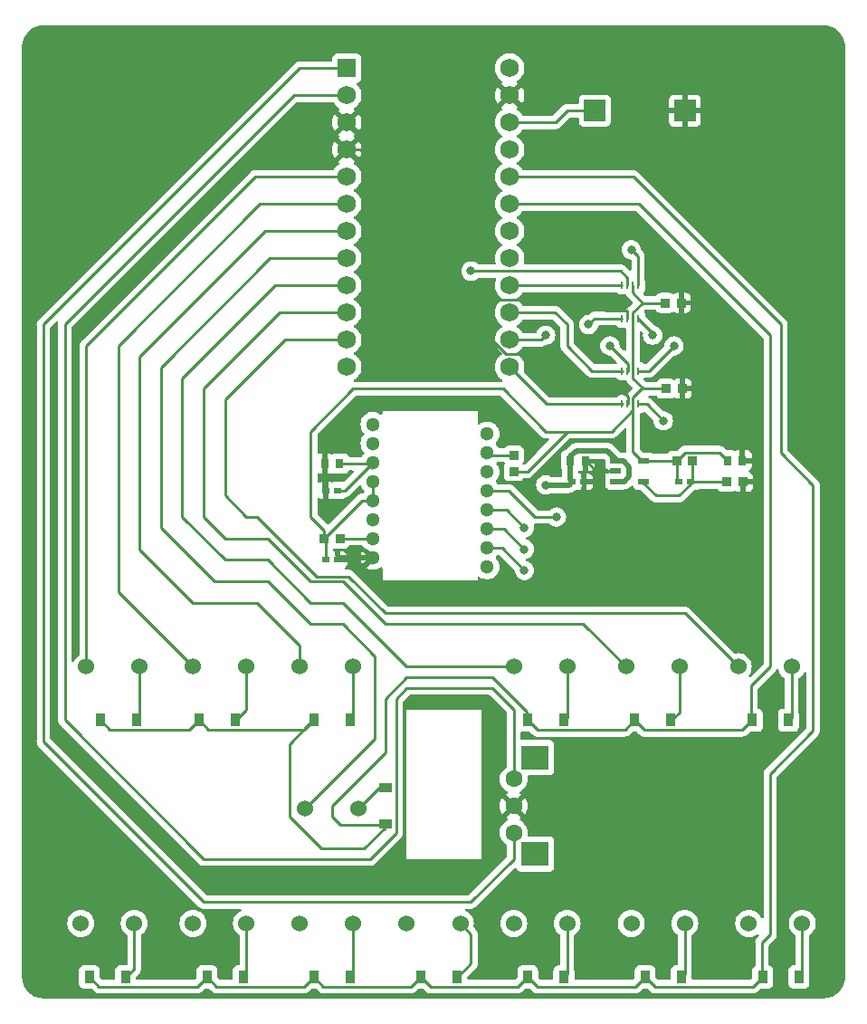
<source format=gbr>
%TF.GenerationSoftware,KiCad,Pcbnew,7.0.5*%
%TF.CreationDate,2023-09-29T16:27:13+09:00*%
%TF.ProjectId,ProMicro________,50726f4d-6963-4726-9f5f-7e9d7bdeef42,rev?*%
%TF.SameCoordinates,Original*%
%TF.FileFunction,Copper,L1,Top*%
%TF.FilePolarity,Positive*%
%FSLAX46Y46*%
G04 Gerber Fmt 4.6, Leading zero omitted, Abs format (unit mm)*
G04 Created by KiCad (PCBNEW 7.0.5) date 2023-09-29 16:27:13*
%MOMM*%
%LPD*%
G01*
G04 APERTURE LIST*
%TA.AperFunction,SMDPad,CuDef*%
%ADD10R,1.000000X0.600000*%
%TD*%
%TA.AperFunction,SMDPad,CuDef*%
%ADD11R,0.250000X0.700000*%
%TD*%
%TA.AperFunction,SMDPad,CuDef*%
%ADD12R,0.790000X0.540000*%
%TD*%
%TA.AperFunction,ComponentPad*%
%ADD13C,1.524000*%
%TD*%
%TA.AperFunction,SMDPad,CuDef*%
%ADD14R,0.950000X1.150000*%
%TD*%
%TA.AperFunction,SMDPad,CuDef*%
%ADD15R,0.806000X0.864000*%
%TD*%
%TA.AperFunction,SMDPad,CuDef*%
%ADD16R,0.800000X0.900000*%
%TD*%
%TA.AperFunction,SMDPad,CuDef*%
%ADD17R,0.864000X0.806000*%
%TD*%
%TA.AperFunction,ComponentPad*%
%ADD18C,1.600000*%
%TD*%
%TA.AperFunction,ComponentPad*%
%ADD19R,2.600000X2.300000*%
%TD*%
%TA.AperFunction,ComponentPad*%
%ADD20C,1.300000*%
%TD*%
%TA.AperFunction,SMDPad,CuDef*%
%ADD21R,2.000000X2.000000*%
%TD*%
%TA.AperFunction,ComponentPad*%
%ADD22R,1.752600X1.752600*%
%TD*%
%TA.AperFunction,ComponentPad*%
%ADD23C,1.752600*%
%TD*%
%TA.AperFunction,SMDPad,CuDef*%
%ADD24R,1.150000X0.950000*%
%TD*%
%TA.AperFunction,ViaPad*%
%ADD25C,0.800000*%
%TD*%
%TA.AperFunction,Conductor*%
%ADD26C,0.250000*%
%TD*%
%TA.AperFunction,Conductor*%
%ADD27C,0.500000*%
%TD*%
G04 APERTURE END LIST*
D10*
%TO.P,U2,1,IN*%
%TO.N,VCC*%
X184550000Y-71760000D03*
%TO.P,U2,2,GND*%
%TO.N,GND*%
X184550000Y-72710000D03*
%TO.P,U2,3,EN*%
%TO.N,VCC*%
X184550000Y-73660000D03*
%TO.P,U2,4,FB*%
%TO.N,Net-(U2-FB)*%
X187150000Y-73660000D03*
%TO.P,U2,5,OUT*%
%TO.N,Net-(U2-OUT)*%
X187150000Y-71760000D03*
%TD*%
D11*
%TO.P,U4,1,B2*%
%TO.N,NCS*%
X185148000Y-66450000D03*
%TO.P,U4,2,GND*%
%TO.N,GND*%
X185656000Y-66450000D03*
%TO.P,U4,3,VCCA*%
%TO.N,Net-(U2-OUT)*%
X186164000Y-66450000D03*
%TO.P,U4,4,A2*%
%TO.N,NCS1.9V*%
X186672000Y-66450000D03*
%TO.P,U4,5,A1*%
%TO.N,MISO1.9V*%
X186672000Y-63350000D03*
%TO.P,U4,6,OE*%
%TO.N,Net-(U2-OUT)*%
X186164000Y-63350000D03*
%TO.P,U4,7,VCCB*%
%TO.N,VCC*%
X185656000Y-63350000D03*
%TO.P,U4,8,B1*%
%TO.N,MISO*%
X185148000Y-63350000D03*
%TD*%
%TO.P,U3,1,B2*%
%TO.N,MOSI*%
X185128000Y-58420000D03*
%TO.P,U3,2,GND*%
%TO.N,GND*%
X185636000Y-58420000D03*
%TO.P,U3,3,VCCA*%
%TO.N,Net-(U2-OUT)*%
X186144000Y-58420000D03*
%TO.P,U3,4,A2*%
%TO.N,MOSI1.9V*%
X186652000Y-58420000D03*
%TO.P,U3,5,A1*%
%TO.N,SCLK1.9V*%
X186652000Y-55320000D03*
%TO.P,U3,6,OE*%
%TO.N,Net-(U2-OUT)*%
X186144000Y-55320000D03*
%TO.P,U3,7,VCCB*%
%TO.N,VCC*%
X185636000Y-55320000D03*
%TO.P,U3,8,B1*%
%TO.N,SCLK*%
X185128000Y-55320000D03*
%TD*%
D12*
%TO.P,C3,1*%
%TO.N,Net-(U2-OUT)*%
X190455000Y-73710000D03*
%TO.P,C3,2*%
%TO.N,Net-(U2-FB)*%
X191545000Y-73710000D03*
%TD*%
D13*
%TO.P,SW14,1,1*%
%TO.N,COL6*%
X197000000Y-115000000D03*
%TO.P,SW14,2,2*%
%TO.N,Net-(D14-A)*%
X202000000Y-115000000D03*
%TD*%
D14*
%TO.P,D8,1,K*%
%TO.N,ROW0*%
X135308000Y-120000000D03*
%TO.P,D8,2,A*%
%TO.N,Net-(D8-A)*%
X138692000Y-120000000D03*
%TD*%
%TO.P,D14,1,K*%
%TO.N,ROW0*%
X198308000Y-120000000D03*
%TO.P,D14,2,A*%
%TO.N,Net-(D14-A)*%
X201692000Y-120000000D03*
%TD*%
D13*
%TO.P,SW11,1,1*%
%TO.N,COL3*%
X165000000Y-115000000D03*
%TO.P,SW11,2,2*%
%TO.N,Net-(D11-A)*%
X170000000Y-115000000D03*
%TD*%
D14*
%TO.P,D10,1,K*%
%TO.N,ROW0*%
X156308000Y-120000000D03*
%TO.P,D10,2,A*%
%TO.N,Net-(D10-A)*%
X159692000Y-120000000D03*
%TD*%
%TO.P,D13,1,K*%
%TO.N,ROW0*%
X187308000Y-120000000D03*
%TO.P,D13,2,A*%
%TO.N,Net-(D13-A)*%
X190692000Y-120000000D03*
%TD*%
D13*
%TO.P,SW9,1,1*%
%TO.N,COL1*%
X145000000Y-115000000D03*
%TO.P,SW9,2,2*%
%TO.N,Net-(D9-A)*%
X150000000Y-115000000D03*
%TD*%
D14*
%TO.P,D7,1,K*%
%TO.N,ROW1*%
X197308000Y-96000000D03*
%TO.P,D7,2,A*%
%TO.N,Net-(D7-A)*%
X200692000Y-96000000D03*
%TD*%
D13*
%TO.P,SW3,1,1*%
%TO.N,COL2*%
X155000000Y-91000000D03*
%TO.P,SW3,2,2*%
%TO.N,Net-(D3-A)*%
X160000000Y-91000000D03*
%TD*%
D15*
%TO.P,R4,1*%
%TO.N,Net-(U2-OUT)*%
X189247000Y-65000000D03*
%TO.P,R4,2*%
%TO.N,GND*%
X190753000Y-65000000D03*
%TD*%
D13*
%TO.P,SW13,1,1*%
%TO.N,COL5*%
X186000000Y-115000000D03*
%TO.P,SW13,2,2*%
%TO.N,Net-(D13-A)*%
X191000000Y-115000000D03*
%TD*%
D12*
%TO.P,C6,1*%
%TO.N,Net-(U5-VDDPIX)*%
X158545000Y-74500000D03*
%TO.P,C6,2*%
%TO.N,GND*%
X157455000Y-74500000D03*
%TD*%
D16*
%TO.P,C1,1*%
%TO.N,VCC*%
X180300000Y-71710000D03*
%TO.P,C1,2*%
%TO.N,GND*%
X181700000Y-71710000D03*
%TD*%
D14*
%TO.P,D3,1,K*%
%TO.N,ROW1*%
X156308000Y-96000000D03*
%TO.P,D3,2,A*%
%TO.N,Net-(D3-A)*%
X159692000Y-96000000D03*
%TD*%
D13*
%TO.P,SW12,1,1*%
%TO.N,COL4*%
X175000000Y-115000000D03*
%TO.P,SW12,2,2*%
%TO.N,Net-(D12-A)*%
X180000000Y-115000000D03*
%TD*%
D14*
%TO.P,D6,1,K*%
%TO.N,ROW1*%
X186308000Y-96000000D03*
%TO.P,D6,2,A*%
%TO.N,Net-(D6-A)*%
X189692000Y-96000000D03*
%TD*%
D17*
%TO.P,R5,1*%
%TO.N,Net-(U5-LED_P)*%
X175000000Y-71217000D03*
%TO.P,R5,2*%
%TO.N,Net-(U2-OUT)*%
X175000000Y-72723000D03*
%TD*%
D18*
%TO.P,SW15,1,A*%
%TO.N,RE0A*%
X175000000Y-101500000D03*
%TO.P,SW15,2,2*%
%TO.N,GND*%
X175000000Y-104000000D03*
%TO.P,SW15,3,3*%
%TO.N,RE0B*%
X175000000Y-106500000D03*
D19*
%TO.P,SW15,4*%
%TO.N,N/C*%
X177000000Y-99500000D03*
%TO.P,SW15,5*%
X177000000Y-108500000D03*
%TD*%
D12*
%TO.P,C2,1*%
%TO.N,VCC*%
X180455000Y-73710000D03*
%TO.P,C2,2*%
%TO.N,GND*%
X181545000Y-73710000D03*
%TD*%
D13*
%TO.P,SW6,1,1*%
%TO.N,COL5*%
X185500000Y-91000000D03*
%TO.P,SW6,2,2*%
%TO.N,Net-(D6-A)*%
X190500000Y-91000000D03*
%TD*%
D20*
%TO.P,U5,1*%
%TO.N,N/C*%
X161820000Y-68325000D03*
%TO.P,U5,2*%
X161820000Y-70105000D03*
%TO.P,U5,3,VDDPIX*%
%TO.N,Net-(U5-VDDPIX)*%
X161820000Y-71885000D03*
%TO.P,U5,4,VDD*%
%TO.N,Net-(U2-OUT)*%
X161820000Y-73665000D03*
%TO.P,U5,5,VDDIO*%
X161820000Y-75445000D03*
%TO.P,U5,6*%
%TO.N,N/C*%
X161820000Y-77225000D03*
%TO.P,U5,7,~{RESET}*%
%TO.N,Net-(U5-~{RESET})*%
X161820000Y-79005000D03*
%TO.P,U5,8,GND*%
%TO.N,GND*%
X161820000Y-80785000D03*
%TO.P,U5,9,MOTION*%
%TO.N,unconnected-(U5-MOTION-Pad9)*%
X172520000Y-81675000D03*
%TO.P,U5,10,SCLK*%
%TO.N,SCLK1.9V*%
X172520000Y-79895000D03*
%TO.P,U5,11,MOSI*%
%TO.N,MOSI1.9V*%
X172520000Y-78115000D03*
%TO.P,U5,12,MISO*%
%TO.N,MISO1.9V*%
X172520000Y-76335000D03*
%TO.P,U5,13,~{CS}*%
%TO.N,NCS1.9V*%
X172520000Y-74555000D03*
%TO.P,U5,14*%
%TO.N,N/C*%
X172520000Y-72775000D03*
%TO.P,U5,15,LED_P*%
%TO.N,Net-(U5-LED_P)*%
X172520000Y-70995000D03*
%TO.P,U5,16*%
%TO.N,N/C*%
X172520000Y-69215000D03*
%TD*%
D13*
%TO.P,SW8,1,1*%
%TO.N,COL0*%
X134500000Y-115000000D03*
%TO.P,SW8,2,2*%
%TO.N,Net-(D8-A)*%
X139500000Y-115000000D03*
%TD*%
D14*
%TO.P,D11,1,K*%
%TO.N,ROW0*%
X166308000Y-120000000D03*
%TO.P,D11,2,A*%
%TO.N,Net-(D11-A)*%
X169692000Y-120000000D03*
%TD*%
D13*
%TO.P,SW1,1,1*%
%TO.N,COL0*%
X135000000Y-91000000D03*
%TO.P,SW1,2,2*%
%TO.N,Net-(D1-A)*%
X140000000Y-91000000D03*
%TD*%
D15*
%TO.P,R2,1*%
%TO.N,Net-(U2-FB)*%
X194947000Y-73710000D03*
%TO.P,R2,2*%
%TO.N,GND*%
X196453000Y-73710000D03*
%TD*%
D13*
%TO.P,SW7,1,1*%
%TO.N,COL6*%
X196000000Y-91000000D03*
%TO.P,SW7,2,2*%
%TO.N,Net-(D7-A)*%
X201000000Y-91000000D03*
%TD*%
D14*
%TO.P,D1,1,K*%
%TO.N,ROW1*%
X136308000Y-96000000D03*
%TO.P,D1,2,A*%
%TO.N,Net-(D1-A)*%
X139692000Y-96000000D03*
%TD*%
%TO.P,D5,1,K*%
%TO.N,ROW1*%
X176308000Y-96000000D03*
%TO.P,D5,2,A*%
%TO.N,Net-(D5-A)*%
X179692000Y-96000000D03*
%TD*%
%TO.P,D12,1,K*%
%TO.N,ROW0*%
X176308000Y-120000000D03*
%TO.P,D12,2,A*%
%TO.N,Net-(D12-A)*%
X179692000Y-120000000D03*
%TD*%
D21*
%TO.P,RESET1,1,1*%
%TO.N,RESET*%
X182600000Y-39000000D03*
%TO.P,RESET1,2,2*%
%TO.N,GND*%
X191000000Y-39000000D03*
%TD*%
D15*
%TO.P,R1,1*%
%TO.N,Net-(U2-OUT)*%
X190247000Y-71710000D03*
%TO.P,R1,2*%
%TO.N,Net-(U2-FB)*%
X191753000Y-71710000D03*
%TD*%
D14*
%TO.P,D2,1,K*%
%TO.N,ROW1*%
X145533000Y-96000000D03*
%TO.P,D2,2,A*%
%TO.N,Net-(D2-A)*%
X148917000Y-96000000D03*
%TD*%
D22*
%TO.P,U1,1,TX0/D3*%
%TO.N,RE0B*%
X159380000Y-35016750D03*
D23*
%TO.P,U1,2,RX1/D2*%
%TO.N,RE0A*%
X159380000Y-37556750D03*
%TO.P,U1,3,GND*%
%TO.N,GND*%
X159380000Y-40096750D03*
%TO.P,U1,4,GND*%
X159380000Y-42636750D03*
%TO.P,U1,5,2/D1/SDA*%
%TO.N,COL0*%
X159380000Y-45176750D03*
%TO.P,U1,6,3/D0/SCL*%
%TO.N,COL1*%
X159380000Y-47716750D03*
%TO.P,U1,7,4/D4*%
%TO.N,COL2*%
X159380000Y-50256750D03*
%TO.P,U1,8,5/C6*%
%TO.N,COL3*%
X159380000Y-52796750D03*
%TO.P,U1,9,6/D7*%
%TO.N,COL4*%
X159380000Y-55336750D03*
%TO.P,U1,10,7/E6*%
%TO.N,COL5*%
X159380000Y-57876750D03*
%TO.P,U1,11,8/B4*%
%TO.N,COL6*%
X159380000Y-60416750D03*
%TO.P,U1,12,9/B5*%
%TO.N,unconnected-(U1-9{slash}B5-Pad12)*%
X159380000Y-62956750D03*
%TO.P,U1,13,B6/10*%
%TO.N,NCS*%
X174620000Y-62956750D03*
%TO.P,U1,14,B2/16*%
%TO.N,MOSI*%
X174620000Y-60416750D03*
%TO.P,U1,15,B3/14*%
%TO.N,MISO*%
X174620000Y-57876750D03*
%TO.P,U1,16,B1/15*%
%TO.N,SCLK*%
X174620000Y-55336750D03*
%TO.P,U1,17,F7/A0*%
%TO.N,unconnected-(U1-F7{slash}A0-Pad17)*%
X174620000Y-52796750D03*
%TO.P,U1,18,F6/A1*%
%TO.N,unconnected-(U1-F6{slash}A1-Pad18)*%
X174620000Y-50256750D03*
%TO.P,U1,19,F5/A2*%
%TO.N,ROW1*%
X174620000Y-47716750D03*
%TO.P,U1,20,F4/A3*%
%TO.N,ROW0*%
X174620000Y-45176750D03*
%TO.P,U1,21,VCC*%
%TO.N,VCC*%
X174620000Y-42636750D03*
%TO.P,U1,22,RST*%
%TO.N,RESET*%
X174620000Y-40096750D03*
%TO.P,U1,23,GND*%
%TO.N,GND*%
X174620000Y-37556750D03*
%TO.P,U1,24,RAW*%
%TO.N,unconnected-(U1-RAW-Pad24)*%
X174620000Y-35016750D03*
%TD*%
D15*
%TO.P,R6,1*%
%TO.N,Net-(U2-OUT)*%
X157247000Y-79000000D03*
%TO.P,R6,2*%
%TO.N,Net-(U5-~{RESET})*%
X158753000Y-79000000D03*
%TD*%
%TO.P,R3,1*%
%TO.N,Net-(U2-OUT)*%
X189177000Y-56970000D03*
%TO.P,R3,2*%
%TO.N,GND*%
X190683000Y-56970000D03*
%TD*%
D13*
%TO.P,SW5,1,1*%
%TO.N,COL4*%
X175000000Y-91000000D03*
%TO.P,SW5,2,2*%
%TO.N,Net-(D5-A)*%
X180000000Y-91000000D03*
%TD*%
%TO.P,SW10,1,1*%
%TO.N,COL2*%
X155000000Y-115000000D03*
%TO.P,SW10,2,2*%
%TO.N,Net-(D10-A)*%
X160000000Y-115000000D03*
%TD*%
D14*
%TO.P,D9,1,K*%
%TO.N,ROW0*%
X146308000Y-120000000D03*
%TO.P,D9,2,A*%
%TO.N,Net-(D9-A)*%
X149692000Y-120000000D03*
%TD*%
D16*
%TO.P,C5,1*%
%TO.N,Net-(U5-VDDPIX)*%
X158700000Y-72000000D03*
%TO.P,C5,2*%
%TO.N,GND*%
X157300000Y-72000000D03*
%TD*%
D24*
%TO.P,D4,1,K*%
%TO.N,ROW1*%
X163000000Y-105692000D03*
%TO.P,D4,2,A*%
%TO.N,Net-(D4-A)*%
X163000000Y-102308000D03*
%TD*%
D16*
%TO.P,C4,1*%
%TO.N,Net-(U2-OUT)*%
X195000000Y-71710000D03*
%TO.P,C4,2*%
%TO.N,GND*%
X196400000Y-71710000D03*
%TD*%
D12*
%TO.P,C7,1*%
%TO.N,Net-(U2-OUT)*%
X157455000Y-81000000D03*
%TO.P,C7,2*%
%TO.N,GND*%
X158545000Y-81000000D03*
%TD*%
D13*
%TO.P,SW2,1,1*%
%TO.N,COL1*%
X145000000Y-91000000D03*
%TO.P,SW2,2,2*%
%TO.N,Net-(D2-A)*%
X150000000Y-91000000D03*
%TD*%
%TO.P,SW4,1,1*%
%TO.N,COL3*%
X155500000Y-104225000D03*
%TO.P,SW4,2,2*%
%TO.N,Net-(D4-A)*%
X160500000Y-104225000D03*
%TD*%
D25*
%TO.N,GND*%
X158000000Y-70000000D03*
%TO.N,MOSI*%
X182000000Y-59000000D03*
X178000000Y-60000000D03*
%TO.N,VCC*%
X178000000Y-74000000D03*
X184000000Y-61000000D03*
X171000000Y-54000000D03*
%TO.N,NCS1.9V*%
X179000000Y-77000000D03*
X189000000Y-68000000D03*
%TO.N,SCLK1.9V*%
X186000000Y-52000000D03*
X176000000Y-82000000D03*
%TO.N,MISO1.9V*%
X176000000Y-78000000D03*
X190000000Y-61000000D03*
%TO.N,MOSI1.9V*%
X188000000Y-60000000D03*
X176000000Y-80000000D03*
%TD*%
D26*
%TO.N,RE0B*%
X159380000Y-35016750D02*
X154983250Y-35016750D01*
%TO.N,COL4*%
X152000000Y-81000000D02*
X156000000Y-85000000D01*
X152663250Y-55336750D02*
X144000000Y-64000000D01*
X144000000Y-64000000D02*
X144000000Y-77000000D01*
X159380000Y-55336750D02*
X152663250Y-55336750D01*
X165000000Y-91000000D02*
X175000000Y-91000000D01*
X144000000Y-77000000D02*
X148000000Y-81000000D01*
X159000000Y-85000000D02*
X165000000Y-91000000D01*
X148000000Y-81000000D02*
X152000000Y-81000000D01*
X156000000Y-85000000D02*
X159000000Y-85000000D01*
%TO.N,COL5*%
X146000000Y-77000000D02*
X148000000Y-79000000D01*
X152000000Y-79000000D02*
X156000000Y-83000000D01*
X181500000Y-87000000D02*
X185500000Y-91000000D01*
X148000000Y-79000000D02*
X152000000Y-79000000D01*
X146000000Y-65000000D02*
X146000000Y-77000000D01*
X153123250Y-57876750D02*
X146000000Y-65000000D01*
X163000000Y-87000000D02*
X181500000Y-87000000D01*
X159380000Y-57876750D02*
X153123250Y-57876750D01*
X159000000Y-83000000D02*
X163000000Y-87000000D01*
X156000000Y-83000000D02*
X159000000Y-83000000D01*
D27*
%TO.N,GND*%
X190850000Y-64903000D02*
X190753000Y-65000000D01*
X190683000Y-56970000D02*
X190850000Y-57137000D01*
D26*
X185660000Y-65750000D02*
X183910000Y-64000000D01*
X172650145Y-60145790D02*
X172650145Y-56675450D01*
X160636750Y-42636750D02*
X159380000Y-42636750D01*
X182635450Y-56675450D02*
X183655000Y-57695000D01*
D27*
X157300000Y-72000000D02*
X157300000Y-70700000D01*
D26*
X172650145Y-56675450D02*
X182635450Y-56675450D01*
X165000000Y-47000000D02*
X160636750Y-42636750D01*
D27*
X157300000Y-72000000D02*
X157300000Y-74345000D01*
D26*
X167000000Y-55000000D02*
X172145790Y-60145790D01*
X185660000Y-66450000D02*
X185660000Y-65750000D01*
D27*
X190982000Y-65000000D02*
X190753000Y-65000000D01*
D26*
X182700000Y-72710000D02*
X184712500Y-72710000D01*
X167000000Y-55000000D02*
X167000000Y-51025305D01*
D27*
X157300000Y-74345000D02*
X157455000Y-74500000D01*
D26*
X175755450Y-61755450D02*
X174259805Y-61755450D01*
X172145790Y-60145790D02*
X172650145Y-60145790D01*
D27*
X158760000Y-80785000D02*
X158545000Y-81000000D01*
D26*
X185640000Y-57720000D02*
X185640000Y-58420000D01*
X165000000Y-49025305D02*
X165000000Y-47000000D01*
D27*
X161820000Y-80785000D02*
X158760000Y-80785000D01*
D26*
X167000000Y-51025305D02*
X165000000Y-49025305D01*
X183910000Y-64000000D02*
X178000000Y-64000000D01*
D27*
X157300000Y-70700000D02*
X158000000Y-70000000D01*
X196400000Y-73657000D02*
X196453000Y-73710000D01*
D26*
X183655000Y-57695000D02*
X185615000Y-57695000D01*
X181700000Y-71710000D02*
X182700000Y-72710000D01*
X178000000Y-64000000D02*
X175755450Y-61755450D01*
X185615000Y-57695000D02*
X185640000Y-57720000D01*
X174259805Y-61755450D02*
X172650145Y-60145790D01*
%TO.N,RE0B*%
X131000000Y-59000000D02*
X154983250Y-35016750D01*
X175000000Y-109000000D02*
X171000000Y-113000000D01*
X131000000Y-98000000D02*
X131000000Y-59000000D01*
X146000000Y-113000000D02*
X131000000Y-98000000D01*
X171000000Y-113000000D02*
X146000000Y-113000000D01*
X175000000Y-106500000D02*
X175000000Y-109000000D01*
%TO.N,RE0A*%
X154443250Y-37556750D02*
X133000000Y-59000000D01*
X175000000Y-95000000D02*
X175000000Y-101500000D01*
X133000000Y-59000000D02*
X133000000Y-96000000D01*
X161550000Y-109000000D02*
X164000000Y-106550000D01*
X165000000Y-93000000D02*
X173000000Y-93000000D01*
X159380000Y-37556750D02*
X154443250Y-37556750D01*
X133000000Y-96000000D02*
X146000000Y-109000000D01*
X164000000Y-94000000D02*
X165000000Y-93000000D01*
X146000000Y-109000000D02*
X161550000Y-109000000D01*
X173000000Y-93000000D02*
X175000000Y-95000000D01*
X164000000Y-106550000D02*
X164000000Y-94000000D01*
%TO.N,COL0*%
X150823250Y-45176750D02*
X135000000Y-61000000D01*
X159380000Y-45176750D02*
X150823250Y-45176750D01*
X135000000Y-61000000D02*
X135000000Y-91000000D01*
%TO.N,COL1*%
X138000000Y-84000000D02*
X145000000Y-91000000D01*
X151283250Y-47716750D02*
X138000000Y-61000000D01*
X138000000Y-61000000D02*
X138000000Y-84000000D01*
X159380000Y-47716750D02*
X151283250Y-47716750D01*
%TO.N,COL2*%
X140000000Y-80000000D02*
X145000000Y-85000000D01*
X159380000Y-50256750D02*
X151743250Y-50256750D01*
X140000000Y-62000000D02*
X140000000Y-80000000D01*
X151743250Y-50256750D02*
X140000000Y-62000000D01*
X151000000Y-85000000D02*
X155000000Y-89000000D01*
X145000000Y-85000000D02*
X151000000Y-85000000D01*
X155000000Y-89000000D02*
X155000000Y-91000000D01*
%TO.N,COL3*%
X159380000Y-52796750D02*
X152203250Y-52796750D01*
X156000000Y-87000000D02*
X159000000Y-87000000D01*
X162000000Y-97725000D02*
X155500000Y-104225000D01*
X142000000Y-63000000D02*
X142000000Y-78000000D01*
X142000000Y-78000000D02*
X147000000Y-83000000D01*
X159000000Y-87000000D02*
X162000000Y-90000000D01*
X147000000Y-83000000D02*
X152000000Y-83000000D01*
X152203250Y-52796750D02*
X142000000Y-63000000D01*
X152000000Y-83000000D02*
X156000000Y-87000000D01*
X162000000Y-90000000D02*
X162000000Y-97725000D01*
%TO.N,COL6*%
X159380000Y-60416750D02*
X153583250Y-60416750D01*
X148000000Y-66000000D02*
X148000000Y-75000000D01*
X159550000Y-82550000D02*
X163000000Y-86000000D01*
X163000000Y-86000000D02*
X191000000Y-86000000D01*
X156550000Y-82550000D02*
X159550000Y-82550000D01*
X153583250Y-60416750D02*
X148000000Y-66000000D01*
X148000000Y-75000000D02*
X150000000Y-77000000D01*
X150000000Y-77000000D02*
X151000000Y-77000000D01*
X151000000Y-77000000D02*
X156550000Y-82550000D01*
X191000000Y-86000000D02*
X196000000Y-91000000D01*
%TO.N,NCS*%
X185160000Y-66450000D02*
X178113250Y-66450000D01*
X178113250Y-66450000D02*
X174620000Y-62956750D01*
%TO.N,MOSI*%
X182580000Y-58420000D02*
X182000000Y-59000000D01*
X185140000Y-58420000D02*
X182580000Y-58420000D01*
X174620000Y-60416750D02*
X177583250Y-60416750D01*
X177583250Y-60416750D02*
X178000000Y-60000000D01*
%TO.N,MISO*%
X180000000Y-61000000D02*
X180000000Y-59000000D01*
X182350000Y-63350000D02*
X180000000Y-61000000D01*
X174620000Y-57876750D02*
X178876750Y-57876750D01*
X185160000Y-63350000D02*
X182350000Y-63350000D01*
X178876750Y-57876750D02*
X180000000Y-59000000D01*
%TO.N,SCLK*%
X174620000Y-55336750D02*
X185123250Y-55336750D01*
X185123250Y-55336750D02*
X185140000Y-55320000D01*
%TO.N,ROW1*%
X155408000Y-96900000D02*
X156308000Y-96000000D01*
X158775000Y-105775000D02*
X158000000Y-105000000D01*
X155425000Y-96800000D02*
X156225000Y-96000000D01*
X176225000Y-95225000D02*
X176225000Y-96000000D01*
X173000000Y-92000000D02*
X176225000Y-95225000D01*
X186716750Y-47716750D02*
X174620000Y-47716750D01*
X146433000Y-96900000D02*
X155408000Y-96900000D01*
X176308000Y-96000000D02*
X177208000Y-96900000D01*
X163000000Y-99000000D02*
X163000000Y-94000000D01*
X186308000Y-96000000D02*
X187208000Y-96900000D01*
X199000000Y-91000000D02*
X199000000Y-60000000D01*
X197225000Y-92775000D02*
X199000000Y-91000000D01*
X137208000Y-96900000D02*
X144633000Y-96900000D01*
X163000000Y-94000000D02*
X165000000Y-92000000D01*
X157000000Y-108000000D02*
X161000000Y-108000000D01*
X136308000Y-96000000D02*
X137208000Y-96900000D01*
X158000000Y-104000000D02*
X163000000Y-99000000D01*
X158000000Y-105000000D02*
X158000000Y-104000000D01*
X199000000Y-60000000D02*
X186716750Y-47716750D01*
X156225000Y-96000000D02*
X154000000Y-98225000D01*
X197225000Y-96000000D02*
X197225000Y-92775000D01*
X154000000Y-98225000D02*
X154000000Y-105000000D01*
X163000000Y-105775000D02*
X158775000Y-105775000D01*
X196408000Y-96900000D02*
X197308000Y-96000000D01*
X145533000Y-96000000D02*
X146433000Y-96900000D01*
X144633000Y-96900000D02*
X145533000Y-96000000D01*
X163000000Y-106000000D02*
X163000000Y-105775000D01*
X185408000Y-96900000D02*
X186308000Y-96000000D01*
X161000000Y-108000000D02*
X163000000Y-106000000D01*
X165000000Y-92000000D02*
X173000000Y-92000000D01*
X177208000Y-96900000D02*
X185408000Y-96900000D01*
X187208000Y-96900000D02*
X196408000Y-96900000D01*
X154000000Y-105000000D02*
X157000000Y-108000000D01*
%TO.N,ROW0*%
X203000000Y-74000000D02*
X200000000Y-71000000D01*
X147208000Y-120900000D02*
X155408000Y-120900000D01*
X186408000Y-120900000D02*
X187308000Y-120000000D01*
X176308000Y-120000000D02*
X177208000Y-120900000D01*
X145408000Y-120900000D02*
X146308000Y-120000000D01*
X156308000Y-120000000D02*
X157208000Y-120900000D01*
X199000000Y-116000000D02*
X199000000Y-101000000D01*
X166308000Y-120000000D02*
X167208000Y-120900000D01*
X165408000Y-120900000D02*
X166308000Y-120000000D01*
X135308000Y-120000000D02*
X136208000Y-120900000D01*
X136208000Y-120900000D02*
X145408000Y-120900000D01*
X197408000Y-120900000D02*
X198308000Y-120000000D01*
X200000000Y-59000000D02*
X186176750Y-45176750D01*
X203000000Y-97000000D02*
X203000000Y-74000000D01*
X175408000Y-120900000D02*
X176308000Y-120000000D01*
X186176750Y-45176750D02*
X174620000Y-45176750D01*
X157208000Y-120900000D02*
X165408000Y-120900000D01*
X199000000Y-101000000D02*
X203000000Y-97000000D01*
X167208000Y-120900000D02*
X175408000Y-120900000D01*
X187308000Y-120000000D02*
X188208000Y-120900000D01*
X188208000Y-120900000D02*
X197408000Y-120900000D01*
X198225000Y-116775000D02*
X199000000Y-116000000D01*
X198225000Y-120000000D02*
X198225000Y-116775000D01*
X146308000Y-120000000D02*
X147208000Y-120900000D01*
X155408000Y-120900000D02*
X156308000Y-120000000D01*
X177208000Y-120900000D02*
X186408000Y-120900000D01*
X200000000Y-71000000D02*
X200000000Y-59000000D01*
D27*
%TO.N,VCC*%
X185825000Y-73175000D02*
X185825000Y-72311472D01*
X183762500Y-70810000D02*
X180850000Y-70810000D01*
X184712500Y-73660000D02*
X185340000Y-73660000D01*
D26*
X185640000Y-55320000D02*
X185640000Y-54620000D01*
D27*
X180300000Y-71710000D02*
X180300000Y-73555000D01*
D26*
X185660000Y-63350000D02*
X185660000Y-62660000D01*
D27*
X180165000Y-74000000D02*
X180455000Y-73710000D01*
X180300000Y-73555000D02*
X180455000Y-73710000D01*
D26*
X185020000Y-54000000D02*
X171000000Y-54000000D01*
D27*
X180850000Y-70810000D02*
X180300000Y-71360000D01*
X178000000Y-74000000D02*
X180165000Y-74000000D01*
X185825000Y-72311472D02*
X185273528Y-71760000D01*
X185273528Y-71760000D02*
X184712500Y-71760000D01*
X184712500Y-71760000D02*
X183762500Y-70810000D01*
D26*
X185640000Y-54620000D02*
X185020000Y-54000000D01*
D27*
X185340000Y-73660000D02*
X185825000Y-73175000D01*
X180300000Y-71360000D02*
X180300000Y-71710000D01*
D26*
X185660000Y-62660000D02*
X184000000Y-61000000D01*
%TO.N,RESET*%
X180000000Y-39000000D02*
X178903250Y-40096750D01*
X178903250Y-40096750D02*
X174620000Y-40096750D01*
X182600000Y-39000000D02*
X180000000Y-39000000D01*
%TO.N,Net-(D1-A)*%
X140000000Y-95775000D02*
X139775000Y-96000000D01*
X140000000Y-91000000D02*
X140000000Y-95775000D01*
%TO.N,Net-(D2-A)*%
X150000000Y-95000000D02*
X149000000Y-96000000D01*
X150000000Y-91000000D02*
X150000000Y-95000000D01*
%TO.N,Net-(D3-A)*%
X160000000Y-91000000D02*
X160000000Y-95775000D01*
X160000000Y-95775000D02*
X159775000Y-96000000D01*
%TO.N,Net-(D4-A)*%
X160500000Y-104225000D02*
X162500000Y-102225000D01*
X162500000Y-102225000D02*
X163000000Y-102225000D01*
%TO.N,Net-(D5-A)*%
X180000000Y-91000000D02*
X180000000Y-95775000D01*
X180000000Y-95775000D02*
X179775000Y-96000000D01*
%TO.N,Net-(D6-A)*%
X190500000Y-95275000D02*
X189775000Y-96000000D01*
X190500000Y-91000000D02*
X190500000Y-95275000D01*
%TO.N,Net-(D7-A)*%
X201000000Y-95775000D02*
X200775000Y-96000000D01*
X201000000Y-91000000D02*
X201000000Y-95775000D01*
%TO.N,Net-(D8-A)*%
X139500000Y-115000000D02*
X139500000Y-119275000D01*
X139500000Y-119275000D02*
X138775000Y-120000000D01*
%TO.N,Net-(D9-A)*%
X150000000Y-119775000D02*
X149775000Y-120000000D01*
X150000000Y-115000000D02*
X150000000Y-119775000D01*
%TO.N,Net-(D10-A)*%
X160000000Y-115000000D02*
X160000000Y-119775000D01*
X160000000Y-119775000D02*
X159775000Y-120000000D01*
%TO.N,Net-(D11-A)*%
X171000000Y-118775000D02*
X169775000Y-120000000D01*
X171000000Y-116000000D02*
X171000000Y-118775000D01*
X170000000Y-115000000D02*
X171000000Y-116000000D01*
%TO.N,Net-(D12-A)*%
X180000000Y-119775000D02*
X179775000Y-120000000D01*
X180000000Y-115000000D02*
X180000000Y-119775000D01*
%TO.N,Net-(D13-A)*%
X191000000Y-119775000D02*
X190775000Y-120000000D01*
X191000000Y-115000000D02*
X191000000Y-119775000D01*
%TO.N,Net-(D14-A)*%
X202000000Y-115000000D02*
X202000000Y-119775000D01*
X202000000Y-119775000D02*
X201775000Y-120000000D01*
%TO.N,Net-(U2-FB)*%
X191753000Y-73502000D02*
X191545000Y-73710000D01*
X191753000Y-71710000D02*
X191753000Y-73502000D01*
X194947000Y-73710000D02*
X191545000Y-73710000D01*
X188327500Y-75000000D02*
X190480000Y-75000000D01*
X190480000Y-75000000D02*
X191545000Y-73935000D01*
X191545000Y-73935000D02*
X191545000Y-73710000D01*
X186987500Y-73660000D02*
X188327500Y-75000000D01*
%TO.N,Net-(U2-OUT)*%
X174000000Y-65000000D02*
X160000000Y-65000000D01*
X186140000Y-56020000D02*
X186140000Y-55320000D01*
X187037500Y-71710000D02*
X190247000Y-71710000D01*
X187090000Y-56970000D02*
X187030000Y-56970000D01*
X178000000Y-69000000D02*
X174000000Y-65000000D01*
X160802000Y-75445000D02*
X161820000Y-75445000D01*
X187030000Y-56970000D02*
X186140000Y-57860000D01*
X189177000Y-56970000D02*
X187090000Y-56970000D01*
X157455000Y-79208000D02*
X157247000Y-79000000D01*
X156000000Y-69000000D02*
X156000000Y-77000000D01*
X157247000Y-78247000D02*
X157247000Y-79000000D01*
X186140000Y-58420000D02*
X186140000Y-63330000D01*
X157455000Y-81000000D02*
X157455000Y-79208000D01*
X186987500Y-71760000D02*
X187037500Y-71710000D01*
X194243000Y-70953000D02*
X195000000Y-71710000D01*
X186160000Y-70932500D02*
X186160000Y-67000000D01*
X161820000Y-75445000D02*
X161820000Y-73665000D01*
X156000000Y-77000000D02*
X157247000Y-78247000D01*
X180000000Y-69000000D02*
X184160000Y-69000000D01*
X157247000Y-79000000D02*
X160802000Y-75445000D01*
X187000000Y-65000000D02*
X186160000Y-65840000D01*
X190247000Y-71710000D02*
X190247000Y-73502000D01*
X186140000Y-57860000D02*
X186140000Y-58420000D01*
X187090000Y-56970000D02*
X186140000Y-56020000D01*
X190247000Y-73502000D02*
X190455000Y-73710000D01*
X175000000Y-72723000D02*
X176277000Y-72723000D01*
X186160000Y-65840000D02*
X186160000Y-66450000D01*
X189247000Y-65000000D02*
X187110000Y-65000000D01*
X186140000Y-63330000D02*
X186160000Y-63350000D01*
X186160000Y-67000000D02*
X186160000Y-66450000D01*
X186987500Y-71760000D02*
X186160000Y-70932500D01*
X176277000Y-72723000D02*
X180000000Y-69000000D01*
X184160000Y-69000000D02*
X186160000Y-67000000D01*
X190247000Y-71710000D02*
X191004000Y-70953000D01*
X180000000Y-69000000D02*
X178000000Y-69000000D01*
X160000000Y-65000000D02*
X156000000Y-69000000D01*
X186160000Y-64050000D02*
X186160000Y-63350000D01*
X191004000Y-70953000D02*
X194243000Y-70953000D01*
X187110000Y-65000000D02*
X186160000Y-64050000D01*
X187110000Y-65000000D02*
X187000000Y-65000000D01*
%TO.N,NCS1.9V*%
X177000000Y-77000000D02*
X174555000Y-74555000D01*
X174555000Y-74555000D02*
X172520000Y-74555000D01*
X186660000Y-66450000D02*
X187450000Y-66450000D01*
X187450000Y-66450000D02*
X189000000Y-68000000D01*
X179000000Y-77000000D02*
X177000000Y-77000000D01*
%TO.N,SCLK1.9V*%
X172520000Y-79895000D02*
X173895000Y-79895000D01*
X173895000Y-79895000D02*
X176000000Y-82000000D01*
X186640000Y-52640000D02*
X186000000Y-52000000D01*
X186640000Y-55320000D02*
X186640000Y-52640000D01*
%TO.N,MISO1.9V*%
X172520000Y-76335000D02*
X174335000Y-76335000D01*
X174335000Y-76335000D02*
X176000000Y-78000000D01*
X186660000Y-63350000D02*
X187650000Y-63350000D01*
X187650000Y-63350000D02*
X190000000Y-61000000D01*
%TO.N,MOSI1.9V*%
X188000000Y-60000000D02*
X188000000Y-59780000D01*
X172520000Y-78115000D02*
X174115000Y-78115000D01*
X174115000Y-78115000D02*
X176000000Y-80000000D01*
X186640000Y-58420000D02*
X188000000Y-59780000D01*
%TO.N,Net-(U5-VDDPIX)*%
X159205000Y-74500000D02*
X161820000Y-71885000D01*
X161705000Y-72000000D02*
X161820000Y-71885000D01*
X158545000Y-74500000D02*
X159205000Y-74500000D01*
X158700000Y-72000000D02*
X161705000Y-72000000D01*
%TO.N,Net-(U5-~{RESET})*%
X158753000Y-79000000D02*
X161815000Y-79000000D01*
X161815000Y-79000000D02*
X161820000Y-79005000D01*
%TO.N,Net-(U5-LED_P)*%
X172742000Y-71217000D02*
X172520000Y-70995000D01*
X175000000Y-71217000D02*
X172742000Y-71217000D01*
%TD*%
%TA.AperFunction,Conductor*%
%TO.N,GND*%
G36*
X199725922Y-91254120D02*
G01*
X199772725Y-91305997D01*
X199780760Y-91327663D01*
X199809104Y-91433444D01*
X199809105Y-91433446D01*
X199809106Y-91433450D01*
X199850816Y-91522897D01*
X199902466Y-91633662D01*
X199902468Y-91633666D01*
X200029170Y-91814615D01*
X200029174Y-91814620D01*
X200185380Y-91970826D01*
X200310917Y-92058728D01*
X200321623Y-92066224D01*
X200365248Y-92120801D01*
X200374500Y-92167799D01*
X200374500Y-94800500D01*
X200354815Y-94867539D01*
X200302011Y-94913294D01*
X200250501Y-94924500D01*
X200169130Y-94924500D01*
X200169123Y-94924501D01*
X200109516Y-94930908D01*
X199974671Y-94981202D01*
X199974664Y-94981206D01*
X199859455Y-95067452D01*
X199859452Y-95067455D01*
X199773206Y-95182664D01*
X199773202Y-95182671D01*
X199722908Y-95317517D01*
X199717203Y-95370584D01*
X199716501Y-95377123D01*
X199716500Y-95377135D01*
X199716500Y-96622870D01*
X199716501Y-96622876D01*
X199722908Y-96682483D01*
X199773202Y-96817328D01*
X199773206Y-96817335D01*
X199859452Y-96932544D01*
X199859455Y-96932547D01*
X199974664Y-97018793D01*
X199974671Y-97018797D01*
X200109517Y-97069091D01*
X200109516Y-97069091D01*
X200116444Y-97069835D01*
X200169127Y-97075500D01*
X201214872Y-97075499D01*
X201274483Y-97069091D01*
X201409331Y-97018796D01*
X201524546Y-96932546D01*
X201610796Y-96817331D01*
X201661091Y-96682483D01*
X201667500Y-96622873D01*
X201667499Y-95377128D01*
X201661091Y-95317517D01*
X201645412Y-95275480D01*
X201633318Y-95243053D01*
X201625500Y-95199720D01*
X201625500Y-92167799D01*
X201645185Y-92100760D01*
X201678377Y-92066224D01*
X201814620Y-91970826D01*
X201970826Y-91814620D01*
X202097534Y-91633662D01*
X202138117Y-91546629D01*
X202184290Y-91494189D01*
X202251483Y-91475037D01*
X202318365Y-91495252D01*
X202363699Y-91548418D01*
X202374500Y-91599033D01*
X202374500Y-96689546D01*
X202354815Y-96756585D01*
X202338181Y-96777227D01*
X198616208Y-100499199D01*
X198603951Y-100509020D01*
X198604134Y-100509241D01*
X198598122Y-100514214D01*
X198551432Y-100563932D01*
X198550079Y-100565329D01*
X198529889Y-100585519D01*
X198529877Y-100585532D01*
X198525621Y-100591017D01*
X198521837Y-100595447D01*
X198489937Y-100629418D01*
X198489936Y-100629420D01*
X198480284Y-100646976D01*
X198469610Y-100663226D01*
X198457329Y-100679061D01*
X198457324Y-100679068D01*
X198438815Y-100721838D01*
X198436245Y-100727084D01*
X198413803Y-100767906D01*
X198408822Y-100787307D01*
X198402521Y-100805710D01*
X198394562Y-100824102D01*
X198394561Y-100824105D01*
X198387271Y-100870127D01*
X198386087Y-100875846D01*
X198374501Y-100920972D01*
X198374499Y-100920984D01*
X198374499Y-100941020D01*
X198372973Y-100960411D01*
X198369840Y-100980194D01*
X198369840Y-100980195D01*
X198374225Y-101026583D01*
X198374500Y-101032421D01*
X198374500Y-114400967D01*
X198354815Y-114468006D01*
X198302011Y-114513761D01*
X198232853Y-114523705D01*
X198169297Y-114494680D01*
X198138118Y-114453372D01*
X198097534Y-114366340D01*
X198097533Y-114366338D01*
X197970827Y-114185381D01*
X197970823Y-114185377D01*
X197814620Y-114029174D01*
X197814616Y-114029171D01*
X197814615Y-114029170D01*
X197633666Y-113902468D01*
X197633662Y-113902466D01*
X197633658Y-113902464D01*
X197433450Y-113809106D01*
X197433447Y-113809105D01*
X197433445Y-113809104D01*
X197220070Y-113751930D01*
X197220062Y-113751929D01*
X197000002Y-113732677D01*
X196999998Y-113732677D01*
X196779937Y-113751929D01*
X196779929Y-113751930D01*
X196566554Y-113809104D01*
X196566548Y-113809107D01*
X196366340Y-113902465D01*
X196366338Y-113902466D01*
X196185377Y-114029175D01*
X196029175Y-114185377D01*
X195902466Y-114366338D01*
X195902465Y-114366340D01*
X195809107Y-114566548D01*
X195809104Y-114566554D01*
X195751930Y-114779929D01*
X195751929Y-114779937D01*
X195732677Y-114999997D01*
X195732677Y-115000002D01*
X195751929Y-115220062D01*
X195751930Y-115220070D01*
X195809104Y-115433445D01*
X195809105Y-115433447D01*
X195809106Y-115433450D01*
X195893099Y-115613574D01*
X195902466Y-115633662D01*
X195902468Y-115633666D01*
X196029170Y-115814615D01*
X196029175Y-115814621D01*
X196185378Y-115970824D01*
X196185384Y-115970829D01*
X196366333Y-116097531D01*
X196366335Y-116097532D01*
X196366338Y-116097534D01*
X196566550Y-116190894D01*
X196779932Y-116248070D01*
X196937123Y-116261822D01*
X196999998Y-116267323D01*
X197000000Y-116267323D01*
X197000002Y-116267323D01*
X197055017Y-116262509D01*
X197220068Y-116248070D01*
X197433450Y-116190894D01*
X197633662Y-116097534D01*
X197754250Y-116013097D01*
X197820457Y-115990770D01*
X197888224Y-116007780D01*
X197936037Y-116058728D01*
X197948715Y-116127438D01*
X197922233Y-116192095D01*
X197913062Y-116202345D01*
X197868279Y-116247129D01*
X197841208Y-116274200D01*
X197828951Y-116284020D01*
X197829134Y-116284241D01*
X197823122Y-116289214D01*
X197776432Y-116338932D01*
X197775079Y-116340329D01*
X197754889Y-116360519D01*
X197754877Y-116360532D01*
X197750621Y-116366017D01*
X197746837Y-116370447D01*
X197714937Y-116404418D01*
X197714936Y-116404420D01*
X197705284Y-116421976D01*
X197694610Y-116438226D01*
X197682329Y-116454061D01*
X197682324Y-116454068D01*
X197663815Y-116496838D01*
X197661245Y-116502084D01*
X197638803Y-116542906D01*
X197633822Y-116562307D01*
X197627521Y-116580710D01*
X197619562Y-116599102D01*
X197619561Y-116599105D01*
X197612271Y-116645127D01*
X197611087Y-116650846D01*
X197599501Y-116695972D01*
X197599500Y-116695982D01*
X197599500Y-116716016D01*
X197597973Y-116735416D01*
X197594839Y-116755194D01*
X197599224Y-116801580D01*
X197599499Y-116807417D01*
X197599499Y-118912523D01*
X197579814Y-118979562D01*
X197549811Y-119011789D01*
X197475452Y-119067455D01*
X197389206Y-119182664D01*
X197389202Y-119182671D01*
X197338908Y-119317517D01*
X197334984Y-119354019D01*
X197332501Y-119377123D01*
X197332500Y-119377135D01*
X197332500Y-120039546D01*
X197312815Y-120106585D01*
X197296185Y-120127222D01*
X197185226Y-120238182D01*
X197123906Y-120271666D01*
X197097547Y-120274500D01*
X191791500Y-120274500D01*
X191724461Y-120254815D01*
X191678706Y-120202011D01*
X191667500Y-120150500D01*
X191667499Y-119377129D01*
X191667498Y-119377123D01*
X191667497Y-119377116D01*
X191661091Y-119317517D01*
X191659996Y-119314582D01*
X191633318Y-119243053D01*
X191625500Y-119199720D01*
X191625500Y-116167799D01*
X191645185Y-116100760D01*
X191678377Y-116066224D01*
X191814620Y-115970826D01*
X191970826Y-115814620D01*
X192097534Y-115633662D01*
X192190894Y-115433450D01*
X192248070Y-115220068D01*
X192267323Y-115000000D01*
X192248070Y-114779932D01*
X192190894Y-114566550D01*
X192097534Y-114366339D01*
X191970826Y-114185380D01*
X191814620Y-114029174D01*
X191814616Y-114029171D01*
X191814615Y-114029170D01*
X191633666Y-113902468D01*
X191633662Y-113902466D01*
X191633658Y-113902464D01*
X191433450Y-113809106D01*
X191433447Y-113809105D01*
X191433445Y-113809104D01*
X191220070Y-113751930D01*
X191220062Y-113751929D01*
X191000002Y-113732677D01*
X190999998Y-113732677D01*
X190779937Y-113751929D01*
X190779929Y-113751930D01*
X190566554Y-113809104D01*
X190566548Y-113809107D01*
X190366340Y-113902465D01*
X190366338Y-113902466D01*
X190185377Y-114029175D01*
X190029175Y-114185377D01*
X189902466Y-114366338D01*
X189902465Y-114366340D01*
X189809107Y-114566548D01*
X189809104Y-114566554D01*
X189751930Y-114779929D01*
X189751929Y-114779937D01*
X189732677Y-114999997D01*
X189732677Y-115000002D01*
X189751929Y-115220062D01*
X189751930Y-115220070D01*
X189809104Y-115433445D01*
X189809105Y-115433447D01*
X189809106Y-115433450D01*
X189893099Y-115613574D01*
X189902466Y-115633662D01*
X189902468Y-115633666D01*
X190029170Y-115814615D01*
X190029175Y-115814621D01*
X190185378Y-115970824D01*
X190185384Y-115970829D01*
X190213863Y-115990770D01*
X190311781Y-116059333D01*
X190321623Y-116066224D01*
X190365248Y-116120801D01*
X190374500Y-116167799D01*
X190374500Y-118800500D01*
X190354815Y-118867539D01*
X190302011Y-118913294D01*
X190250501Y-118924500D01*
X190169130Y-118924500D01*
X190169123Y-118924501D01*
X190109516Y-118930908D01*
X189974671Y-118981202D01*
X189974664Y-118981206D01*
X189859455Y-119067452D01*
X189859452Y-119067455D01*
X189773206Y-119182664D01*
X189773202Y-119182671D01*
X189722908Y-119317517D01*
X189718984Y-119354019D01*
X189716500Y-119377127D01*
X189716500Y-119775806D01*
X189716501Y-120150500D01*
X189696817Y-120217539D01*
X189644013Y-120263294D01*
X189592501Y-120274500D01*
X188518453Y-120274500D01*
X188451414Y-120254815D01*
X188430772Y-120238181D01*
X188319818Y-120127227D01*
X188286333Y-120065904D01*
X188283499Y-120039546D01*
X188283499Y-119377129D01*
X188283498Y-119377123D01*
X188283497Y-119377116D01*
X188277091Y-119317517D01*
X188275996Y-119314582D01*
X188226797Y-119182671D01*
X188226793Y-119182664D01*
X188140547Y-119067455D01*
X188140544Y-119067452D01*
X188025335Y-118981206D01*
X188025328Y-118981202D01*
X187890482Y-118930908D01*
X187890483Y-118930908D01*
X187830883Y-118924501D01*
X187830881Y-118924500D01*
X187830873Y-118924500D01*
X187830864Y-118924500D01*
X186785129Y-118924500D01*
X186785123Y-118924501D01*
X186725516Y-118930908D01*
X186590671Y-118981202D01*
X186590664Y-118981206D01*
X186475455Y-119067452D01*
X186475452Y-119067455D01*
X186389206Y-119182664D01*
X186389202Y-119182671D01*
X186338908Y-119317517D01*
X186334984Y-119354019D01*
X186332501Y-119377123D01*
X186332500Y-119377135D01*
X186332500Y-120039546D01*
X186312815Y-120106585D01*
X186296185Y-120127222D01*
X186185226Y-120238182D01*
X186123906Y-120271666D01*
X186097547Y-120274500D01*
X180791500Y-120274500D01*
X180724461Y-120254815D01*
X180678706Y-120202011D01*
X180667500Y-120150500D01*
X180667499Y-119377129D01*
X180667498Y-119377123D01*
X180667497Y-119377116D01*
X180661091Y-119317517D01*
X180659996Y-119314582D01*
X180633318Y-119243053D01*
X180625500Y-119199720D01*
X180625500Y-116167799D01*
X180645185Y-116100760D01*
X180678377Y-116066224D01*
X180814620Y-115970826D01*
X180970826Y-115814620D01*
X181097534Y-115633662D01*
X181190894Y-115433450D01*
X181248070Y-115220068D01*
X181267323Y-115000002D01*
X184732677Y-115000002D01*
X184751929Y-115220062D01*
X184751930Y-115220070D01*
X184809104Y-115433445D01*
X184809105Y-115433447D01*
X184809106Y-115433450D01*
X184893099Y-115613574D01*
X184902466Y-115633662D01*
X184902468Y-115633666D01*
X185029170Y-115814615D01*
X185029175Y-115814621D01*
X185185378Y-115970824D01*
X185185384Y-115970829D01*
X185366333Y-116097531D01*
X185366335Y-116097532D01*
X185366338Y-116097534D01*
X185566550Y-116190894D01*
X185779932Y-116248070D01*
X185937123Y-116261822D01*
X185999998Y-116267323D01*
X186000000Y-116267323D01*
X186000002Y-116267323D01*
X186055016Y-116262509D01*
X186220068Y-116248070D01*
X186433450Y-116190894D01*
X186633662Y-116097534D01*
X186814620Y-115970826D01*
X186970826Y-115814620D01*
X187097534Y-115633662D01*
X187190894Y-115433450D01*
X187248070Y-115220068D01*
X187267323Y-115000000D01*
X187248070Y-114779932D01*
X187190894Y-114566550D01*
X187097534Y-114366339D01*
X186970826Y-114185380D01*
X186814620Y-114029174D01*
X186814616Y-114029171D01*
X186814615Y-114029170D01*
X186633666Y-113902468D01*
X186633662Y-113902466D01*
X186633658Y-113902464D01*
X186433450Y-113809106D01*
X186433447Y-113809105D01*
X186433445Y-113809104D01*
X186220070Y-113751930D01*
X186220062Y-113751929D01*
X186000002Y-113732677D01*
X185999998Y-113732677D01*
X185779937Y-113751929D01*
X185779929Y-113751930D01*
X185566554Y-113809104D01*
X185566548Y-113809107D01*
X185366340Y-113902465D01*
X185366338Y-113902466D01*
X185185377Y-114029175D01*
X185029175Y-114185377D01*
X184902466Y-114366338D01*
X184902465Y-114366340D01*
X184809107Y-114566548D01*
X184809104Y-114566554D01*
X184751930Y-114779929D01*
X184751929Y-114779937D01*
X184732677Y-114999997D01*
X184732677Y-115000002D01*
X181267323Y-115000002D01*
X181267323Y-115000000D01*
X181248070Y-114779932D01*
X181190894Y-114566550D01*
X181097534Y-114366339D01*
X180970826Y-114185380D01*
X180814620Y-114029174D01*
X180814616Y-114029171D01*
X180814615Y-114029170D01*
X180633666Y-113902468D01*
X180633662Y-113902466D01*
X180633658Y-113902464D01*
X180433450Y-113809106D01*
X180433447Y-113809105D01*
X180433445Y-113809104D01*
X180220070Y-113751930D01*
X180220062Y-113751929D01*
X180000002Y-113732677D01*
X179999998Y-113732677D01*
X179779937Y-113751929D01*
X179779929Y-113751930D01*
X179566554Y-113809104D01*
X179566548Y-113809107D01*
X179366340Y-113902465D01*
X179366338Y-113902466D01*
X179185377Y-114029175D01*
X179029175Y-114185377D01*
X178902466Y-114366338D01*
X178902465Y-114366340D01*
X178809107Y-114566548D01*
X178809104Y-114566554D01*
X178751930Y-114779929D01*
X178751929Y-114779937D01*
X178732677Y-114999997D01*
X178732677Y-115000002D01*
X178751929Y-115220062D01*
X178751930Y-115220070D01*
X178809104Y-115433445D01*
X178809105Y-115433447D01*
X178809106Y-115433450D01*
X178893099Y-115613574D01*
X178902466Y-115633662D01*
X178902468Y-115633666D01*
X179029170Y-115814615D01*
X179029175Y-115814621D01*
X179185378Y-115970824D01*
X179185384Y-115970829D01*
X179213863Y-115990770D01*
X179311781Y-116059333D01*
X179321623Y-116066224D01*
X179365248Y-116120801D01*
X179374500Y-116167799D01*
X179374500Y-118800500D01*
X179354815Y-118867539D01*
X179302011Y-118913294D01*
X179250501Y-118924500D01*
X179169130Y-118924500D01*
X179169123Y-118924501D01*
X179109516Y-118930908D01*
X178974671Y-118981202D01*
X178974664Y-118981206D01*
X178859455Y-119067452D01*
X178859452Y-119067455D01*
X178773206Y-119182664D01*
X178773202Y-119182671D01*
X178722908Y-119317517D01*
X178718984Y-119354019D01*
X178716500Y-119377127D01*
X178716500Y-119775806D01*
X178716501Y-120150500D01*
X178696817Y-120217539D01*
X178644013Y-120263294D01*
X178592501Y-120274500D01*
X177518453Y-120274500D01*
X177451414Y-120254815D01*
X177430776Y-120238185D01*
X177319817Y-120127226D01*
X177286333Y-120065903D01*
X177283499Y-120039545D01*
X177283499Y-119377129D01*
X177283498Y-119377123D01*
X177283497Y-119377116D01*
X177277091Y-119317517D01*
X177275996Y-119314582D01*
X177226797Y-119182671D01*
X177226793Y-119182664D01*
X177140547Y-119067455D01*
X177140544Y-119067452D01*
X177025335Y-118981206D01*
X177025328Y-118981202D01*
X176890482Y-118930908D01*
X176890483Y-118930908D01*
X176830883Y-118924501D01*
X176830881Y-118924500D01*
X176830873Y-118924500D01*
X176830864Y-118924500D01*
X175785129Y-118924500D01*
X175785123Y-118924501D01*
X175725516Y-118930908D01*
X175590671Y-118981202D01*
X175590664Y-118981206D01*
X175475455Y-119067452D01*
X175475452Y-119067455D01*
X175389206Y-119182664D01*
X175389202Y-119182671D01*
X175338908Y-119317517D01*
X175334984Y-119354019D01*
X175332501Y-119377123D01*
X175332500Y-119377135D01*
X175332500Y-120039546D01*
X175312815Y-120106585D01*
X175296185Y-120127222D01*
X175185226Y-120238182D01*
X175123906Y-120271666D01*
X175097547Y-120274500D01*
X170791500Y-120274500D01*
X170724461Y-120254815D01*
X170678706Y-120202011D01*
X170667500Y-120150501D01*
X170667499Y-120043452D01*
X170687183Y-119976413D01*
X170703813Y-119955775D01*
X171383786Y-119275802D01*
X171396048Y-119265980D01*
X171395865Y-119265759D01*
X171401873Y-119260788D01*
X171401877Y-119260786D01*
X171448649Y-119210977D01*
X171449891Y-119209697D01*
X171470120Y-119189470D01*
X171474373Y-119183986D01*
X171478150Y-119179563D01*
X171510062Y-119145582D01*
X171519714Y-119128023D01*
X171530389Y-119111772D01*
X171542674Y-119095936D01*
X171561186Y-119053152D01*
X171563742Y-119047935D01*
X171586197Y-119007092D01*
X171591180Y-118987680D01*
X171597477Y-118969291D01*
X171605438Y-118950895D01*
X171612729Y-118904853D01*
X171613908Y-118899162D01*
X171625500Y-118854019D01*
X171625500Y-118833974D01*
X171627025Y-118814591D01*
X171630160Y-118794804D01*
X171625775Y-118748415D01*
X171625500Y-118742577D01*
X171625500Y-116082742D01*
X171627224Y-116067122D01*
X171626939Y-116067095D01*
X171627673Y-116059333D01*
X171625531Y-115991139D01*
X171625500Y-115989192D01*
X171625500Y-115960656D01*
X171625500Y-115960650D01*
X171624631Y-115953779D01*
X171624173Y-115947952D01*
X171623972Y-115941557D01*
X171622710Y-115901373D01*
X171617119Y-115882130D01*
X171613173Y-115863078D01*
X171610664Y-115843208D01*
X171593504Y-115799867D01*
X171591624Y-115794379D01*
X171578618Y-115749610D01*
X171568422Y-115732370D01*
X171559861Y-115714894D01*
X171552487Y-115696270D01*
X171552486Y-115696268D01*
X171525079Y-115658545D01*
X171521888Y-115653686D01*
X171498172Y-115613583D01*
X171498165Y-115613574D01*
X171484006Y-115599415D01*
X171471368Y-115584619D01*
X171459594Y-115568413D01*
X171433261Y-115546629D01*
X171423688Y-115538709D01*
X171419376Y-115534786D01*
X171268386Y-115383796D01*
X171234901Y-115322473D01*
X171236291Y-115264023D01*
X171248070Y-115220068D01*
X171267323Y-115000002D01*
X173732677Y-115000002D01*
X173751929Y-115220062D01*
X173751930Y-115220070D01*
X173809104Y-115433445D01*
X173809105Y-115433447D01*
X173809106Y-115433450D01*
X173893099Y-115613574D01*
X173902466Y-115633662D01*
X173902468Y-115633666D01*
X174029170Y-115814615D01*
X174029175Y-115814621D01*
X174185378Y-115970824D01*
X174185384Y-115970829D01*
X174366333Y-116097531D01*
X174366335Y-116097532D01*
X174366338Y-116097534D01*
X174566550Y-116190894D01*
X174779932Y-116248070D01*
X174937123Y-116261822D01*
X174999998Y-116267323D01*
X175000000Y-116267323D01*
X175000002Y-116267323D01*
X175055017Y-116262509D01*
X175220068Y-116248070D01*
X175433450Y-116190894D01*
X175633662Y-116097534D01*
X175814620Y-115970826D01*
X175970826Y-115814620D01*
X176097534Y-115633662D01*
X176190894Y-115433450D01*
X176248070Y-115220068D01*
X176267323Y-115000000D01*
X176248070Y-114779932D01*
X176190894Y-114566550D01*
X176097534Y-114366339D01*
X175970826Y-114185380D01*
X175814620Y-114029174D01*
X175814616Y-114029171D01*
X175814615Y-114029170D01*
X175633666Y-113902468D01*
X175633662Y-113902466D01*
X175633658Y-113902464D01*
X175433450Y-113809106D01*
X175433447Y-113809105D01*
X175433445Y-113809104D01*
X175220070Y-113751930D01*
X175220062Y-113751929D01*
X175000002Y-113732677D01*
X174999998Y-113732677D01*
X174779937Y-113751929D01*
X174779929Y-113751930D01*
X174566554Y-113809104D01*
X174566548Y-113809107D01*
X174366340Y-113902465D01*
X174366338Y-113902466D01*
X174185377Y-114029175D01*
X174029175Y-114185377D01*
X173902466Y-114366338D01*
X173902465Y-114366340D01*
X173809107Y-114566548D01*
X173809104Y-114566554D01*
X173751930Y-114779929D01*
X173751929Y-114779937D01*
X173732677Y-114999997D01*
X173732677Y-115000002D01*
X171267323Y-115000002D01*
X171267323Y-115000000D01*
X171248070Y-114779932D01*
X171190894Y-114566550D01*
X171097534Y-114366339D01*
X170970826Y-114185380D01*
X170814620Y-114029174D01*
X170814616Y-114029171D01*
X170814615Y-114029170D01*
X170633666Y-113902468D01*
X170633658Y-113902464D01*
X170546629Y-113861882D01*
X170494189Y-113815710D01*
X170475037Y-113748517D01*
X170495252Y-113681635D01*
X170548418Y-113636301D01*
X170599033Y-113625500D01*
X170917257Y-113625500D01*
X170932877Y-113627224D01*
X170932904Y-113626939D01*
X170940666Y-113627673D01*
X170940666Y-113627672D01*
X170940667Y-113627673D01*
X170943999Y-113627568D01*
X171008847Y-113625531D01*
X171010794Y-113625500D01*
X171039347Y-113625500D01*
X171039350Y-113625500D01*
X171046228Y-113624630D01*
X171052041Y-113624172D01*
X171098627Y-113622709D01*
X171117869Y-113617117D01*
X171136912Y-113613174D01*
X171156792Y-113610664D01*
X171200122Y-113593507D01*
X171205646Y-113591617D01*
X171209396Y-113590527D01*
X171250390Y-113578618D01*
X171267629Y-113568422D01*
X171285103Y-113559862D01*
X171303727Y-113552488D01*
X171303727Y-113552487D01*
X171303732Y-113552486D01*
X171341449Y-113525082D01*
X171346305Y-113521892D01*
X171386420Y-113498170D01*
X171400589Y-113483999D01*
X171415379Y-113471368D01*
X171431587Y-113459594D01*
X171461299Y-113423676D01*
X171465212Y-113419376D01*
X175048068Y-109836520D01*
X175109389Y-109803037D01*
X175179081Y-109808021D01*
X175235014Y-109849893D01*
X175251929Y-109880870D01*
X175256202Y-109892328D01*
X175256206Y-109892335D01*
X175342452Y-110007544D01*
X175342455Y-110007547D01*
X175457664Y-110093793D01*
X175457671Y-110093797D01*
X175592517Y-110144091D01*
X175592516Y-110144091D01*
X175599444Y-110144835D01*
X175652127Y-110150500D01*
X178347872Y-110150499D01*
X178407483Y-110144091D01*
X178542331Y-110093796D01*
X178657546Y-110007546D01*
X178743796Y-109892331D01*
X178794091Y-109757483D01*
X178800500Y-109697873D01*
X178800499Y-107302128D01*
X178794091Y-107242517D01*
X178760603Y-107152732D01*
X178743797Y-107107671D01*
X178743793Y-107107664D01*
X178657547Y-106992455D01*
X178657544Y-106992452D01*
X178542335Y-106906206D01*
X178542328Y-106906202D01*
X178407482Y-106855908D01*
X178407483Y-106855908D01*
X178347883Y-106849501D01*
X178347881Y-106849500D01*
X178347873Y-106849500D01*
X178347865Y-106849500D01*
X176410213Y-106849500D01*
X176343174Y-106829815D01*
X176297419Y-106777011D01*
X176286685Y-106714693D01*
X176305468Y-106500001D01*
X176305468Y-106499998D01*
X176298485Y-106420185D01*
X176285635Y-106273308D01*
X176226739Y-106053504D01*
X176130568Y-105847266D01*
X176000047Y-105660861D01*
X176000045Y-105660858D01*
X175839141Y-105499954D01*
X175652734Y-105369432D01*
X175652730Y-105369430D01*
X175637022Y-105362105D01*
X175584583Y-105315931D01*
X175565433Y-105248737D01*
X175585650Y-105181857D01*
X175637028Y-105137340D01*
X175652481Y-105130134D01*
X175725472Y-105079025D01*
X175132534Y-104486086D01*
X175142315Y-104484680D01*
X175273100Y-104424952D01*
X175381761Y-104330798D01*
X175459493Y-104209844D01*
X175483076Y-104129523D01*
X176079025Y-104725472D01*
X176130136Y-104652478D01*
X176226264Y-104446331D01*
X176226269Y-104446317D01*
X176285139Y-104226610D01*
X176285141Y-104226599D01*
X176304966Y-104000002D01*
X176304966Y-103999997D01*
X176285141Y-103773400D01*
X176285139Y-103773389D01*
X176226269Y-103553682D01*
X176226265Y-103553673D01*
X176130133Y-103347516D01*
X176130131Y-103347512D01*
X176079026Y-103274526D01*
X176079025Y-103274526D01*
X175483076Y-103870475D01*
X175459493Y-103790156D01*
X175381761Y-103669202D01*
X175273100Y-103575048D01*
X175142315Y-103515320D01*
X175132533Y-103513913D01*
X175725472Y-102920974D01*
X175725471Y-102920973D01*
X175652483Y-102869866D01*
X175652481Y-102869865D01*
X175637023Y-102862657D01*
X175584584Y-102816484D01*
X175565432Y-102749290D01*
X175585648Y-102682409D01*
X175637023Y-102637893D01*
X175652734Y-102630568D01*
X175839139Y-102500047D01*
X176000047Y-102339139D01*
X176130568Y-102152734D01*
X176226739Y-101946496D01*
X176285635Y-101726692D01*
X176305468Y-101500000D01*
X176303321Y-101475454D01*
X176286685Y-101285306D01*
X176300452Y-101216806D01*
X176349067Y-101166623D01*
X176410213Y-101150499D01*
X178347871Y-101150499D01*
X178347872Y-101150499D01*
X178407483Y-101144091D01*
X178542331Y-101093796D01*
X178657546Y-101007546D01*
X178743796Y-100892331D01*
X178794091Y-100757483D01*
X178800500Y-100697873D01*
X178800499Y-98302128D01*
X178794091Y-98242517D01*
X178780339Y-98205647D01*
X178743797Y-98107671D01*
X178743793Y-98107664D01*
X178657547Y-97992455D01*
X178657544Y-97992452D01*
X178542335Y-97906206D01*
X178542328Y-97906202D01*
X178407482Y-97855908D01*
X178407483Y-97855908D01*
X178347883Y-97849501D01*
X178347881Y-97849500D01*
X178347873Y-97849500D01*
X178347865Y-97849500D01*
X175749500Y-97849500D01*
X175682461Y-97829815D01*
X175636706Y-97777011D01*
X175625500Y-97725500D01*
X175625500Y-97196383D01*
X175645185Y-97129344D01*
X175697989Y-97083589D01*
X175762754Y-97073094D01*
X175785127Y-97075500D01*
X176447546Y-97075499D01*
X176514585Y-97095183D01*
X176535227Y-97111818D01*
X176707197Y-97283788D01*
X176717022Y-97296051D01*
X176717243Y-97295869D01*
X176722211Y-97301874D01*
X176722213Y-97301876D01*
X176722214Y-97301877D01*
X176742510Y-97320936D01*
X176771932Y-97348566D01*
X176773332Y-97349923D01*
X176793523Y-97370115D01*
X176793527Y-97370118D01*
X176793529Y-97370120D01*
X176799011Y-97374373D01*
X176803443Y-97378157D01*
X176837418Y-97410062D01*
X176854976Y-97419714D01*
X176871235Y-97430395D01*
X176887064Y-97442673D01*
X176929838Y-97461182D01*
X176935056Y-97463738D01*
X176975908Y-97486197D01*
X176995316Y-97491180D01*
X177013717Y-97497480D01*
X177032104Y-97505437D01*
X177075488Y-97512308D01*
X177078119Y-97512725D01*
X177083839Y-97513909D01*
X177128981Y-97525500D01*
X177149016Y-97525500D01*
X177168414Y-97527026D01*
X177188194Y-97530159D01*
X177188195Y-97530160D01*
X177188195Y-97530159D01*
X177188196Y-97530160D01*
X177234583Y-97525775D01*
X177240422Y-97525500D01*
X185325257Y-97525500D01*
X185340877Y-97527224D01*
X185340904Y-97526939D01*
X185348666Y-97527673D01*
X185348666Y-97527672D01*
X185348667Y-97527673D01*
X185351999Y-97527568D01*
X185416847Y-97525531D01*
X185418794Y-97525500D01*
X185447347Y-97525500D01*
X185447350Y-97525500D01*
X185454228Y-97524630D01*
X185460041Y-97524172D01*
X185506627Y-97522709D01*
X185525869Y-97517117D01*
X185544912Y-97513174D01*
X185564792Y-97510664D01*
X185608122Y-97493507D01*
X185613646Y-97491617D01*
X185619745Y-97489845D01*
X185658390Y-97478618D01*
X185675629Y-97468422D01*
X185693103Y-97459862D01*
X185711727Y-97452488D01*
X185711727Y-97452487D01*
X185711732Y-97452486D01*
X185749449Y-97425082D01*
X185754305Y-97421892D01*
X185794420Y-97398170D01*
X185808589Y-97383999D01*
X185823379Y-97371368D01*
X185839587Y-97359594D01*
X185869299Y-97323676D01*
X185873212Y-97319376D01*
X186080771Y-97111817D01*
X186142094Y-97078333D01*
X186168452Y-97075499D01*
X186447546Y-97075499D01*
X186514585Y-97095184D01*
X186535227Y-97111818D01*
X186707197Y-97283788D01*
X186717022Y-97296051D01*
X186717243Y-97295869D01*
X186722211Y-97301874D01*
X186722213Y-97301876D01*
X186722214Y-97301877D01*
X186742510Y-97320936D01*
X186771932Y-97348566D01*
X186773332Y-97349923D01*
X186793523Y-97370115D01*
X186793527Y-97370118D01*
X186793529Y-97370120D01*
X186799011Y-97374373D01*
X186803443Y-97378157D01*
X186837418Y-97410062D01*
X186854976Y-97419714D01*
X186871235Y-97430395D01*
X186887064Y-97442673D01*
X186929838Y-97461182D01*
X186935056Y-97463738D01*
X186975908Y-97486197D01*
X186995316Y-97491180D01*
X187013717Y-97497480D01*
X187032104Y-97505437D01*
X187075488Y-97512308D01*
X187078119Y-97512725D01*
X187083839Y-97513909D01*
X187128981Y-97525500D01*
X187149016Y-97525500D01*
X187168414Y-97527026D01*
X187188194Y-97530159D01*
X187188195Y-97530160D01*
X187188195Y-97530159D01*
X187188196Y-97530160D01*
X187234583Y-97525775D01*
X187240422Y-97525500D01*
X196325257Y-97525500D01*
X196340877Y-97527224D01*
X196340904Y-97526939D01*
X196348666Y-97527673D01*
X196348666Y-97527672D01*
X196348667Y-97527673D01*
X196351999Y-97527568D01*
X196416847Y-97525531D01*
X196418794Y-97525500D01*
X196447347Y-97525500D01*
X196447350Y-97525500D01*
X196454228Y-97524630D01*
X196460041Y-97524172D01*
X196506627Y-97522709D01*
X196525869Y-97517117D01*
X196544912Y-97513174D01*
X196564792Y-97510664D01*
X196608122Y-97493507D01*
X196613646Y-97491617D01*
X196619745Y-97489845D01*
X196658390Y-97478618D01*
X196675629Y-97468422D01*
X196693103Y-97459862D01*
X196711727Y-97452488D01*
X196711727Y-97452487D01*
X196711732Y-97452486D01*
X196749449Y-97425082D01*
X196754305Y-97421892D01*
X196794420Y-97398170D01*
X196808589Y-97383999D01*
X196823379Y-97371368D01*
X196839587Y-97359594D01*
X196869299Y-97323676D01*
X196873212Y-97319376D01*
X197080770Y-97111818D01*
X197142094Y-97078333D01*
X197168452Y-97075499D01*
X197830871Y-97075499D01*
X197830872Y-97075499D01*
X197890483Y-97069091D01*
X198025331Y-97018796D01*
X198140546Y-96932546D01*
X198226796Y-96817331D01*
X198277091Y-96682483D01*
X198283500Y-96622873D01*
X198283499Y-95377128D01*
X198277091Y-95317517D01*
X198261412Y-95275480D01*
X198226797Y-95182671D01*
X198226793Y-95182664D01*
X198140547Y-95067455D01*
X198140544Y-95067452D01*
X198025335Y-94981206D01*
X198025330Y-94981203D01*
X197931166Y-94946082D01*
X197875233Y-94904210D01*
X197850816Y-94838746D01*
X197850500Y-94829900D01*
X197850500Y-93085451D01*
X197870185Y-93018412D01*
X197886814Y-92997775D01*
X199383788Y-91500801D01*
X199396042Y-91490986D01*
X199395859Y-91490764D01*
X199401868Y-91485791D01*
X199401877Y-91485786D01*
X199448607Y-91436022D01*
X199449846Y-91434743D01*
X199470120Y-91414471D01*
X199474379Y-91408978D01*
X199478152Y-91404561D01*
X199510062Y-91370582D01*
X199519715Y-91353020D01*
X199530389Y-91336770D01*
X199542673Y-91320936D01*
X199547182Y-91310513D01*
X199591870Y-91256805D01*
X199658502Y-91235782D01*
X199725922Y-91254120D01*
G37*
%TD.AperFunction*%
%TA.AperFunction,Conductor*%
G36*
X132320883Y-58666219D02*
G01*
X132376817Y-58708090D01*
X132401234Y-58773555D01*
X132396627Y-58816993D01*
X132394562Y-58824099D01*
X132387271Y-58870127D01*
X132386087Y-58875846D01*
X132374501Y-58920972D01*
X132374500Y-58920982D01*
X132374500Y-58941016D01*
X132372973Y-58960413D01*
X132369840Y-58980196D01*
X132370877Y-58991170D01*
X132374225Y-59026583D01*
X132374500Y-59032421D01*
X132374500Y-95917255D01*
X132372775Y-95932872D01*
X132373061Y-95932899D01*
X132372326Y-95940666D01*
X132374469Y-96008846D01*
X132374500Y-96010793D01*
X132374500Y-96039343D01*
X132374501Y-96039360D01*
X132375368Y-96046231D01*
X132375826Y-96052050D01*
X132377290Y-96098624D01*
X132377291Y-96098627D01*
X132382880Y-96117867D01*
X132386824Y-96136911D01*
X132389336Y-96156791D01*
X132406490Y-96200119D01*
X132408382Y-96205647D01*
X132421381Y-96250388D01*
X132431580Y-96267634D01*
X132440138Y-96285103D01*
X132447514Y-96303732D01*
X132474898Y-96341423D01*
X132478106Y-96346307D01*
X132501827Y-96386416D01*
X132501833Y-96386424D01*
X132515990Y-96400580D01*
X132528628Y-96415376D01*
X132540405Y-96431586D01*
X132540406Y-96431587D01*
X132576309Y-96461288D01*
X132580620Y-96465210D01*
X142274193Y-106158784D01*
X145499197Y-109383788D01*
X145509022Y-109396051D01*
X145509243Y-109395869D01*
X145514211Y-109401874D01*
X145563932Y-109448566D01*
X145565332Y-109449923D01*
X145585523Y-109470115D01*
X145585527Y-109470118D01*
X145585529Y-109470120D01*
X145591011Y-109474373D01*
X145595443Y-109478157D01*
X145629418Y-109510062D01*
X145646976Y-109519714D01*
X145663235Y-109530395D01*
X145679064Y-109542673D01*
X145721838Y-109561182D01*
X145727056Y-109563738D01*
X145767908Y-109586197D01*
X145787316Y-109591180D01*
X145805717Y-109597480D01*
X145824104Y-109605437D01*
X145867488Y-109612308D01*
X145870119Y-109612725D01*
X145875839Y-109613909D01*
X145920981Y-109625500D01*
X145941016Y-109625500D01*
X145960414Y-109627026D01*
X145980194Y-109630159D01*
X145980195Y-109630160D01*
X145980195Y-109630159D01*
X145980196Y-109630160D01*
X146026583Y-109625775D01*
X146032422Y-109625500D01*
X161467257Y-109625500D01*
X161482877Y-109627224D01*
X161482904Y-109626939D01*
X161490666Y-109627673D01*
X161490666Y-109627672D01*
X161490667Y-109627673D01*
X161493999Y-109627568D01*
X161558847Y-109625531D01*
X161560794Y-109625500D01*
X161589347Y-109625500D01*
X161589350Y-109625500D01*
X161596228Y-109624630D01*
X161602041Y-109624172D01*
X161648627Y-109622709D01*
X161667869Y-109617117D01*
X161686912Y-109613174D01*
X161706792Y-109610664D01*
X161750122Y-109593507D01*
X161755646Y-109591617D01*
X161759396Y-109590527D01*
X161800390Y-109578618D01*
X161817629Y-109568422D01*
X161835103Y-109559862D01*
X161853727Y-109552488D01*
X161853727Y-109552487D01*
X161853732Y-109552486D01*
X161891449Y-109525082D01*
X161896305Y-109521892D01*
X161936420Y-109498170D01*
X161950589Y-109483999D01*
X161965379Y-109471368D01*
X161981587Y-109459594D01*
X162011299Y-109423676D01*
X162015212Y-109419376D01*
X162458699Y-108975889D01*
X164999416Y-108975889D01*
X164999459Y-109000001D01*
X164999544Y-109000206D01*
X164999616Y-109000382D01*
X164999618Y-109000384D01*
X164999808Y-109000462D01*
X165000000Y-109000541D01*
X165000002Y-109000539D01*
X165024616Y-109000524D01*
X165024616Y-109000528D01*
X165024760Y-109000500D01*
X171975240Y-109000500D01*
X171975383Y-109000528D01*
X171975384Y-109000524D01*
X171999997Y-109000539D01*
X172000000Y-109000541D01*
X172000383Y-109000383D01*
X172000500Y-109000099D01*
X172000541Y-109000000D01*
X172000540Y-108999997D01*
X172000583Y-108975889D01*
X172000500Y-108975467D01*
X172000500Y-95024759D01*
X172000528Y-95024616D01*
X172000524Y-95024616D01*
X172000539Y-95000002D01*
X172000541Y-95000000D01*
X172000462Y-94999808D01*
X172000384Y-94999618D01*
X172000383Y-94999617D01*
X172000381Y-94999616D01*
X172000090Y-94999496D01*
X172000001Y-94999459D01*
X171975446Y-94999459D01*
X171975240Y-94999500D01*
X165024760Y-94999500D01*
X165024554Y-94999459D01*
X164999998Y-94999459D01*
X164999909Y-94999496D01*
X164999619Y-94999615D01*
X164999615Y-94999618D01*
X164999459Y-94999999D01*
X164999476Y-95024616D01*
X164999471Y-95024616D01*
X164999500Y-95024759D01*
X164999500Y-108975467D01*
X164999416Y-108975889D01*
X162458699Y-108975889D01*
X164383788Y-107050801D01*
X164396042Y-107040986D01*
X164395859Y-107040764D01*
X164401868Y-107035791D01*
X164401877Y-107035786D01*
X164448607Y-106986022D01*
X164449846Y-106984743D01*
X164470120Y-106964471D01*
X164474379Y-106958978D01*
X164478152Y-106954561D01*
X164510062Y-106920582D01*
X164519713Y-106903024D01*
X164530396Y-106886761D01*
X164542673Y-106870936D01*
X164561185Y-106828153D01*
X164563738Y-106822941D01*
X164586197Y-106782092D01*
X164591180Y-106762680D01*
X164597481Y-106744280D01*
X164605437Y-106725896D01*
X164612729Y-106679852D01*
X164613906Y-106674171D01*
X164625500Y-106629019D01*
X164625500Y-106608982D01*
X164627027Y-106589582D01*
X164630160Y-106569804D01*
X164625775Y-106523415D01*
X164625500Y-106517577D01*
X164625500Y-94310451D01*
X164645185Y-94243412D01*
X164661814Y-94222775D01*
X165222770Y-93661818D01*
X165284094Y-93628334D01*
X165310452Y-93625500D01*
X172689548Y-93625500D01*
X172756587Y-93645185D01*
X172777229Y-93661819D01*
X174338181Y-95222771D01*
X174371666Y-95284094D01*
X174374500Y-95310452D01*
X174374500Y-100285811D01*
X174354815Y-100352850D01*
X174321623Y-100387386D01*
X174160859Y-100499953D01*
X173999954Y-100660858D01*
X173869432Y-100847265D01*
X173869431Y-100847267D01*
X173773261Y-101053502D01*
X173773258Y-101053511D01*
X173714366Y-101273302D01*
X173714364Y-101273313D01*
X173694532Y-101499998D01*
X173694532Y-101500001D01*
X173714364Y-101726686D01*
X173714366Y-101726697D01*
X173773258Y-101946488D01*
X173773261Y-101946497D01*
X173869431Y-102152732D01*
X173869432Y-102152734D01*
X173999954Y-102339141D01*
X174160858Y-102500045D01*
X174160861Y-102500047D01*
X174347266Y-102630568D01*
X174362975Y-102637893D01*
X174415414Y-102684064D01*
X174434567Y-102751257D01*
X174414352Y-102818138D01*
X174362979Y-102862656D01*
X174347512Y-102869868D01*
X174274527Y-102920972D01*
X174274526Y-102920973D01*
X174867467Y-103513913D01*
X174857685Y-103515320D01*
X174726900Y-103575048D01*
X174618239Y-103669202D01*
X174540507Y-103790156D01*
X174516923Y-103870475D01*
X173920973Y-103274526D01*
X173869868Y-103347513D01*
X173773734Y-103553673D01*
X173773730Y-103553682D01*
X173714860Y-103773389D01*
X173714858Y-103773400D01*
X173695034Y-103999997D01*
X173695034Y-104000002D01*
X173714858Y-104226599D01*
X173714860Y-104226610D01*
X173773730Y-104446317D01*
X173773734Y-104446326D01*
X173869865Y-104652481D01*
X173869866Y-104652483D01*
X173920973Y-104725471D01*
X173920973Y-104725472D01*
X174516922Y-104129522D01*
X174540507Y-104209844D01*
X174618239Y-104330798D01*
X174726900Y-104424952D01*
X174857685Y-104484680D01*
X174867466Y-104486086D01*
X174274526Y-105079025D01*
X174274526Y-105079026D01*
X174347512Y-105130131D01*
X174347515Y-105130132D01*
X174362974Y-105137341D01*
X174415414Y-105183513D01*
X174434567Y-105250706D01*
X174414352Y-105317587D01*
X174362978Y-105362105D01*
X174347269Y-105369430D01*
X174347265Y-105369432D01*
X174160858Y-105499954D01*
X173999954Y-105660858D01*
X173869432Y-105847265D01*
X173869431Y-105847267D01*
X173773261Y-106053502D01*
X173773258Y-106053511D01*
X173714366Y-106273302D01*
X173714364Y-106273313D01*
X173694532Y-106499998D01*
X173694532Y-106500001D01*
X173714364Y-106726686D01*
X173714366Y-106726697D01*
X173773258Y-106946488D01*
X173773261Y-106946497D01*
X173869431Y-107152732D01*
X173869432Y-107152734D01*
X173999954Y-107339141D01*
X174160858Y-107500045D01*
X174321623Y-107612613D01*
X174365248Y-107667189D01*
X174374500Y-107714188D01*
X174374500Y-108689546D01*
X174354815Y-108756585D01*
X174338181Y-108777227D01*
X170777228Y-112338181D01*
X170715905Y-112371666D01*
X170689547Y-112374500D01*
X146310453Y-112374500D01*
X146243414Y-112354815D01*
X146222772Y-112338181D01*
X131661819Y-97777228D01*
X131628334Y-97715905D01*
X131625500Y-97689547D01*
X131625500Y-59310452D01*
X131645185Y-59243413D01*
X131661819Y-59222771D01*
X131924175Y-58960415D01*
X132189871Y-58694718D01*
X132251192Y-58661235D01*
X132320883Y-58666219D01*
G37*
%TD.AperFunction*%
%TA.AperFunction,Conductor*%
G36*
X186473337Y-48361935D02*
G01*
X186493979Y-48378569D01*
X198338180Y-60222770D01*
X198371665Y-60284093D01*
X198374499Y-60310451D01*
X198374499Y-90689546D01*
X198354814Y-90756585D01*
X198338180Y-90777227D01*
X197202352Y-91913055D01*
X197141029Y-91946540D01*
X197071337Y-91941556D01*
X197015404Y-91899684D01*
X196990987Y-91834220D01*
X197005839Y-91765947D01*
X197013097Y-91754250D01*
X197097534Y-91633662D01*
X197190894Y-91433450D01*
X197248070Y-91220068D01*
X197267323Y-91000000D01*
X197248070Y-90779932D01*
X197190894Y-90566550D01*
X197097534Y-90366339D01*
X196970826Y-90185380D01*
X196814620Y-90029174D01*
X196814616Y-90029171D01*
X196814615Y-90029170D01*
X196633666Y-89902468D01*
X196633662Y-89902466D01*
X196625500Y-89898660D01*
X196433450Y-89809106D01*
X196433447Y-89809105D01*
X196433445Y-89809104D01*
X196220070Y-89751930D01*
X196220062Y-89751929D01*
X196000002Y-89732677D01*
X195999998Y-89732677D01*
X195853287Y-89745512D01*
X195779932Y-89751930D01*
X195779930Y-89751930D01*
X195779926Y-89751931D01*
X195735976Y-89763707D01*
X195666126Y-89762043D01*
X195616203Y-89731613D01*
X193563704Y-87679114D01*
X191500803Y-85616212D01*
X191490980Y-85603950D01*
X191490759Y-85604134D01*
X191485786Y-85598122D01*
X191436066Y-85551432D01*
X191434666Y-85550075D01*
X191414476Y-85529884D01*
X191408986Y-85525625D01*
X191404561Y-85521847D01*
X191370582Y-85489938D01*
X191370580Y-85489936D01*
X191370577Y-85489935D01*
X191353029Y-85480288D01*
X191336763Y-85469604D01*
X191320933Y-85457325D01*
X191278168Y-85438818D01*
X191272922Y-85436248D01*
X191232093Y-85413803D01*
X191232092Y-85413802D01*
X191212693Y-85408822D01*
X191194281Y-85402518D01*
X191175898Y-85394562D01*
X191175892Y-85394560D01*
X191129874Y-85387272D01*
X191124152Y-85386087D01*
X191079021Y-85374500D01*
X191079019Y-85374500D01*
X191058984Y-85374500D01*
X191039586Y-85372973D01*
X191032162Y-85371797D01*
X191019805Y-85369840D01*
X191019804Y-85369840D01*
X190973416Y-85374225D01*
X190967578Y-85374500D01*
X163310452Y-85374500D01*
X163243413Y-85354815D01*
X163222771Y-85338181D01*
X160050803Y-82166212D01*
X160040980Y-82153950D01*
X160040759Y-82154134D01*
X160035786Y-82148122D01*
X159986066Y-82101432D01*
X159984666Y-82100075D01*
X159964476Y-82079884D01*
X159958986Y-82075625D01*
X159954561Y-82071847D01*
X159920582Y-82039938D01*
X159920580Y-82039936D01*
X159920577Y-82039935D01*
X159903029Y-82030288D01*
X159886763Y-82019604D01*
X159870933Y-82007325D01*
X159828168Y-81988818D01*
X159822922Y-81986248D01*
X159782093Y-81963803D01*
X159782092Y-81963802D01*
X159762693Y-81958822D01*
X159744281Y-81952518D01*
X159725898Y-81944562D01*
X159725892Y-81944560D01*
X159679874Y-81937272D01*
X159674152Y-81936087D01*
X159629021Y-81924500D01*
X159629019Y-81924500D01*
X159608984Y-81924500D01*
X159589586Y-81922973D01*
X159582162Y-81921797D01*
X159569805Y-81919840D01*
X159569804Y-81919840D01*
X159523416Y-81924225D01*
X159517578Y-81924500D01*
X159272590Y-81924500D01*
X159205551Y-81904815D01*
X159159796Y-81852011D01*
X159149852Y-81782853D01*
X159178877Y-81719297D01*
X159198279Y-81701234D01*
X159297187Y-81627190D01*
X159297190Y-81627187D01*
X159383350Y-81512093D01*
X159383354Y-81512086D01*
X159433596Y-81377379D01*
X159433598Y-81377372D01*
X159439999Y-81317844D01*
X159440000Y-81317827D01*
X159440000Y-81250000D01*
X158474500Y-81250000D01*
X158407461Y-81230315D01*
X158361706Y-81177511D01*
X158350500Y-81126000D01*
X158350499Y-80785000D01*
X160665073Y-80785000D01*
X160684737Y-80997216D01*
X160684738Y-80997219D01*
X160743058Y-81202196D01*
X160743066Y-81202216D01*
X160838060Y-81392990D01*
X160846834Y-81404609D01*
X160846835Y-81404609D01*
X161466446Y-80785000D01*
X161466446Y-80784999D01*
X160846835Y-80165389D01*
X160838056Y-80177015D01*
X160743066Y-80367783D01*
X160743058Y-80367803D01*
X160684738Y-80572780D01*
X160684737Y-80572783D01*
X160665073Y-80784999D01*
X160665073Y-80785000D01*
X158350499Y-80785000D01*
X158350499Y-80682129D01*
X158350498Y-80682123D01*
X158349561Y-80673409D01*
X158344091Y-80622517D01*
X158338128Y-80606530D01*
X158302818Y-80511858D01*
X158295000Y-80468525D01*
X158295000Y-80230000D01*
X158795000Y-80230000D01*
X158795000Y-80750000D01*
X159440000Y-80750000D01*
X159440000Y-80682172D01*
X159439999Y-80682155D01*
X159433598Y-80622627D01*
X159433596Y-80622620D01*
X159383354Y-80487913D01*
X159383350Y-80487906D01*
X159297190Y-80372812D01*
X159297187Y-80372809D01*
X159182093Y-80286649D01*
X159182086Y-80286645D01*
X159047379Y-80236403D01*
X159047372Y-80236401D01*
X158987844Y-80230000D01*
X158795000Y-80230000D01*
X158295000Y-80230000D01*
X158204499Y-80230000D01*
X158137460Y-80210315D01*
X158091705Y-80157511D01*
X158080499Y-80106000D01*
X158080499Y-80098624D01*
X158080499Y-80044253D01*
X158100184Y-79977216D01*
X158152988Y-79931461D01*
X158222146Y-79921517D01*
X158234857Y-79924763D01*
X158234965Y-79924307D01*
X158242516Y-79926091D01*
X158249444Y-79926835D01*
X158302127Y-79932500D01*
X159203872Y-79932499D01*
X159263483Y-79926091D01*
X159398331Y-79875796D01*
X159513546Y-79789546D01*
X159572997Y-79710129D01*
X159599155Y-79675188D01*
X159655089Y-79633318D01*
X159698421Y-79625500D01*
X160785137Y-79625500D01*
X160852176Y-79645185D01*
X160884089Y-79674771D01*
X160966128Y-79783407D01*
X161123698Y-79927052D01*
X161304981Y-80039298D01*
X161481163Y-80107550D01*
X161524049Y-80135496D01*
X161823553Y-80435000D01*
X161790995Y-80435000D01*
X161704784Y-80449386D01*
X161602053Y-80504981D01*
X161522940Y-80590921D01*
X161476018Y-80697892D01*
X161466372Y-80814302D01*
X161495047Y-80927538D01*
X161558936Y-81025327D01*
X161651115Y-81097072D01*
X161761595Y-81135000D01*
X161823551Y-81135000D01*
X161202991Y-81755560D01*
X161202992Y-81755561D01*
X161305201Y-81818845D01*
X161305210Y-81818850D01*
X161503936Y-81895836D01*
X161503941Y-81895837D01*
X161713439Y-81935000D01*
X161926561Y-81935000D01*
X162136058Y-81895837D01*
X162136063Y-81895836D01*
X162334789Y-81818850D01*
X162334798Y-81818846D01*
X162515995Y-81706654D01*
X162516957Y-81705778D01*
X162517520Y-81705503D01*
X162520573Y-81703198D01*
X162521023Y-81703795D01*
X162579760Y-81675158D01*
X162649147Y-81683352D01*
X162703090Y-81727759D01*
X162724460Y-81794280D01*
X162724500Y-81797411D01*
X162724500Y-82912967D01*
X162724416Y-82913389D01*
X162724459Y-82937501D01*
X162724544Y-82937706D01*
X162724616Y-82937882D01*
X162724618Y-82937884D01*
X162724808Y-82937962D01*
X162725000Y-82938041D01*
X162725002Y-82938039D01*
X162749616Y-82938024D01*
X162749616Y-82938028D01*
X162749760Y-82938000D01*
X171590240Y-82938000D01*
X171590383Y-82938028D01*
X171590384Y-82938024D01*
X171614997Y-82938039D01*
X171615000Y-82938041D01*
X171615383Y-82937883D01*
X171615500Y-82937599D01*
X171615541Y-82937500D01*
X171615540Y-82937497D01*
X171615583Y-82913389D01*
X171615500Y-82912967D01*
X171615500Y-82688087D01*
X171635185Y-82621048D01*
X171687989Y-82575293D01*
X171757147Y-82565349D01*
X171819093Y-82593638D01*
X171819124Y-82593598D01*
X171819307Y-82593736D01*
X171820703Y-82594374D01*
X171823013Y-82596428D01*
X171823698Y-82597052D01*
X172004981Y-82709298D01*
X172203802Y-82786321D01*
X172413390Y-82825500D01*
X172413392Y-82825500D01*
X172626608Y-82825500D01*
X172626610Y-82825500D01*
X172836198Y-82786321D01*
X173035019Y-82709298D01*
X173216302Y-82597052D01*
X173373872Y-82453407D01*
X173502366Y-82283255D01*
X173549668Y-82188259D01*
X173597403Y-82092394D01*
X173597403Y-82092393D01*
X173597405Y-82092389D01*
X173655756Y-81887310D01*
X173675429Y-81675000D01*
X173655756Y-81462690D01*
X173597405Y-81257611D01*
X173597403Y-81257606D01*
X173597403Y-81257605D01*
X173502367Y-81066746D01*
X173373870Y-80896590D01*
X173351982Y-80876637D01*
X173315700Y-80816926D01*
X173317461Y-80747078D01*
X173351982Y-80693363D01*
X173373870Y-80673409D01*
X173374264Y-80672888D01*
X173452133Y-80569772D01*
X173508242Y-80528137D01*
X173551087Y-80520500D01*
X173584548Y-80520500D01*
X173651587Y-80540185D01*
X173672229Y-80556819D01*
X175061038Y-81945628D01*
X175094523Y-82006951D01*
X175096678Y-82020347D01*
X175102936Y-82079884D01*
X175114326Y-82188256D01*
X175114327Y-82188259D01*
X175172818Y-82368277D01*
X175172821Y-82368284D01*
X175267467Y-82532216D01*
X175334380Y-82606530D01*
X175394129Y-82672888D01*
X175547265Y-82784148D01*
X175547270Y-82784151D01*
X175720192Y-82861142D01*
X175720197Y-82861144D01*
X175905354Y-82900500D01*
X175905355Y-82900500D01*
X176094644Y-82900500D01*
X176094646Y-82900500D01*
X176279803Y-82861144D01*
X176452730Y-82784151D01*
X176605871Y-82672888D01*
X176732533Y-82532216D01*
X176827179Y-82368284D01*
X176885674Y-82188256D01*
X176905460Y-82000000D01*
X176885674Y-81811744D01*
X176827179Y-81631716D01*
X176732533Y-81467784D01*
X176605871Y-81327112D01*
X176593155Y-81317873D01*
X176452734Y-81215851D01*
X176452729Y-81215848D01*
X176279807Y-81138857D01*
X176279800Y-81138855D01*
X176197161Y-81121290D01*
X176135679Y-81088098D01*
X176101902Y-81026935D01*
X176106554Y-80957221D01*
X176148158Y-80901088D01*
X176197161Y-80878710D01*
X176203201Y-80877426D01*
X176279803Y-80861144D01*
X176452730Y-80784151D01*
X176605871Y-80672888D01*
X176732533Y-80532216D01*
X176827179Y-80368284D01*
X176885674Y-80188256D01*
X176905460Y-80000000D01*
X176885674Y-79811744D01*
X176827179Y-79631716D01*
X176732533Y-79467784D01*
X176605871Y-79327112D01*
X176580671Y-79308803D01*
X176452734Y-79215851D01*
X176452729Y-79215848D01*
X176279807Y-79138857D01*
X176279800Y-79138855D01*
X176197161Y-79121290D01*
X176135679Y-79088098D01*
X176101902Y-79026935D01*
X176106554Y-78957221D01*
X176148158Y-78901088D01*
X176197161Y-78878710D01*
X176203201Y-78877426D01*
X176279803Y-78861144D01*
X176452730Y-78784151D01*
X176605871Y-78672888D01*
X176732533Y-78532216D01*
X176827179Y-78368284D01*
X176885674Y-78188256D01*
X176905460Y-78000000D01*
X176885674Y-77811744D01*
X176879076Y-77791440D01*
X176877082Y-77721601D01*
X176913162Y-77661768D01*
X176975863Y-77630939D01*
X176985324Y-77629675D01*
X177016710Y-77626708D01*
X177026586Y-77625775D01*
X177032422Y-77625500D01*
X178296252Y-77625500D01*
X178363291Y-77645185D01*
X178388400Y-77666526D01*
X178394126Y-77672885D01*
X178394130Y-77672889D01*
X178547265Y-77784148D01*
X178547270Y-77784151D01*
X178720192Y-77861142D01*
X178720197Y-77861144D01*
X178905354Y-77900500D01*
X178905355Y-77900500D01*
X179094644Y-77900500D01*
X179094646Y-77900500D01*
X179279803Y-77861144D01*
X179452730Y-77784151D01*
X179605871Y-77672888D01*
X179732533Y-77532216D01*
X179827179Y-77368284D01*
X179885674Y-77188256D01*
X179905460Y-77000000D01*
X179885674Y-76811744D01*
X179827179Y-76631716D01*
X179732533Y-76467784D01*
X179605871Y-76327112D01*
X179605870Y-76327111D01*
X179452734Y-76215851D01*
X179452729Y-76215848D01*
X179279807Y-76138857D01*
X179279802Y-76138855D01*
X179134000Y-76107865D01*
X179094646Y-76099500D01*
X178905354Y-76099500D01*
X178872897Y-76106398D01*
X178720197Y-76138855D01*
X178720192Y-76138857D01*
X178547270Y-76215848D01*
X178547265Y-76215851D01*
X178394130Y-76327110D01*
X178394126Y-76327114D01*
X178388400Y-76333474D01*
X178328913Y-76370121D01*
X178296252Y-76374500D01*
X177310453Y-76374500D01*
X177243414Y-76354815D01*
X177222772Y-76338181D01*
X175055803Y-74171212D01*
X175045980Y-74158950D01*
X175045759Y-74159134D01*
X175040786Y-74153122D01*
X174991066Y-74106432D01*
X174989666Y-74105075D01*
X174969476Y-74084884D01*
X174963986Y-74080625D01*
X174959561Y-74076847D01*
X174925582Y-74044938D01*
X174925580Y-74044936D01*
X174925577Y-74044935D01*
X174908029Y-74035288D01*
X174891763Y-74024604D01*
X174875936Y-74012327D01*
X174875935Y-74012326D01*
X174875933Y-74012325D01*
X174833168Y-73993818D01*
X174827922Y-73991248D01*
X174787093Y-73968803D01*
X174787092Y-73968802D01*
X174767693Y-73963822D01*
X174749281Y-73957518D01*
X174730898Y-73949562D01*
X174730892Y-73949560D01*
X174684874Y-73942272D01*
X174679152Y-73941087D01*
X174634021Y-73929500D01*
X174634019Y-73929500D01*
X174613984Y-73929500D01*
X174594586Y-73927973D01*
X174587162Y-73926797D01*
X174574805Y-73924840D01*
X174574804Y-73924840D01*
X174528416Y-73929225D01*
X174522578Y-73929500D01*
X173551087Y-73929500D01*
X173484048Y-73909815D01*
X173452133Y-73880227D01*
X173424178Y-73843209D01*
X173391459Y-73799882D01*
X173373870Y-73776590D01*
X173351982Y-73756637D01*
X173315700Y-73696926D01*
X173317461Y-73627078D01*
X173351982Y-73573363D01*
X173373870Y-73553409D01*
X173373872Y-73553407D01*
X173502366Y-73383255D01*
X173520333Y-73347172D01*
X173597403Y-73192394D01*
X173597403Y-73192393D01*
X173597405Y-73192389D01*
X173655756Y-72987310D01*
X173675429Y-72775000D01*
X173655756Y-72562690D01*
X173597405Y-72357611D01*
X173597403Y-72357606D01*
X173597403Y-72357605D01*
X173502367Y-72166746D01*
X173447934Y-72094666D01*
X173407577Y-72041226D01*
X173382886Y-71975866D01*
X173397451Y-71907531D01*
X173446648Y-71857919D01*
X173506532Y-71842500D01*
X174047289Y-71842500D01*
X174114328Y-71862185D01*
X174146571Y-71892209D01*
X174149190Y-71895709D01*
X174173594Y-71961178D01*
X174158729Y-72029448D01*
X174149176Y-72044310D01*
X174124203Y-72077669D01*
X174124202Y-72077671D01*
X174073908Y-72212517D01*
X174067501Y-72272116D01*
X174067500Y-72272135D01*
X174067500Y-73173870D01*
X174067501Y-73173876D01*
X174073908Y-73233483D01*
X174124202Y-73368328D01*
X174124206Y-73368335D01*
X174210452Y-73483544D01*
X174210455Y-73483547D01*
X174325664Y-73569793D01*
X174325671Y-73569797D01*
X174460517Y-73620091D01*
X174460516Y-73620091D01*
X174467444Y-73620835D01*
X174520127Y-73626500D01*
X175479872Y-73626499D01*
X175539483Y-73620091D01*
X175674331Y-73569796D01*
X175789546Y-73483546D01*
X175815820Y-73448448D01*
X175853445Y-73398189D01*
X175909378Y-73356318D01*
X175952711Y-73348500D01*
X176194257Y-73348500D01*
X176209877Y-73350224D01*
X176209904Y-73349939D01*
X176217666Y-73350673D01*
X176217666Y-73350672D01*
X176217667Y-73350673D01*
X176220999Y-73350568D01*
X176285847Y-73348531D01*
X176287794Y-73348500D01*
X176316347Y-73348500D01*
X176316350Y-73348500D01*
X176323228Y-73347630D01*
X176329041Y-73347172D01*
X176375627Y-73345709D01*
X176394869Y-73340117D01*
X176413912Y-73336174D01*
X176433792Y-73333664D01*
X176477122Y-73316507D01*
X176482646Y-73314617D01*
X176486396Y-73313527D01*
X176527390Y-73301618D01*
X176544629Y-73291422D01*
X176562103Y-73282862D01*
X176580727Y-73275488D01*
X176580727Y-73275487D01*
X176580732Y-73275486D01*
X176618449Y-73248082D01*
X176623305Y-73244892D01*
X176663420Y-73221170D01*
X176677589Y-73206999D01*
X176692379Y-73194368D01*
X176708587Y-73182594D01*
X176738299Y-73146676D01*
X176742212Y-73142376D01*
X180222771Y-69661819D01*
X180284095Y-69628334D01*
X180310453Y-69625500D01*
X184077257Y-69625500D01*
X184092877Y-69627224D01*
X184092904Y-69626939D01*
X184100666Y-69627673D01*
X184100666Y-69627672D01*
X184100667Y-69627673D01*
X184103999Y-69627568D01*
X184168847Y-69625531D01*
X184170794Y-69625500D01*
X184199347Y-69625500D01*
X184199350Y-69625500D01*
X184206228Y-69624630D01*
X184212041Y-69624172D01*
X184258627Y-69622709D01*
X184277869Y-69617117D01*
X184296912Y-69613174D01*
X184316792Y-69610664D01*
X184360122Y-69593507D01*
X184365646Y-69591617D01*
X184369396Y-69590527D01*
X184410390Y-69578618D01*
X184427629Y-69568422D01*
X184445103Y-69559862D01*
X184463727Y-69552488D01*
X184463727Y-69552487D01*
X184463732Y-69552486D01*
X184501449Y-69525082D01*
X184506305Y-69521892D01*
X184546420Y-69498170D01*
X184560589Y-69483999D01*
X184575379Y-69471368D01*
X184591587Y-69459594D01*
X184621299Y-69423676D01*
X184625212Y-69419376D01*
X185322820Y-68721769D01*
X185384142Y-68688285D01*
X185453834Y-68693269D01*
X185509767Y-68735141D01*
X185534184Y-68800605D01*
X185534500Y-68809451D01*
X185534500Y-70849755D01*
X185532775Y-70865372D01*
X185533061Y-70865399D01*
X185532326Y-70873166D01*
X185532839Y-70889464D01*
X185515269Y-70957088D01*
X185463928Y-71004479D01*
X185395116Y-71016590D01*
X185380306Y-71014016D01*
X185361246Y-71009499D01*
X185354075Y-71008661D01*
X185354081Y-71008601D01*
X185346584Y-71007835D01*
X185346579Y-71007895D01*
X185339387Y-71007265D01*
X185297731Y-71008477D01*
X185250794Y-71000711D01*
X185157482Y-70965908D01*
X185157483Y-70965908D01*
X185097883Y-70959501D01*
X185097881Y-70959500D01*
X185097873Y-70959500D01*
X185097865Y-70959500D01*
X185024729Y-70959500D01*
X184957690Y-70939815D01*
X184937048Y-70923181D01*
X184338229Y-70324361D01*
X184326449Y-70310730D01*
X184318982Y-70300701D01*
X184312112Y-70291472D01*
X184302771Y-70283634D01*
X184272087Y-70257886D01*
X184268112Y-70254244D01*
X184265190Y-70251322D01*
X184262279Y-70248410D01*
X184237236Y-70228609D01*
X184235838Y-70227470D01*
X184177714Y-70178698D01*
X184171680Y-70174729D01*
X184171712Y-70174680D01*
X184165353Y-70170628D01*
X184165322Y-70170679D01*
X184159180Y-70166891D01*
X184159178Y-70166890D01*
X184159177Y-70166889D01*
X184090372Y-70134804D01*
X184088752Y-70134019D01*
X184049012Y-70114061D01*
X184020933Y-70099960D01*
X184020931Y-70099959D01*
X184020930Y-70099959D01*
X184014145Y-70097489D01*
X184014165Y-70097433D01*
X184007049Y-70094959D01*
X184007031Y-70095015D01*
X184000174Y-70092743D01*
X183925828Y-70077391D01*
X183924069Y-70077001D01*
X183850218Y-70059499D01*
X183843047Y-70058661D01*
X183843053Y-70058601D01*
X183835555Y-70057835D01*
X183835550Y-70057895D01*
X183828360Y-70057265D01*
X183752468Y-70059474D01*
X183750665Y-70059500D01*
X180913705Y-70059500D01*
X180895735Y-70058191D01*
X180871972Y-70054710D01*
X180826890Y-70058655D01*
X180819933Y-70059264D01*
X180814532Y-70059500D01*
X180806283Y-70059500D01*
X180774589Y-70063204D01*
X180772821Y-70063385D01*
X180755405Y-70064909D01*
X180697199Y-70070001D01*
X180690133Y-70071461D01*
X180690121Y-70071404D01*
X180682754Y-70073038D01*
X180682768Y-70073094D01*
X180675745Y-70074758D01*
X180604424Y-70100715D01*
X180602724Y-70101306D01*
X180530666Y-70125185D01*
X180524119Y-70128238D01*
X180524094Y-70128186D01*
X180517314Y-70131468D01*
X180517340Y-70131520D01*
X180510882Y-70134763D01*
X180447483Y-70176460D01*
X180445965Y-70177428D01*
X180381346Y-70217287D01*
X180375677Y-70221770D01*
X180375641Y-70221724D01*
X180369798Y-70226484D01*
X180369835Y-70226528D01*
X180364305Y-70231168D01*
X180312197Y-70286398D01*
X180310941Y-70287690D01*
X179868497Y-70730133D01*
X179807174Y-70763618D01*
X179794082Y-70765740D01*
X179792524Y-70765907D01*
X179792513Y-70765910D01*
X179657671Y-70816202D01*
X179657664Y-70816206D01*
X179542455Y-70902452D01*
X179542452Y-70902455D01*
X179456206Y-71017664D01*
X179456202Y-71017671D01*
X179405908Y-71152517D01*
X179399501Y-71212116D01*
X179399500Y-71212135D01*
X179399500Y-72207870D01*
X179399501Y-72207876D01*
X179405908Y-72267483D01*
X179456202Y-72402328D01*
X179456203Y-72402330D01*
X179524767Y-72493919D01*
X179549184Y-72559383D01*
X179549500Y-72568230D01*
X179549500Y-73125500D01*
X179529815Y-73192539D01*
X179477011Y-73238294D01*
X179425500Y-73249500D01*
X178539337Y-73249500D01*
X178472298Y-73229815D01*
X178466452Y-73225818D01*
X178452734Y-73215851D01*
X178452729Y-73215848D01*
X178279807Y-73138857D01*
X178279802Y-73138855D01*
X178134001Y-73107865D01*
X178094646Y-73099500D01*
X177905354Y-73099500D01*
X177872897Y-73106398D01*
X177720197Y-73138855D01*
X177720192Y-73138857D01*
X177547270Y-73215848D01*
X177547265Y-73215851D01*
X177394129Y-73327111D01*
X177267466Y-73467785D01*
X177172821Y-73631715D01*
X177172818Y-73631722D01*
X177120811Y-73791785D01*
X177114326Y-73811744D01*
X177094540Y-74000000D01*
X177114326Y-74188256D01*
X177114327Y-74188259D01*
X177172818Y-74368277D01*
X177172821Y-74368284D01*
X177267467Y-74532216D01*
X177370489Y-74646633D01*
X177394129Y-74672888D01*
X177547265Y-74784148D01*
X177547270Y-74784151D01*
X177720192Y-74861142D01*
X177720197Y-74861144D01*
X177905354Y-74900500D01*
X177905355Y-74900500D01*
X178094644Y-74900500D01*
X178094646Y-74900500D01*
X178279803Y-74861144D01*
X178452730Y-74784151D01*
X178454776Y-74782664D01*
X178466452Y-74774182D01*
X178532258Y-74750702D01*
X178539337Y-74750500D01*
X180101295Y-74750500D01*
X180119265Y-74751809D01*
X180143023Y-74755289D01*
X180195068Y-74750735D01*
X180200470Y-74750500D01*
X180208704Y-74750500D01*
X180208709Y-74750500D01*
X180240458Y-74746788D01*
X180242075Y-74746622D01*
X180317797Y-74739999D01*
X180317805Y-74739996D01*
X180324866Y-74738539D01*
X180324878Y-74738598D01*
X180332243Y-74736965D01*
X180332229Y-74736906D01*
X180339251Y-74735241D01*
X180339255Y-74735241D01*
X180410587Y-74709277D01*
X180412286Y-74708688D01*
X180484334Y-74684814D01*
X180484342Y-74684808D01*
X180490882Y-74681760D01*
X180490908Y-74681816D01*
X180497690Y-74678532D01*
X180497663Y-74678478D01*
X180504109Y-74675239D01*
X180504117Y-74675237D01*
X180567612Y-74633475D01*
X180568977Y-74632605D01*
X180633656Y-74592712D01*
X180633661Y-74592706D01*
X180639325Y-74588229D01*
X180639363Y-74588277D01*
X180645200Y-74583522D01*
X180645161Y-74583475D01*
X180650695Y-74578831D01*
X180650696Y-74578830D01*
X180702830Y-74523570D01*
X180703964Y-74522402D01*
X180709557Y-74516809D01*
X180770884Y-74483330D01*
X180797230Y-74480499D01*
X180897871Y-74480499D01*
X180897872Y-74480499D01*
X180957483Y-74474091D01*
X180957489Y-74474088D01*
X180965025Y-74472308D01*
X180965321Y-74473561D01*
X181027063Y-74469142D01*
X181040655Y-74473132D01*
X181042627Y-74473598D01*
X181102155Y-74479999D01*
X181102172Y-74480000D01*
X181295000Y-74480000D01*
X181295000Y-74241474D01*
X181302817Y-74198143D01*
X181344091Y-74087483D01*
X181350500Y-74027873D01*
X181350500Y-73960000D01*
X181795000Y-73960000D01*
X181795000Y-74480000D01*
X181987828Y-74480000D01*
X181987844Y-74479999D01*
X182047372Y-74473598D01*
X182047379Y-74473596D01*
X182182086Y-74423354D01*
X182182093Y-74423350D01*
X182297187Y-74337190D01*
X182297190Y-74337187D01*
X182383350Y-74222093D01*
X182383354Y-74222086D01*
X182433596Y-74087379D01*
X182433598Y-74087372D01*
X182439999Y-74027844D01*
X182440000Y-74027827D01*
X182440000Y-73960000D01*
X181795000Y-73960000D01*
X181350500Y-73960000D01*
X181350499Y-73392128D01*
X181344091Y-73332517D01*
X181336489Y-73312136D01*
X181302818Y-73221858D01*
X181295000Y-73178525D01*
X181295000Y-72940000D01*
X181795000Y-72940000D01*
X181795000Y-73460000D01*
X182440000Y-73460000D01*
X182440000Y-73392172D01*
X182439999Y-73392155D01*
X182433598Y-73332627D01*
X182433596Y-73332620D01*
X182383354Y-73197913D01*
X182383350Y-73197906D01*
X182297190Y-73082812D01*
X182297187Y-73082809D01*
X182182093Y-72996649D01*
X182182086Y-72996645D01*
X182047379Y-72946403D01*
X182047372Y-72946401D01*
X181987844Y-72940000D01*
X181795000Y-72940000D01*
X181295000Y-72940000D01*
X181174500Y-72940000D01*
X181107461Y-72920315D01*
X181061706Y-72867511D01*
X181050500Y-72816000D01*
X181050500Y-72776363D01*
X181070185Y-72709324D01*
X181122989Y-72663569D01*
X181187758Y-72653074D01*
X181252160Y-72659999D01*
X181252172Y-72660000D01*
X181450000Y-72660000D01*
X181450000Y-71960000D01*
X181950000Y-71960000D01*
X181950000Y-72660000D01*
X182147828Y-72660000D01*
X182147844Y-72659999D01*
X182207372Y-72653598D01*
X182207379Y-72653596D01*
X182342086Y-72603354D01*
X182342093Y-72603350D01*
X182457187Y-72517190D01*
X182457190Y-72517187D01*
X182543350Y-72402093D01*
X182543354Y-72402086D01*
X182593596Y-72267379D01*
X182593598Y-72267372D01*
X182599999Y-72207844D01*
X182600000Y-72207827D01*
X182600000Y-71960000D01*
X181950000Y-71960000D01*
X181450000Y-71960000D01*
X181450000Y-71684500D01*
X181469685Y-71617461D01*
X181522489Y-71571706D01*
X181574000Y-71560500D01*
X183400270Y-71560500D01*
X183467309Y-71580185D01*
X183487951Y-71596819D01*
X183513181Y-71622049D01*
X183546666Y-71683372D01*
X183549500Y-71709730D01*
X183549500Y-72107870D01*
X183549501Y-72107876D01*
X183555908Y-72167481D01*
X183565196Y-72192383D01*
X183570179Y-72262074D01*
X183565196Y-72279044D01*
X183556402Y-72302623D01*
X183556401Y-72302624D01*
X183550000Y-72362155D01*
X183550000Y-72460000D01*
X183707893Y-72460000D01*
X183774932Y-72479685D01*
X183782204Y-72484733D01*
X183807668Y-72503795D01*
X183807671Y-72503797D01*
X183942517Y-72554091D01*
X183942516Y-72554091D01*
X183949444Y-72554835D01*
X184002127Y-72560500D01*
X184676001Y-72560499D01*
X184743039Y-72580183D01*
X184788794Y-72632987D01*
X184800000Y-72684499D01*
X184800000Y-72735500D01*
X184780315Y-72802539D01*
X184727511Y-72848294D01*
X184676000Y-72859500D01*
X184002129Y-72859500D01*
X184002123Y-72859501D01*
X183942516Y-72865908D01*
X183807671Y-72916202D01*
X183807668Y-72916204D01*
X183782204Y-72935267D01*
X183716739Y-72959684D01*
X183707893Y-72960000D01*
X183550000Y-72960000D01*
X183550000Y-73057844D01*
X183556401Y-73117372D01*
X183556403Y-73117379D01*
X183565195Y-73140952D01*
X183570179Y-73210644D01*
X183565196Y-73227615D01*
X183555909Y-73252516D01*
X183555908Y-73252517D01*
X183550630Y-73301617D01*
X183549501Y-73312123D01*
X183549500Y-73312136D01*
X183549500Y-74007870D01*
X183549501Y-74007876D01*
X183555908Y-74067483D01*
X183606202Y-74202328D01*
X183606206Y-74202335D01*
X183692452Y-74317544D01*
X183692455Y-74317547D01*
X183807664Y-74403793D01*
X183807671Y-74403797D01*
X183942517Y-74454091D01*
X183942516Y-74454091D01*
X183949444Y-74454835D01*
X184002127Y-74460500D01*
X185097872Y-74460499D01*
X185157483Y-74454091D01*
X185247638Y-74420465D01*
X185308939Y-74413958D01*
X185318023Y-74415289D01*
X185370068Y-74410735D01*
X185375470Y-74410500D01*
X185383704Y-74410500D01*
X185383709Y-74410500D01*
X185415458Y-74406788D01*
X185417075Y-74406622D01*
X185492797Y-74399999D01*
X185492805Y-74399996D01*
X185499866Y-74398539D01*
X185499878Y-74398598D01*
X185507243Y-74396965D01*
X185507229Y-74396906D01*
X185514251Y-74395241D01*
X185514255Y-74395241D01*
X185585587Y-74369277D01*
X185587286Y-74368688D01*
X185588526Y-74368277D01*
X185659334Y-74344814D01*
X185659342Y-74344808D01*
X185665882Y-74341760D01*
X185665908Y-74341816D01*
X185672690Y-74338532D01*
X185672663Y-74338478D01*
X185679109Y-74335239D01*
X185679117Y-74335237D01*
X185742612Y-74293475D01*
X185743977Y-74292605D01*
X185808656Y-74252712D01*
X185808661Y-74252706D01*
X185814325Y-74248229D01*
X185814363Y-74248277D01*
X185820195Y-74243526D01*
X185820156Y-74243479D01*
X185825691Y-74238833D01*
X185825696Y-74238830D01*
X185877789Y-74183613D01*
X185879012Y-74182353D01*
X185975460Y-74085905D01*
X186036781Y-74052422D01*
X186106473Y-74057406D01*
X186162406Y-74099278D01*
X186179321Y-74130255D01*
X186206202Y-74202328D01*
X186206206Y-74202335D01*
X186292452Y-74317544D01*
X186292455Y-74317547D01*
X186407664Y-74403793D01*
X186407671Y-74403797D01*
X186438483Y-74415289D01*
X186542517Y-74454091D01*
X186602127Y-74460500D01*
X186852047Y-74460499D01*
X186919086Y-74480183D01*
X186939727Y-74496817D01*
X187383575Y-74940666D01*
X187826697Y-75383788D01*
X187836522Y-75396051D01*
X187836743Y-75395869D01*
X187841711Y-75401874D01*
X187841713Y-75401876D01*
X187841714Y-75401877D01*
X187847685Y-75407484D01*
X187891432Y-75448566D01*
X187892832Y-75449923D01*
X187913023Y-75470115D01*
X187913027Y-75470118D01*
X187913029Y-75470120D01*
X187918511Y-75474373D01*
X187922943Y-75478157D01*
X187956918Y-75510062D01*
X187974476Y-75519714D01*
X187990735Y-75530395D01*
X188006564Y-75542673D01*
X188049338Y-75561182D01*
X188054556Y-75563738D01*
X188095408Y-75586197D01*
X188114816Y-75591180D01*
X188133217Y-75597480D01*
X188151604Y-75605437D01*
X188194988Y-75612308D01*
X188197619Y-75612725D01*
X188203339Y-75613909D01*
X188248481Y-75625500D01*
X188268516Y-75625500D01*
X188287914Y-75627026D01*
X188307694Y-75630159D01*
X188307695Y-75630160D01*
X188307695Y-75630159D01*
X188307696Y-75630160D01*
X188354083Y-75625775D01*
X188359922Y-75625500D01*
X190397257Y-75625500D01*
X190412877Y-75627224D01*
X190412904Y-75626939D01*
X190420666Y-75627673D01*
X190420666Y-75627672D01*
X190420667Y-75627673D01*
X190423999Y-75627568D01*
X190488847Y-75625531D01*
X190490794Y-75625500D01*
X190519347Y-75625500D01*
X190519350Y-75625500D01*
X190526228Y-75624630D01*
X190532041Y-75624172D01*
X190578627Y-75622709D01*
X190597869Y-75617117D01*
X190616912Y-75613174D01*
X190636792Y-75610664D01*
X190680122Y-75593507D01*
X190685646Y-75591617D01*
X190689396Y-75590527D01*
X190730390Y-75578618D01*
X190747629Y-75568422D01*
X190765103Y-75559862D01*
X190783727Y-75552488D01*
X190783727Y-75552487D01*
X190783732Y-75552486D01*
X190821449Y-75525082D01*
X190826305Y-75521892D01*
X190866420Y-75498170D01*
X190880589Y-75483999D01*
X190895379Y-75471368D01*
X190911587Y-75459594D01*
X190941299Y-75423676D01*
X190945212Y-75419376D01*
X191847771Y-74516818D01*
X191909095Y-74483333D01*
X191935453Y-74480499D01*
X191987871Y-74480499D01*
X191987872Y-74480499D01*
X192047483Y-74474091D01*
X192182331Y-74423796D01*
X192267240Y-74360232D01*
X192332704Y-74335816D01*
X192341551Y-74335500D01*
X194001579Y-74335500D01*
X194068618Y-74355185D01*
X194100845Y-74385188D01*
X194129748Y-74423797D01*
X194186187Y-74499190D01*
X194186455Y-74499547D01*
X194301664Y-74585793D01*
X194301671Y-74585797D01*
X194436517Y-74636091D01*
X194436516Y-74636091D01*
X194443444Y-74636835D01*
X194496127Y-74642500D01*
X195397872Y-74642499D01*
X195457483Y-74636091D01*
X195573228Y-74592921D01*
X195592329Y-74585797D01*
X195592329Y-74585796D01*
X195592331Y-74585796D01*
X195626106Y-74560511D01*
X195691566Y-74536094D01*
X195759840Y-74550944D01*
X195774728Y-74560512D01*
X195807910Y-74585352D01*
X195807913Y-74585354D01*
X195942620Y-74635596D01*
X195942627Y-74635598D01*
X196002155Y-74641999D01*
X196002172Y-74642000D01*
X196203000Y-74642000D01*
X196203000Y-73960000D01*
X196703000Y-73960000D01*
X196703000Y-74642000D01*
X196903828Y-74642000D01*
X196903844Y-74641999D01*
X196963372Y-74635598D01*
X196963379Y-74635596D01*
X197098086Y-74585354D01*
X197098093Y-74585350D01*
X197213187Y-74499190D01*
X197213190Y-74499187D01*
X197299350Y-74384093D01*
X197299354Y-74384086D01*
X197349596Y-74249379D01*
X197349598Y-74249372D01*
X197355999Y-74189844D01*
X197356000Y-74189827D01*
X197356000Y-73960000D01*
X196703000Y-73960000D01*
X196203000Y-73960000D01*
X196203000Y-73584000D01*
X196222685Y-73516961D01*
X196275489Y-73471206D01*
X196327000Y-73460000D01*
X197356000Y-73460000D01*
X197356000Y-73230172D01*
X197355999Y-73230155D01*
X197349598Y-73170627D01*
X197349596Y-73170620D01*
X197299354Y-73035913D01*
X197299350Y-73035906D01*
X197213190Y-72920812D01*
X197213187Y-72920809D01*
X197098093Y-72834649D01*
X197098086Y-72834645D01*
X197067260Y-72823148D01*
X197011326Y-72781277D01*
X196986909Y-72715812D01*
X197001761Y-72647539D01*
X197036282Y-72607699D01*
X197157191Y-72517186D01*
X197243350Y-72402093D01*
X197243354Y-72402086D01*
X197293596Y-72267379D01*
X197293598Y-72267372D01*
X197299999Y-72207844D01*
X197300000Y-72207827D01*
X197300000Y-71960000D01*
X196274000Y-71960000D01*
X196206961Y-71940315D01*
X196161206Y-71887511D01*
X196150000Y-71836000D01*
X196150000Y-71459999D01*
X196649999Y-71459999D01*
X196650000Y-71460000D01*
X197300000Y-71460000D01*
X197300000Y-71212172D01*
X197299999Y-71212155D01*
X197293598Y-71152627D01*
X197293596Y-71152620D01*
X197243354Y-71017913D01*
X197243350Y-71017906D01*
X197157190Y-70902812D01*
X197157187Y-70902809D01*
X197042093Y-70816649D01*
X197042086Y-70816645D01*
X196907379Y-70766403D01*
X196907372Y-70766401D01*
X196847844Y-70760000D01*
X196650000Y-70760000D01*
X196649999Y-71459999D01*
X196150000Y-71459999D01*
X196150000Y-70760000D01*
X195952155Y-70760000D01*
X195892627Y-70766401D01*
X195892620Y-70766403D01*
X195749601Y-70819746D01*
X195748924Y-70817931D01*
X195691674Y-70830383D01*
X195650967Y-70818428D01*
X195650641Y-70819303D01*
X195507482Y-70765908D01*
X195507483Y-70765908D01*
X195447883Y-70759501D01*
X195447881Y-70759500D01*
X195447873Y-70759500D01*
X195447865Y-70759500D01*
X194985453Y-70759500D01*
X194918414Y-70739815D01*
X194897772Y-70723181D01*
X194743803Y-70569212D01*
X194733980Y-70556950D01*
X194733759Y-70557134D01*
X194728786Y-70551122D01*
X194679066Y-70504432D01*
X194677666Y-70503075D01*
X194657476Y-70482884D01*
X194651986Y-70478625D01*
X194647561Y-70474847D01*
X194613582Y-70442938D01*
X194613580Y-70442936D01*
X194613577Y-70442935D01*
X194596029Y-70433288D01*
X194579763Y-70422604D01*
X194563933Y-70410325D01*
X194521168Y-70391818D01*
X194515922Y-70389248D01*
X194475093Y-70366803D01*
X194475092Y-70366802D01*
X194455693Y-70361822D01*
X194437281Y-70355518D01*
X194418898Y-70347562D01*
X194418892Y-70347560D01*
X194372874Y-70340272D01*
X194367152Y-70339087D01*
X194322021Y-70327500D01*
X194322019Y-70327500D01*
X194301984Y-70327500D01*
X194282586Y-70325973D01*
X194272408Y-70324361D01*
X194262805Y-70322840D01*
X194262804Y-70322840D01*
X194216416Y-70327225D01*
X194210578Y-70327500D01*
X191086743Y-70327500D01*
X191071122Y-70325775D01*
X191071095Y-70326061D01*
X191063333Y-70325326D01*
X190995140Y-70327469D01*
X190993193Y-70327500D01*
X190964649Y-70327500D01*
X190957778Y-70328367D01*
X190951959Y-70328825D01*
X190905374Y-70330289D01*
X190905368Y-70330290D01*
X190886126Y-70335880D01*
X190867087Y-70339823D01*
X190847217Y-70342334D01*
X190847203Y-70342337D01*
X190803883Y-70359488D01*
X190798358Y-70361380D01*
X190753613Y-70374380D01*
X190753610Y-70374381D01*
X190736366Y-70384579D01*
X190718905Y-70393133D01*
X190700274Y-70400510D01*
X190700262Y-70400517D01*
X190662570Y-70427902D01*
X190657687Y-70431109D01*
X190617580Y-70454829D01*
X190603414Y-70468995D01*
X190588624Y-70481627D01*
X190572414Y-70493404D01*
X190572411Y-70493407D01*
X190542710Y-70529309D01*
X190538777Y-70533631D01*
X190331227Y-70741181D01*
X190269904Y-70774666D01*
X190243546Y-70777500D01*
X189796129Y-70777500D01*
X189796123Y-70777501D01*
X189736516Y-70783908D01*
X189601671Y-70834202D01*
X189601664Y-70834206D01*
X189486455Y-70920452D01*
X189400845Y-71034812D01*
X189344911Y-71076682D01*
X189301579Y-71084500D01*
X188024835Y-71084500D01*
X187957796Y-71064815D01*
X187950524Y-71059767D01*
X187892331Y-71016204D01*
X187892328Y-71016202D01*
X187757482Y-70965908D01*
X187757483Y-70965908D01*
X187697883Y-70959501D01*
X187697881Y-70959500D01*
X187697873Y-70959500D01*
X187697865Y-70959500D01*
X187122953Y-70959500D01*
X187055914Y-70939815D01*
X187035272Y-70923181D01*
X186821819Y-70709728D01*
X186788334Y-70648405D01*
X186785500Y-70622047D01*
X186785500Y-69026583D01*
X186785500Y-67418262D01*
X186805184Y-67351227D01*
X186857988Y-67305472D01*
X186896250Y-67294976D01*
X186904483Y-67294091D01*
X187039331Y-67243796D01*
X187076661Y-67215851D01*
X187136247Y-67171245D01*
X187201711Y-67146827D01*
X187269984Y-67161678D01*
X187298239Y-67182830D01*
X188061038Y-67945629D01*
X188094523Y-68006952D01*
X188096678Y-68020348D01*
X188101319Y-68064500D01*
X188114326Y-68188256D01*
X188114327Y-68188259D01*
X188172818Y-68368277D01*
X188172821Y-68368284D01*
X188267467Y-68532216D01*
X188354990Y-68629420D01*
X188394129Y-68672888D01*
X188547265Y-68784148D01*
X188547270Y-68784151D01*
X188720192Y-68861142D01*
X188720197Y-68861144D01*
X188905354Y-68900500D01*
X188905355Y-68900500D01*
X189094644Y-68900500D01*
X189094646Y-68900500D01*
X189279803Y-68861144D01*
X189452730Y-68784151D01*
X189605871Y-68672888D01*
X189732533Y-68532216D01*
X189827179Y-68368284D01*
X189885674Y-68188256D01*
X189905460Y-68000000D01*
X189885674Y-67811744D01*
X189827179Y-67631716D01*
X189732533Y-67467784D01*
X189605871Y-67327112D01*
X189584950Y-67311912D01*
X189452734Y-67215851D01*
X189452729Y-67215848D01*
X189279807Y-67138857D01*
X189279802Y-67138855D01*
X189134000Y-67107865D01*
X189094646Y-67099500D01*
X189094645Y-67099500D01*
X189035452Y-67099500D01*
X188968413Y-67079815D01*
X188947771Y-67063181D01*
X187950803Y-66066212D01*
X187940980Y-66053950D01*
X187940759Y-66054134D01*
X187935786Y-66048122D01*
X187886066Y-66001432D01*
X187884666Y-66000075D01*
X187864476Y-65979884D01*
X187858986Y-65975625D01*
X187854561Y-65971847D01*
X187820582Y-65939938D01*
X187820580Y-65939936D01*
X187820577Y-65939935D01*
X187803029Y-65930288D01*
X187786763Y-65919604D01*
X187770933Y-65907325D01*
X187728168Y-65888818D01*
X187722922Y-65886248D01*
X187675257Y-65860045D01*
X187676233Y-65858269D01*
X187629508Y-65821816D01*
X187606402Y-65755877D01*
X187622613Y-65687914D01*
X187672994Y-65639504D01*
X187730238Y-65625500D01*
X188301579Y-65625500D01*
X188368618Y-65645185D01*
X188400845Y-65675188D01*
X188451199Y-65742451D01*
X188486187Y-65789190D01*
X188486455Y-65789547D01*
X188601664Y-65875793D01*
X188601671Y-65875797D01*
X188736517Y-65926091D01*
X188736516Y-65926091D01*
X188743444Y-65926835D01*
X188796127Y-65932500D01*
X189697872Y-65932499D01*
X189757483Y-65926091D01*
X189807792Y-65907327D01*
X189892329Y-65875797D01*
X189892329Y-65875796D01*
X189892331Y-65875796D01*
X189926106Y-65850511D01*
X189991566Y-65826094D01*
X190059840Y-65840944D01*
X190074728Y-65850512D01*
X190107910Y-65875352D01*
X190107913Y-65875354D01*
X190242620Y-65925596D01*
X190242627Y-65925598D01*
X190302155Y-65931999D01*
X190302172Y-65932000D01*
X190503000Y-65932000D01*
X190503000Y-65250000D01*
X191003000Y-65250000D01*
X191003000Y-65932000D01*
X191203828Y-65932000D01*
X191203844Y-65931999D01*
X191263372Y-65925598D01*
X191263379Y-65925596D01*
X191398086Y-65875354D01*
X191398093Y-65875350D01*
X191513187Y-65789190D01*
X191513190Y-65789187D01*
X191599350Y-65674093D01*
X191599354Y-65674086D01*
X191649596Y-65539379D01*
X191649598Y-65539372D01*
X191655999Y-65479844D01*
X191656000Y-65479827D01*
X191656000Y-65250000D01*
X191003000Y-65250000D01*
X190503000Y-65250000D01*
X190503000Y-64068000D01*
X191003000Y-64068000D01*
X191003000Y-64750000D01*
X191656000Y-64750000D01*
X191656000Y-64520172D01*
X191655999Y-64520155D01*
X191649598Y-64460627D01*
X191649596Y-64460620D01*
X191599354Y-64325913D01*
X191599350Y-64325906D01*
X191513190Y-64210812D01*
X191513187Y-64210809D01*
X191398093Y-64124649D01*
X191398086Y-64124645D01*
X191263379Y-64074403D01*
X191263372Y-64074401D01*
X191203844Y-64068000D01*
X191003000Y-64068000D01*
X190503000Y-64068000D01*
X190302155Y-64068000D01*
X190242627Y-64074401D01*
X190242620Y-64074403D01*
X190107913Y-64124645D01*
X190107906Y-64124649D01*
X190074726Y-64149488D01*
X190009262Y-64173905D01*
X189940989Y-64159053D01*
X189926106Y-64149488D01*
X189892331Y-64124204D01*
X189892328Y-64124202D01*
X189757482Y-64073908D01*
X189757483Y-64073908D01*
X189697883Y-64067501D01*
X189697881Y-64067500D01*
X189697873Y-64067500D01*
X189697864Y-64067500D01*
X188796129Y-64067500D01*
X188796123Y-64067501D01*
X188736516Y-64073908D01*
X188601671Y-64124202D01*
X188601664Y-64124206D01*
X188486455Y-64210452D01*
X188400845Y-64324812D01*
X188344911Y-64366682D01*
X188301579Y-64374500D01*
X187420452Y-64374500D01*
X187353413Y-64354815D01*
X187332771Y-64338181D01*
X187238002Y-64243412D01*
X187186678Y-64192087D01*
X187153194Y-64130766D01*
X187158178Y-64061074D01*
X187175100Y-64030089D01*
X187178776Y-64025178D01*
X187234715Y-63983313D01*
X187278035Y-63975500D01*
X187567257Y-63975500D01*
X187582877Y-63977224D01*
X187582904Y-63976939D01*
X187590666Y-63977673D01*
X187590666Y-63977672D01*
X187590667Y-63977673D01*
X187593999Y-63977568D01*
X187658847Y-63975531D01*
X187660794Y-63975500D01*
X187689347Y-63975500D01*
X187689350Y-63975500D01*
X187696228Y-63974630D01*
X187702041Y-63974172D01*
X187748627Y-63972709D01*
X187767869Y-63967117D01*
X187786912Y-63963174D01*
X187806792Y-63960664D01*
X187850122Y-63943507D01*
X187855646Y-63941617D01*
X187859396Y-63940527D01*
X187900390Y-63928618D01*
X187917629Y-63918422D01*
X187935103Y-63909862D01*
X187953727Y-63902488D01*
X187953727Y-63902487D01*
X187953732Y-63902486D01*
X187991449Y-63875082D01*
X187996305Y-63871892D01*
X188036420Y-63848170D01*
X188050589Y-63833999D01*
X188065379Y-63821368D01*
X188081587Y-63809594D01*
X188111299Y-63773676D01*
X188115212Y-63769376D01*
X189947771Y-61936819D01*
X190009095Y-61903334D01*
X190035453Y-61900500D01*
X190094644Y-61900500D01*
X190094646Y-61900500D01*
X190279803Y-61861144D01*
X190452730Y-61784151D01*
X190605871Y-61672888D01*
X190732533Y-61532216D01*
X190827179Y-61368284D01*
X190885674Y-61188256D01*
X190905460Y-61000000D01*
X190885674Y-60811744D01*
X190827179Y-60631716D01*
X190732533Y-60467784D01*
X190605871Y-60327112D01*
X190605870Y-60327111D01*
X190452734Y-60215851D01*
X190452729Y-60215848D01*
X190279807Y-60138857D01*
X190279802Y-60138855D01*
X190134001Y-60107865D01*
X190094646Y-60099500D01*
X189905354Y-60099500D01*
X189872897Y-60106398D01*
X189720197Y-60138855D01*
X189720192Y-60138857D01*
X189547270Y-60215848D01*
X189547265Y-60215851D01*
X189394129Y-60327111D01*
X189267466Y-60467785D01*
X189172821Y-60631715D01*
X189172818Y-60631722D01*
X189114327Y-60811740D01*
X189114326Y-60811744D01*
X189097773Y-60969236D01*
X189096679Y-60979649D01*
X189070094Y-61044263D01*
X189061039Y-61054368D01*
X187427228Y-62688181D01*
X187365905Y-62721666D01*
X187339547Y-62724500D01*
X187278035Y-62724500D01*
X187210996Y-62704815D01*
X187178768Y-62674810D01*
X187154550Y-62642458D01*
X187154547Y-62642455D01*
X187154546Y-62642454D01*
X187101697Y-62602891D01*
X187039335Y-62556206D01*
X187039328Y-62556202D01*
X186904483Y-62505908D01*
X186876242Y-62502872D01*
X186811692Y-62476133D01*
X186771845Y-62418739D01*
X186765500Y-62379583D01*
X186765500Y-59729452D01*
X186785185Y-59662413D01*
X186837989Y-59616658D01*
X186907147Y-59606714D01*
X186970703Y-59635739D01*
X186977158Y-59641749D01*
X187075627Y-59740217D01*
X187109110Y-59801540D01*
X187111265Y-59840857D01*
X187095033Y-59995312D01*
X187094540Y-60000000D01*
X187114326Y-60188256D01*
X187114327Y-60188259D01*
X187172818Y-60368277D01*
X187172821Y-60368284D01*
X187267467Y-60532216D01*
X187357063Y-60631722D01*
X187394129Y-60672888D01*
X187547265Y-60784148D01*
X187547270Y-60784151D01*
X187720192Y-60861142D01*
X187720197Y-60861144D01*
X187905354Y-60900500D01*
X187905355Y-60900500D01*
X188094644Y-60900500D01*
X188094646Y-60900500D01*
X188279803Y-60861144D01*
X188452730Y-60784151D01*
X188605871Y-60672888D01*
X188732533Y-60532216D01*
X188827179Y-60368284D01*
X188885674Y-60188256D01*
X188905460Y-60000000D01*
X188885674Y-59811744D01*
X188827179Y-59631716D01*
X188732533Y-59467784D01*
X188605871Y-59327112D01*
X188605870Y-59327111D01*
X188452734Y-59215851D01*
X188452729Y-59215848D01*
X188279807Y-59138857D01*
X188279798Y-59138854D01*
X188269556Y-59136677D01*
X188208075Y-59103483D01*
X188207660Y-59103069D01*
X187313818Y-58209226D01*
X187280333Y-58147903D01*
X187277499Y-58121545D01*
X187277499Y-58022129D01*
X187277498Y-58022123D01*
X187274965Y-57998562D01*
X187271091Y-57962517D01*
X187265910Y-57948627D01*
X187220797Y-57827671D01*
X187220795Y-57827668D01*
X187215031Y-57819968D01*
X187190613Y-57754504D01*
X187205464Y-57686231D01*
X187226615Y-57657975D01*
X187252773Y-57631817D01*
X187314098Y-57598333D01*
X187340454Y-57595500D01*
X188231579Y-57595500D01*
X188298618Y-57615185D01*
X188330845Y-57645188D01*
X188340416Y-57657973D01*
X188416187Y-57759190D01*
X188416455Y-57759547D01*
X188531664Y-57845793D01*
X188531671Y-57845797D01*
X188666517Y-57896091D01*
X188666516Y-57896091D01*
X188671456Y-57896622D01*
X188726127Y-57902500D01*
X189627872Y-57902499D01*
X189687483Y-57896091D01*
X189764113Y-57867510D01*
X189822329Y-57845797D01*
X189822329Y-57845796D01*
X189822331Y-57845796D01*
X189856106Y-57820511D01*
X189921566Y-57796094D01*
X189989840Y-57810944D01*
X190004728Y-57820512D01*
X190037910Y-57845352D01*
X190037913Y-57845354D01*
X190172620Y-57895596D01*
X190172627Y-57895598D01*
X190232155Y-57901999D01*
X190232172Y-57902000D01*
X190433000Y-57902000D01*
X190433000Y-57220000D01*
X190933000Y-57220000D01*
X190933000Y-57902000D01*
X191133828Y-57902000D01*
X191133844Y-57901999D01*
X191193372Y-57895598D01*
X191193379Y-57895596D01*
X191328086Y-57845354D01*
X191328093Y-57845350D01*
X191443187Y-57759190D01*
X191443190Y-57759187D01*
X191529350Y-57644093D01*
X191529354Y-57644086D01*
X191579596Y-57509379D01*
X191579598Y-57509372D01*
X191585999Y-57449844D01*
X191586000Y-57449827D01*
X191586000Y-57220000D01*
X190933000Y-57220000D01*
X190433000Y-57220000D01*
X190433000Y-56038000D01*
X190933000Y-56038000D01*
X190933000Y-56720000D01*
X191586000Y-56720000D01*
X191586000Y-56490172D01*
X191585999Y-56490155D01*
X191579598Y-56430627D01*
X191579596Y-56430620D01*
X191529354Y-56295913D01*
X191529350Y-56295906D01*
X191443190Y-56180812D01*
X191443187Y-56180809D01*
X191328093Y-56094649D01*
X191328086Y-56094645D01*
X191193379Y-56044403D01*
X191193372Y-56044401D01*
X191133844Y-56038000D01*
X190933000Y-56038000D01*
X190433000Y-56038000D01*
X190232155Y-56038000D01*
X190172627Y-56044401D01*
X190172620Y-56044403D01*
X190037913Y-56094645D01*
X190037906Y-56094649D01*
X190004726Y-56119488D01*
X189939262Y-56143905D01*
X189870989Y-56129053D01*
X189856106Y-56119488D01*
X189822331Y-56094204D01*
X189822328Y-56094202D01*
X189687482Y-56043908D01*
X189687483Y-56043908D01*
X189627883Y-56037501D01*
X189627881Y-56037500D01*
X189627873Y-56037500D01*
X189627864Y-56037500D01*
X188726129Y-56037500D01*
X188726123Y-56037501D01*
X188666516Y-56043908D01*
X188531671Y-56094202D01*
X188531664Y-56094206D01*
X188416455Y-56180452D01*
X188330845Y-56294812D01*
X188274911Y-56336682D01*
X188231579Y-56344500D01*
X187400452Y-56344500D01*
X187333413Y-56324815D01*
X187312775Y-56308185D01*
X187166678Y-56162087D01*
X187133195Y-56100766D01*
X187138179Y-56031074D01*
X187155094Y-56000097D01*
X187159449Y-55994280D01*
X187220796Y-55912331D01*
X187271091Y-55777483D01*
X187277500Y-55717873D01*
X187277499Y-54922128D01*
X187271091Y-54862517D01*
X187271089Y-54862511D01*
X187269308Y-54854974D01*
X187270813Y-54854618D01*
X187265500Y-54825156D01*
X187265500Y-52722742D01*
X187267224Y-52707122D01*
X187266939Y-52707095D01*
X187267673Y-52699333D01*
X187265531Y-52631139D01*
X187265500Y-52629192D01*
X187265500Y-52600656D01*
X187265500Y-52600650D01*
X187264631Y-52593779D01*
X187264173Y-52587952D01*
X187263589Y-52569358D01*
X187262710Y-52541373D01*
X187257119Y-52522130D01*
X187253173Y-52503078D01*
X187250664Y-52483208D01*
X187233504Y-52439867D01*
X187231624Y-52434379D01*
X187218618Y-52389610D01*
X187208422Y-52372370D01*
X187199861Y-52354894D01*
X187192487Y-52336270D01*
X187192486Y-52336268D01*
X187165079Y-52298545D01*
X187161888Y-52293686D01*
X187138172Y-52253583D01*
X187138165Y-52253574D01*
X187124006Y-52239415D01*
X187111368Y-52224619D01*
X187106654Y-52218131D01*
X187099594Y-52208413D01*
X187094640Y-52204315D01*
X187063694Y-52178714D01*
X187059371Y-52174780D01*
X186938959Y-52054368D01*
X186905475Y-51993045D01*
X186903322Y-51979665D01*
X186885674Y-51811744D01*
X186827179Y-51631716D01*
X186732533Y-51467784D01*
X186605871Y-51327112D01*
X186605870Y-51327111D01*
X186452734Y-51215851D01*
X186452729Y-51215848D01*
X186279807Y-51138857D01*
X186279802Y-51138855D01*
X186134001Y-51107865D01*
X186094646Y-51099500D01*
X185905354Y-51099500D01*
X185878081Y-51105297D01*
X185720197Y-51138855D01*
X185720192Y-51138857D01*
X185547270Y-51215848D01*
X185547265Y-51215851D01*
X185394129Y-51327111D01*
X185267466Y-51467785D01*
X185172821Y-51631715D01*
X185172818Y-51631722D01*
X185124532Y-51780332D01*
X185114326Y-51811744D01*
X185094540Y-52000000D01*
X185114326Y-52188256D01*
X185114327Y-52188259D01*
X185172818Y-52368277D01*
X185172821Y-52368284D01*
X185267467Y-52532216D01*
X185356538Y-52631139D01*
X185394129Y-52672888D01*
X185547265Y-52784148D01*
X185547270Y-52784151D01*
X185720192Y-52861142D01*
X185720197Y-52861144D01*
X185905354Y-52900500D01*
X185905355Y-52900500D01*
X185911711Y-52901851D01*
X185911350Y-52903547D01*
X185968069Y-52926879D01*
X186008058Y-52984174D01*
X186014500Y-53023621D01*
X186014500Y-53810547D01*
X185994815Y-53877586D01*
X185942011Y-53923341D01*
X185872853Y-53933285D01*
X185809297Y-53904260D01*
X185802819Y-53898228D01*
X185520803Y-53616212D01*
X185510980Y-53603950D01*
X185510759Y-53604134D01*
X185505786Y-53598122D01*
X185456066Y-53551432D01*
X185454666Y-53550075D01*
X185434476Y-53529884D01*
X185428986Y-53525625D01*
X185424561Y-53521847D01*
X185390582Y-53489938D01*
X185390580Y-53489936D01*
X185390577Y-53489935D01*
X185373029Y-53480288D01*
X185356763Y-53469604D01*
X185340933Y-53457325D01*
X185298168Y-53438818D01*
X185292922Y-53436248D01*
X185252093Y-53413803D01*
X185252092Y-53413802D01*
X185232693Y-53408822D01*
X185214281Y-53402518D01*
X185195898Y-53394562D01*
X185195892Y-53394560D01*
X185149874Y-53387272D01*
X185144152Y-53386087D01*
X185099021Y-53374500D01*
X185099019Y-53374500D01*
X185078984Y-53374500D01*
X185059586Y-53372973D01*
X185052162Y-53371797D01*
X185039805Y-53369840D01*
X185039804Y-53369840D01*
X184993416Y-53374225D01*
X184987578Y-53374500D01*
X176053269Y-53374500D01*
X175986230Y-53354815D01*
X175940475Y-53302011D01*
X175930531Y-53232853D01*
X175933063Y-53220059D01*
X175934129Y-53215848D01*
X175982677Y-53024141D01*
X175985989Y-52984174D01*
X176001519Y-52796755D01*
X176001519Y-52796744D01*
X175982678Y-52569366D01*
X175982677Y-52569363D01*
X175982677Y-52569359D01*
X175926664Y-52348172D01*
X175835010Y-52139220D01*
X175756391Y-52018884D01*
X175710212Y-51948201D01*
X175555680Y-51780336D01*
X175555676Y-51780332D01*
X175375620Y-51640190D01*
X175375619Y-51640189D01*
X175367517Y-51635804D01*
X175317928Y-51586587D01*
X175302818Y-51518371D01*
X175326988Y-51452815D01*
X175367517Y-51417695D01*
X175375619Y-51413311D01*
X175555677Y-51273167D01*
X175710213Y-51105297D01*
X175835010Y-50914280D01*
X175926664Y-50705328D01*
X175982677Y-50484141D01*
X176001519Y-50256750D01*
X175982677Y-50029359D01*
X175926664Y-49808172D01*
X175835010Y-49599220D01*
X175710213Y-49408203D01*
X175710212Y-49408201D01*
X175555680Y-49240336D01*
X175555676Y-49240332D01*
X175375620Y-49100190D01*
X175375619Y-49100189D01*
X175367517Y-49095804D01*
X175317928Y-49046587D01*
X175302818Y-48978371D01*
X175326988Y-48912815D01*
X175367517Y-48877695D01*
X175375619Y-48873311D01*
X175555677Y-48733167D01*
X175710213Y-48565297D01*
X175819232Y-48398429D01*
X175872379Y-48353072D01*
X175923042Y-48342250D01*
X186406298Y-48342250D01*
X186473337Y-48361935D01*
G37*
%TD.AperFunction*%
%TA.AperFunction,Conductor*%
G36*
X158143997Y-38201935D02*
G01*
X158180767Y-38238429D01*
X158289787Y-38405298D01*
X158444319Y-38573163D01*
X158444323Y-38573167D01*
X158624379Y-38713310D01*
X158624387Y-38713315D01*
X158633007Y-38717980D01*
X158682598Y-38767200D01*
X158697705Y-38835416D01*
X158673534Y-38900972D01*
X158633009Y-38936087D01*
X158624661Y-38940604D01*
X158624646Y-38940614D01*
X158598089Y-38961284D01*
X158598089Y-38961286D01*
X159211396Y-39574593D01*
X159093588Y-39625765D01*
X158977138Y-39720504D01*
X158890567Y-39843147D01*
X158859699Y-39930002D01*
X158245935Y-39316238D01*
X158165431Y-39439460D01*
X158165429Y-39439464D01*
X158073809Y-39648334D01*
X158017817Y-39869445D01*
X157998983Y-40096744D01*
X157998983Y-40096755D01*
X158017817Y-40324054D01*
X158073809Y-40545165D01*
X158165431Y-40754040D01*
X158245934Y-40877260D01*
X158857368Y-40265827D01*
X158860594Y-40281347D01*
X158929658Y-40414636D01*
X159032123Y-40524348D01*
X159160388Y-40602348D01*
X159213166Y-40617135D01*
X158598088Y-41232212D01*
X158598089Y-41232213D01*
X158624651Y-41252887D01*
X158624652Y-41252888D01*
X158633530Y-41257693D01*
X158683121Y-41306912D01*
X158698231Y-41375129D01*
X158674061Y-41440685D01*
X158633540Y-41475799D01*
X158624662Y-41480604D01*
X158624646Y-41480614D01*
X158598089Y-41501284D01*
X158598089Y-41501286D01*
X159211396Y-42114593D01*
X159093588Y-42165765D01*
X158977138Y-42260504D01*
X158890567Y-42383147D01*
X158859699Y-42470002D01*
X158245935Y-41856238D01*
X158165431Y-41979460D01*
X158165429Y-41979464D01*
X158073809Y-42188334D01*
X158017817Y-42409445D01*
X157998983Y-42636744D01*
X157998983Y-42636755D01*
X158017817Y-42864054D01*
X158073809Y-43085165D01*
X158165431Y-43294040D01*
X158245934Y-43417260D01*
X158857368Y-42805827D01*
X158860594Y-42821347D01*
X158929658Y-42954636D01*
X159032123Y-43064348D01*
X159160388Y-43142348D01*
X159213166Y-43157135D01*
X158598088Y-43772212D01*
X158598089Y-43772213D01*
X158624651Y-43792887D01*
X158624657Y-43792891D01*
X158633006Y-43797410D01*
X158682597Y-43846629D01*
X158697705Y-43914845D01*
X158673535Y-43980401D01*
X158633014Y-44015516D01*
X158624383Y-44020187D01*
X158624379Y-44020189D01*
X158444323Y-44160332D01*
X158444319Y-44160336D01*
X158289787Y-44328201D01*
X158180767Y-44495071D01*
X158127621Y-44540428D01*
X158076958Y-44551250D01*
X150905993Y-44551250D01*
X150890372Y-44549525D01*
X150890345Y-44549811D01*
X150882583Y-44549076D01*
X150814390Y-44551219D01*
X150812443Y-44551250D01*
X150783899Y-44551250D01*
X150777028Y-44552117D01*
X150771209Y-44552575D01*
X150724624Y-44554039D01*
X150724618Y-44554040D01*
X150705376Y-44559630D01*
X150686337Y-44563573D01*
X150666467Y-44566084D01*
X150666453Y-44566087D01*
X150623133Y-44583238D01*
X150617608Y-44585130D01*
X150572863Y-44598130D01*
X150572860Y-44598131D01*
X150555616Y-44608329D01*
X150538155Y-44616883D01*
X150519524Y-44624260D01*
X150519512Y-44624267D01*
X150481820Y-44651652D01*
X150476937Y-44654859D01*
X150436830Y-44678579D01*
X150422664Y-44692745D01*
X150407874Y-44705377D01*
X150391664Y-44717154D01*
X150391661Y-44717157D01*
X150361960Y-44753059D01*
X150358027Y-44757381D01*
X134616208Y-60499199D01*
X134603951Y-60509020D01*
X134604134Y-60509241D01*
X134598122Y-60514214D01*
X134551432Y-60563932D01*
X134550079Y-60565329D01*
X134529889Y-60585519D01*
X134529877Y-60585532D01*
X134525621Y-60591017D01*
X134521837Y-60595447D01*
X134489937Y-60629418D01*
X134489936Y-60629420D01*
X134480284Y-60646976D01*
X134469610Y-60663226D01*
X134457329Y-60679061D01*
X134457324Y-60679068D01*
X134438815Y-60721838D01*
X134436245Y-60727084D01*
X134413803Y-60767906D01*
X134408822Y-60787307D01*
X134402521Y-60805710D01*
X134394562Y-60824102D01*
X134394561Y-60824105D01*
X134387271Y-60870127D01*
X134386087Y-60875846D01*
X134374501Y-60920972D01*
X134374500Y-60920982D01*
X134374500Y-60941016D01*
X134372973Y-60960415D01*
X134369840Y-60980194D01*
X134369840Y-60980195D01*
X134374225Y-61026583D01*
X134374500Y-61032421D01*
X134374500Y-89832201D01*
X134354815Y-89899240D01*
X134321623Y-89933776D01*
X134185377Y-90029175D01*
X134029175Y-90185377D01*
X133902466Y-90366338D01*
X133902465Y-90366340D01*
X133861882Y-90453372D01*
X133815710Y-90505811D01*
X133748516Y-90524963D01*
X133681635Y-90504747D01*
X133636300Y-90451582D01*
X133625500Y-90400967D01*
X133625500Y-59310452D01*
X133645185Y-59243413D01*
X133661819Y-59222771D01*
X154666022Y-38218569D01*
X154727345Y-38185084D01*
X154753703Y-38182250D01*
X158076958Y-38182250D01*
X158143997Y-38201935D01*
G37*
%TD.AperFunction*%
%TA.AperFunction,Conductor*%
G36*
X173756587Y-65645185D02*
G01*
X173777229Y-65661819D01*
X177499197Y-69383788D01*
X177509022Y-69396051D01*
X177509243Y-69395869D01*
X177514211Y-69401874D01*
X177563932Y-69448566D01*
X177565332Y-69449923D01*
X177585523Y-69470115D01*
X177585527Y-69470118D01*
X177585529Y-69470120D01*
X177591011Y-69474373D01*
X177595443Y-69478157D01*
X177629418Y-69510062D01*
X177646976Y-69519714D01*
X177663235Y-69530395D01*
X177679064Y-69542673D01*
X177721838Y-69561182D01*
X177727056Y-69563738D01*
X177767908Y-69586197D01*
X177787316Y-69591180D01*
X177805717Y-69597480D01*
X177824104Y-69605437D01*
X177867488Y-69612308D01*
X177870119Y-69612725D01*
X177875839Y-69613909D01*
X177920981Y-69625500D01*
X177941016Y-69625500D01*
X177960414Y-69627026D01*
X177980194Y-69630159D01*
X177980195Y-69630160D01*
X177980195Y-69630159D01*
X177980196Y-69630160D01*
X178026583Y-69625775D01*
X178032422Y-69625500D01*
X178190548Y-69625500D01*
X178257587Y-69645185D01*
X178303342Y-69697989D01*
X178313286Y-69767147D01*
X178284261Y-69830703D01*
X178278230Y-69837179D01*
X177158321Y-70957088D01*
X176054228Y-72061181D01*
X175992905Y-72094666D01*
X175966547Y-72097500D01*
X175952711Y-72097500D01*
X175885672Y-72077815D01*
X175853446Y-72047814D01*
X175850825Y-72044313D01*
X175826406Y-71978849D01*
X175841256Y-71910576D01*
X175850813Y-71895702D01*
X175875796Y-71862331D01*
X175926091Y-71727483D01*
X175932500Y-71667873D01*
X175932499Y-70766128D01*
X175926091Y-70706517D01*
X175883192Y-70591500D01*
X175875797Y-70571671D01*
X175875793Y-70571664D01*
X175789547Y-70456455D01*
X175789544Y-70456452D01*
X175674335Y-70370206D01*
X175674328Y-70370202D01*
X175539482Y-70319908D01*
X175539483Y-70319908D01*
X175479883Y-70313501D01*
X175479881Y-70313500D01*
X175479873Y-70313500D01*
X175479864Y-70313500D01*
X174520129Y-70313500D01*
X174520123Y-70313501D01*
X174460516Y-70319908D01*
X174325671Y-70370202D01*
X174325664Y-70370206D01*
X174210455Y-70456452D01*
X174210452Y-70456455D01*
X174146555Y-70541811D01*
X174090622Y-70583682D01*
X174047289Y-70591500D01*
X173681099Y-70591500D01*
X173614060Y-70571815D01*
X173570099Y-70522771D01*
X173502367Y-70386746D01*
X173373870Y-70216590D01*
X173351982Y-70196637D01*
X173315700Y-70136926D01*
X173317461Y-70067078D01*
X173351982Y-70013363D01*
X173373870Y-69993409D01*
X173424500Y-69926365D01*
X173502366Y-69823255D01*
X173530304Y-69767147D01*
X173597403Y-69632394D01*
X173597403Y-69632393D01*
X173597405Y-69632389D01*
X173655756Y-69427310D01*
X173675429Y-69215000D01*
X173655756Y-69002690D01*
X173597405Y-68797611D01*
X173597403Y-68797606D01*
X173597403Y-68797605D01*
X173502367Y-68606746D01*
X173373872Y-68436593D01*
X173373871Y-68436593D01*
X173216302Y-68292948D01*
X173035019Y-68180702D01*
X173035017Y-68180701D01*
X172859458Y-68112690D01*
X172836198Y-68103679D01*
X172626610Y-68064500D01*
X172413390Y-68064500D01*
X172203802Y-68103679D01*
X172203799Y-68103679D01*
X172203799Y-68103680D01*
X172004982Y-68180701D01*
X172004980Y-68180702D01*
X171823696Y-68292949D01*
X171823035Y-68293552D01*
X171822648Y-68293740D01*
X171819124Y-68296402D01*
X171818603Y-68295712D01*
X171760230Y-68324167D01*
X171690843Y-68315967D01*
X171636905Y-68271555D01*
X171615539Y-68205032D01*
X171615500Y-68201912D01*
X171615500Y-67087259D01*
X171615528Y-67087116D01*
X171615524Y-67087116D01*
X171615539Y-67062502D01*
X171615541Y-67062500D01*
X171615462Y-67062308D01*
X171615384Y-67062118D01*
X171615383Y-67062117D01*
X171615381Y-67062116D01*
X171615090Y-67061996D01*
X171615001Y-67061959D01*
X171590446Y-67061959D01*
X171590240Y-67062000D01*
X162749760Y-67062000D01*
X162749554Y-67061959D01*
X162724998Y-67061959D01*
X162724909Y-67061996D01*
X162724619Y-67062115D01*
X162724615Y-67062118D01*
X162724459Y-67062499D01*
X162724476Y-67087116D01*
X162724471Y-67087116D01*
X162724500Y-67087259D01*
X162724500Y-67311912D01*
X162704815Y-67378951D01*
X162652011Y-67424706D01*
X162582853Y-67434650D01*
X162520907Y-67406360D01*
X162520876Y-67406402D01*
X162520688Y-67406260D01*
X162519297Y-67405625D01*
X162516965Y-67403552D01*
X162516303Y-67402949D01*
X162516302Y-67402948D01*
X162335019Y-67290702D01*
X162335017Y-67290701D01*
X162213942Y-67243797D01*
X162136198Y-67213679D01*
X161926610Y-67174500D01*
X161713390Y-67174500D01*
X161503802Y-67213679D01*
X161503799Y-67213679D01*
X161503799Y-67213680D01*
X161304982Y-67290701D01*
X161304980Y-67290702D01*
X161123699Y-67402947D01*
X160966127Y-67546593D01*
X160837632Y-67716746D01*
X160742596Y-67907605D01*
X160742596Y-67907607D01*
X160684244Y-68112689D01*
X160664571Y-68324999D01*
X160664571Y-68325000D01*
X160684244Y-68537310D01*
X160742596Y-68742392D01*
X160742596Y-68742394D01*
X160837632Y-68933253D01*
X160966129Y-69103408D01*
X160988017Y-69123362D01*
X161024299Y-69183073D01*
X161022538Y-69252921D01*
X160988021Y-69306633D01*
X160966128Y-69326592D01*
X160837632Y-69496746D01*
X160742596Y-69687605D01*
X160742596Y-69687607D01*
X160684244Y-69892689D01*
X160668790Y-70059474D01*
X160664571Y-70105000D01*
X160684244Y-70317310D01*
X160734348Y-70493406D01*
X160742596Y-70522392D01*
X160742596Y-70522394D01*
X160837632Y-70713253D01*
X160886150Y-70777500D01*
X160952508Y-70865372D01*
X160966129Y-70883408D01*
X160988017Y-70903362D01*
X161024299Y-70963073D01*
X161022538Y-71032921D01*
X160988021Y-71086632D01*
X160966131Y-71106588D01*
X160966130Y-71106589D01*
X160837634Y-71276744D01*
X160837634Y-71276745D01*
X160823180Y-71305771D01*
X160775680Y-71357008D01*
X160712181Y-71374500D01*
X159653861Y-71374500D01*
X159586822Y-71354815D01*
X159549362Y-71314581D01*
X159549112Y-71314769D01*
X159547364Y-71312434D01*
X159545027Y-71309924D01*
X159543797Y-71307673D01*
X159543796Y-71307669D01*
X159542374Y-71305770D01*
X159457547Y-71192455D01*
X159457544Y-71192452D01*
X159342335Y-71106206D01*
X159342328Y-71106202D01*
X159207482Y-71055908D01*
X159207483Y-71055908D01*
X159147883Y-71049501D01*
X159147881Y-71049500D01*
X159147873Y-71049500D01*
X159147864Y-71049500D01*
X158252129Y-71049500D01*
X158252123Y-71049501D01*
X158192516Y-71055908D01*
X158049359Y-71109303D01*
X158048774Y-71107734D01*
X157990624Y-71120383D01*
X157950794Y-71108686D01*
X157950399Y-71109746D01*
X157807379Y-71056403D01*
X157807372Y-71056401D01*
X157747844Y-71050000D01*
X157550000Y-71050000D01*
X157550000Y-72950000D01*
X157747828Y-72950000D01*
X157747844Y-72949999D01*
X157807372Y-72943598D01*
X157807376Y-72943597D01*
X157950398Y-72890253D01*
X157951076Y-72892070D01*
X158008306Y-72879615D01*
X158049032Y-72891572D01*
X158049359Y-72890697D01*
X158192517Y-72944091D01*
X158192516Y-72944091D01*
X158199444Y-72944835D01*
X158252127Y-72950500D01*
X159147872Y-72950499D01*
X159207483Y-72944091D01*
X159342331Y-72893796D01*
X159457546Y-72807546D01*
X159543796Y-72692331D01*
X159543798Y-72692323D01*
X159545027Y-72690076D01*
X159546849Y-72688253D01*
X159549112Y-72685231D01*
X159549546Y-72685556D01*
X159594431Y-72640669D01*
X159653861Y-72625500D01*
X159895547Y-72625500D01*
X159962586Y-72645185D01*
X160008341Y-72697989D01*
X160018285Y-72767147D01*
X159989260Y-72830703D01*
X159983228Y-72837181D01*
X159122855Y-73697552D01*
X159061532Y-73731037D01*
X159021922Y-73733160D01*
X158987873Y-73729500D01*
X158987865Y-73729500D01*
X158102129Y-73729500D01*
X158102123Y-73729501D01*
X158042515Y-73735909D01*
X158034971Y-73737692D01*
X158034675Y-73736439D01*
X157972926Y-73740855D01*
X157959357Y-73736870D01*
X157957372Y-73736401D01*
X157897844Y-73730000D01*
X157705000Y-73730000D01*
X157705000Y-73968525D01*
X157697182Y-74011858D01*
X157664577Y-74099278D01*
X157655909Y-74122517D01*
X157649500Y-74182127D01*
X157649500Y-74182134D01*
X157649500Y-74182135D01*
X157649500Y-74817870D01*
X157649501Y-74817876D01*
X157655908Y-74877483D01*
X157697182Y-74988141D01*
X157705000Y-75031474D01*
X157705000Y-75270000D01*
X157897828Y-75270000D01*
X157897844Y-75269999D01*
X157957375Y-75263598D01*
X157964926Y-75261814D01*
X157965315Y-75263462D01*
X158025624Y-75259140D01*
X158042387Y-75264060D01*
X158042512Y-75264089D01*
X158042517Y-75264091D01*
X158102127Y-75270500D01*
X158987872Y-75270499D01*
X159047483Y-75264091D01*
X159182331Y-75213796D01*
X159193217Y-75205647D01*
X159285389Y-75136647D01*
X159344161Y-75112890D01*
X159361792Y-75110664D01*
X159405122Y-75093507D01*
X159410646Y-75091617D01*
X159414396Y-75090527D01*
X159455390Y-75078618D01*
X159472629Y-75068422D01*
X159490103Y-75059862D01*
X159508727Y-75052488D01*
X159508727Y-75052487D01*
X159508732Y-75052486D01*
X159546449Y-75025082D01*
X159551305Y-75021892D01*
X159591420Y-74998170D01*
X159605589Y-74983999D01*
X159620379Y-74971368D01*
X159636587Y-74959594D01*
X159666299Y-74923676D01*
X159670212Y-74919376D01*
X160542484Y-74047104D01*
X160603806Y-74013621D01*
X160673498Y-74018605D01*
X160729431Y-74060477D01*
X160741164Y-74079516D01*
X160837632Y-74273253D01*
X160966129Y-74443408D01*
X160988017Y-74463362D01*
X161024299Y-74523073D01*
X161022538Y-74592921D01*
X160988021Y-74646633D01*
X160966128Y-74666592D01*
X160887866Y-74770227D01*
X160831756Y-74811863D01*
X160788912Y-74819500D01*
X160762650Y-74819500D01*
X160761929Y-74819590D01*
X160755757Y-74820369D01*
X160749945Y-74820826D01*
X160703373Y-74822290D01*
X160703372Y-74822290D01*
X160684129Y-74827881D01*
X160665079Y-74831825D01*
X160645211Y-74834334D01*
X160645209Y-74834335D01*
X160601884Y-74851488D01*
X160596357Y-74853380D01*
X160551610Y-74866381D01*
X160551609Y-74866382D01*
X160534367Y-74876579D01*
X160516899Y-74885137D01*
X160498269Y-74892513D01*
X160498267Y-74892514D01*
X160460576Y-74919898D01*
X160455694Y-74923105D01*
X160415579Y-74946830D01*
X160401408Y-74961000D01*
X160386623Y-74973628D01*
X160372331Y-74984013D01*
X160370412Y-74985407D01*
X160340709Y-75021310D01*
X160336777Y-75025631D01*
X157711180Y-77651227D01*
X157649857Y-77684712D01*
X157580165Y-77679728D01*
X157535818Y-77651227D01*
X156661819Y-76777228D01*
X156628334Y-76715905D01*
X156625500Y-76689547D01*
X156625500Y-75317036D01*
X156645185Y-75249997D01*
X156697989Y-75204242D01*
X156767147Y-75194298D01*
X156808788Y-75211555D01*
X156810128Y-75209103D01*
X156817913Y-75213354D01*
X156952620Y-75263596D01*
X156952627Y-75263598D01*
X157012155Y-75269999D01*
X157012172Y-75270000D01*
X157205000Y-75270000D01*
X157205000Y-73730000D01*
X157012155Y-73730000D01*
X156952627Y-73736401D01*
X156952620Y-73736403D01*
X156817913Y-73786645D01*
X156810128Y-73790897D01*
X156808512Y-73787938D01*
X156758326Y-73806649D01*
X156690055Y-73791785D01*
X156640658Y-73742372D01*
X156625500Y-73682963D01*
X156625500Y-73059858D01*
X156645185Y-72992819D01*
X156697989Y-72947064D01*
X156767147Y-72937120D01*
X156791283Y-72943281D01*
X156792627Y-72943598D01*
X156852155Y-72949999D01*
X156852172Y-72950000D01*
X157050000Y-72950000D01*
X157050000Y-71050000D01*
X156852155Y-71050000D01*
X156792627Y-71056401D01*
X156785070Y-71058187D01*
X156784766Y-71056902D01*
X156723129Y-71061304D01*
X156661809Y-71027813D01*
X156628331Y-70966486D01*
X156625500Y-70940141D01*
X156625500Y-69310452D01*
X156645185Y-69243413D01*
X156661819Y-69222771D01*
X160222772Y-65661819D01*
X160284095Y-65628334D01*
X160310453Y-65625500D01*
X173689548Y-65625500D01*
X173756587Y-65645185D01*
G37*
%TD.AperFunction*%
%TA.AperFunction,Conductor*%
G36*
X178633337Y-58521935D02*
G01*
X178653979Y-58538568D01*
X179338182Y-59222772D01*
X179371666Y-59284093D01*
X179374500Y-59310451D01*
X179374500Y-60917255D01*
X179372775Y-60932872D01*
X179373061Y-60932899D01*
X179372326Y-60940666D01*
X179374469Y-61008846D01*
X179374500Y-61010793D01*
X179374500Y-61039343D01*
X179374501Y-61039360D01*
X179375368Y-61046231D01*
X179375826Y-61052050D01*
X179377290Y-61098624D01*
X179377291Y-61098627D01*
X179382880Y-61117867D01*
X179386824Y-61136911D01*
X179389336Y-61156792D01*
X179406490Y-61200119D01*
X179408382Y-61205647D01*
X179419354Y-61243413D01*
X179421382Y-61250390D01*
X179430198Y-61265298D01*
X179431580Y-61267634D01*
X179440138Y-61285103D01*
X179447514Y-61303732D01*
X179474898Y-61341423D01*
X179478106Y-61346307D01*
X179501827Y-61386416D01*
X179501833Y-61386424D01*
X179515990Y-61400580D01*
X179528627Y-61415375D01*
X179540406Y-61431587D01*
X179566633Y-61453284D01*
X179576309Y-61461288D01*
X179580620Y-61465210D01*
X181299542Y-63184133D01*
X181849197Y-63733788D01*
X181859022Y-63746051D01*
X181859243Y-63745869D01*
X181864211Y-63751874D01*
X181913932Y-63798566D01*
X181915332Y-63799923D01*
X181935523Y-63820115D01*
X181935527Y-63820118D01*
X181935529Y-63820120D01*
X181941011Y-63824373D01*
X181945443Y-63828157D01*
X181979418Y-63860062D01*
X181996976Y-63869714D01*
X182013233Y-63880393D01*
X182029064Y-63892673D01*
X182048737Y-63901186D01*
X182071833Y-63911182D01*
X182077077Y-63913750D01*
X182117908Y-63936197D01*
X182130523Y-63939435D01*
X182137305Y-63941177D01*
X182155719Y-63947481D01*
X182174104Y-63955438D01*
X182220157Y-63962732D01*
X182225826Y-63963906D01*
X182270981Y-63975500D01*
X182291016Y-63975500D01*
X182310413Y-63977026D01*
X182330196Y-63980160D01*
X182376583Y-63975775D01*
X182382422Y-63975500D01*
X184541965Y-63975500D01*
X184609004Y-63995185D01*
X184641232Y-64025190D01*
X184665449Y-64057541D01*
X184665452Y-64057544D01*
X184665454Y-64057546D01*
X184665457Y-64057548D01*
X184780664Y-64143793D01*
X184780671Y-64143797D01*
X184795927Y-64149487D01*
X184915517Y-64194091D01*
X184975127Y-64200500D01*
X185320872Y-64200499D01*
X185368759Y-64195351D01*
X185388197Y-64193262D01*
X185388468Y-64195783D01*
X185415534Y-64195781D01*
X185415805Y-64193262D01*
X185471960Y-64199300D01*
X185536510Y-64226038D01*
X185576358Y-64283431D01*
X185577778Y-64287989D01*
X185581380Y-64300387D01*
X185591580Y-64317634D01*
X185600136Y-64335100D01*
X185607514Y-64353732D01*
X185624630Y-64377291D01*
X185634898Y-64391423D01*
X185638106Y-64396307D01*
X185661827Y-64436416D01*
X185661833Y-64436424D01*
X185675990Y-64450580D01*
X185688627Y-64465375D01*
X185700406Y-64481587D01*
X185733834Y-64509241D01*
X185736309Y-64511288D01*
X185740620Y-64515210D01*
X185947248Y-64721838D01*
X186082728Y-64857318D01*
X186116213Y-64918641D01*
X186111229Y-64988333D01*
X186082728Y-65032680D01*
X185776208Y-65339199D01*
X185763951Y-65349020D01*
X185764134Y-65349241D01*
X185758122Y-65354214D01*
X185711432Y-65403932D01*
X185710079Y-65405329D01*
X185689889Y-65425519D01*
X185689877Y-65425532D01*
X185685621Y-65431017D01*
X185681837Y-65435447D01*
X185649937Y-65469418D01*
X185649936Y-65469420D01*
X185640284Y-65486976D01*
X185629610Y-65503226D01*
X185617329Y-65519061D01*
X185617326Y-65519065D01*
X185614652Y-65525246D01*
X185569962Y-65578954D01*
X185503329Y-65599975D01*
X185500850Y-65600000D01*
X185483155Y-65600000D01*
X185416517Y-65607166D01*
X185388338Y-65605403D01*
X185388195Y-65606738D01*
X185320882Y-65599501D01*
X185320873Y-65599500D01*
X185320863Y-65599500D01*
X184975130Y-65599500D01*
X184975123Y-65599501D01*
X184915516Y-65605908D01*
X184780671Y-65656202D01*
X184780664Y-65656206D01*
X184665457Y-65742451D01*
X184665449Y-65742458D01*
X184641232Y-65774810D01*
X184585299Y-65816682D01*
X184541965Y-65824500D01*
X178423702Y-65824500D01*
X178356663Y-65804815D01*
X178336021Y-65788181D01*
X175981840Y-63433999D01*
X175948355Y-63372676D01*
X175949316Y-63315876D01*
X175982675Y-63184149D01*
X175982678Y-63184133D01*
X176001519Y-62956755D01*
X176001519Y-62956744D01*
X175982678Y-62729366D01*
X175982677Y-62729363D01*
X175982677Y-62729359D01*
X175926664Y-62508172D01*
X175835010Y-62299220D01*
X175710213Y-62108203D01*
X175710212Y-62108201D01*
X175555680Y-61940336D01*
X175555676Y-61940332D01*
X175375620Y-61800189D01*
X175375611Y-61800184D01*
X175367513Y-61795801D01*
X175317924Y-61746580D01*
X175302819Y-61678362D01*
X175326993Y-61612808D01*
X175367523Y-61577691D01*
X175375619Y-61573311D01*
X175555677Y-61433167D01*
X175710213Y-61265297D01*
X175773671Y-61168166D01*
X175819233Y-61098429D01*
X175872379Y-61053072D01*
X175923042Y-61042250D01*
X177500507Y-61042250D01*
X177516127Y-61043974D01*
X177516154Y-61043689D01*
X177523916Y-61044423D01*
X177523916Y-61044422D01*
X177523917Y-61044423D01*
X177527249Y-61044318D01*
X177592097Y-61042281D01*
X177594044Y-61042250D01*
X177622597Y-61042250D01*
X177622600Y-61042250D01*
X177629478Y-61041380D01*
X177635291Y-61040922D01*
X177681877Y-61039459D01*
X177701119Y-61033867D01*
X177720162Y-61029924D01*
X177740042Y-61027414D01*
X177783372Y-61010257D01*
X177788896Y-61008367D01*
X177792646Y-61007277D01*
X177833640Y-60995368D01*
X177850879Y-60985172D01*
X177868353Y-60976612D01*
X177886979Y-60969237D01*
X177886978Y-60969237D01*
X177886982Y-60969236D01*
X177924680Y-60941845D01*
X177929555Y-60938642D01*
X177964856Y-60917766D01*
X178027975Y-60900500D01*
X178094644Y-60900500D01*
X178094646Y-60900500D01*
X178279803Y-60861144D01*
X178452730Y-60784151D01*
X178605871Y-60672888D01*
X178732533Y-60532216D01*
X178827179Y-60368284D01*
X178885674Y-60188256D01*
X178905460Y-60000000D01*
X178885674Y-59811744D01*
X178827179Y-59631716D01*
X178732533Y-59467784D01*
X178605871Y-59327112D01*
X178605870Y-59327111D01*
X178452734Y-59215851D01*
X178452729Y-59215848D01*
X178279807Y-59138857D01*
X178279802Y-59138855D01*
X178134000Y-59107865D01*
X178094646Y-59099500D01*
X177905354Y-59099500D01*
X177872897Y-59106398D01*
X177720197Y-59138855D01*
X177720192Y-59138857D01*
X177547270Y-59215848D01*
X177547265Y-59215851D01*
X177394129Y-59327111D01*
X177267466Y-59467785D01*
X177172821Y-59631715D01*
X177172818Y-59631721D01*
X177148825Y-59705568D01*
X177109388Y-59763243D01*
X177045029Y-59790442D01*
X177030894Y-59791250D01*
X175923042Y-59791250D01*
X175856003Y-59771565D01*
X175819233Y-59735071D01*
X175710212Y-59568201D01*
X175555680Y-59400336D01*
X175555676Y-59400332D01*
X175406331Y-59284093D01*
X175375619Y-59260189D01*
X175367517Y-59255804D01*
X175317928Y-59206587D01*
X175302818Y-59138371D01*
X175326988Y-59072815D01*
X175367517Y-59037695D01*
X175375619Y-59033311D01*
X175555677Y-58893167D01*
X175710213Y-58725297D01*
X175801534Y-58585519D01*
X175819233Y-58558429D01*
X175872379Y-58513072D01*
X175923042Y-58502250D01*
X178566298Y-58502250D01*
X178633337Y-58521935D01*
G37*
%TD.AperFunction*%
%TA.AperFunction,Conductor*%
G36*
X184601543Y-55981935D02*
G01*
X184633769Y-56011937D01*
X184638629Y-56018429D01*
X184645453Y-56027545D01*
X184645457Y-56027548D01*
X184760664Y-56113793D01*
X184760671Y-56113797D01*
X184775927Y-56119487D01*
X184895517Y-56164091D01*
X184955127Y-56170500D01*
X185300872Y-56170499D01*
X185348759Y-56165351D01*
X185368197Y-56163262D01*
X185368468Y-56165783D01*
X185395534Y-56165781D01*
X185395805Y-56163262D01*
X185451960Y-56169300D01*
X185516510Y-56196038D01*
X185556358Y-56253431D01*
X185557778Y-56257989D01*
X185561380Y-56270387D01*
X185571580Y-56287634D01*
X185580136Y-56305100D01*
X185587514Y-56323732D01*
X185614898Y-56361423D01*
X185618106Y-56366307D01*
X185641827Y-56406416D01*
X185641833Y-56406424D01*
X185655990Y-56420580D01*
X185668628Y-56435376D01*
X185680405Y-56451586D01*
X185680406Y-56451587D01*
X185716309Y-56481288D01*
X185720620Y-56485210D01*
X186028839Y-56793430D01*
X186087727Y-56852318D01*
X186121212Y-56913641D01*
X186116228Y-56983333D01*
X186087727Y-57027680D01*
X185756208Y-57359199D01*
X185743951Y-57369020D01*
X185744134Y-57369241D01*
X185738122Y-57374214D01*
X185691432Y-57423932D01*
X185690079Y-57425329D01*
X185669889Y-57445519D01*
X185669877Y-57445532D01*
X185665621Y-57451017D01*
X185661837Y-57455447D01*
X185629937Y-57489418D01*
X185629936Y-57489419D01*
X185620965Y-57505739D01*
X185571419Y-57555002D01*
X185512304Y-57570000D01*
X185463155Y-57570000D01*
X185396517Y-57577166D01*
X185368338Y-57575403D01*
X185368195Y-57576738D01*
X185300882Y-57569501D01*
X185300873Y-57569500D01*
X185300863Y-57569500D01*
X184955130Y-57569500D01*
X184955123Y-57569501D01*
X184895516Y-57575908D01*
X184760671Y-57626202D01*
X184760664Y-57626206D01*
X184645457Y-57712451D01*
X184645449Y-57712458D01*
X184621232Y-57744810D01*
X184565299Y-57786682D01*
X184521965Y-57794500D01*
X182662743Y-57794500D01*
X182647122Y-57792775D01*
X182647096Y-57793061D01*
X182639333Y-57792326D01*
X182571153Y-57794469D01*
X182569206Y-57794500D01*
X182540649Y-57794500D01*
X182533766Y-57795369D01*
X182527949Y-57795826D01*
X182481373Y-57797290D01*
X182462129Y-57802881D01*
X182443079Y-57806825D01*
X182423211Y-57809334D01*
X182379884Y-57826488D01*
X182374358Y-57828379D01*
X182329614Y-57841379D01*
X182329610Y-57841381D01*
X182312366Y-57851579D01*
X182294905Y-57860133D01*
X182276274Y-57867510D01*
X182276262Y-57867517D01*
X182238570Y-57894902D01*
X182233687Y-57898109D01*
X182193580Y-57921829D01*
X182179414Y-57935995D01*
X182164624Y-57948627D01*
X182148414Y-57960404D01*
X182148411Y-57960407D01*
X182118714Y-57996304D01*
X182114782Y-58000625D01*
X182052230Y-58063180D01*
X181990907Y-58096666D01*
X181964547Y-58099500D01*
X181905354Y-58099500D01*
X181883520Y-58104141D01*
X181720197Y-58138855D01*
X181720192Y-58138857D01*
X181547270Y-58215848D01*
X181547265Y-58215851D01*
X181394129Y-58327111D01*
X181267466Y-58467785D01*
X181172821Y-58631715D01*
X181172818Y-58631722D01*
X181114327Y-58811740D01*
X181114326Y-58811744D01*
X181094540Y-59000000D01*
X181114326Y-59188256D01*
X181114327Y-59188259D01*
X181172818Y-59368277D01*
X181172821Y-59368284D01*
X181267467Y-59532216D01*
X181357062Y-59631721D01*
X181394129Y-59672888D01*
X181547265Y-59784148D01*
X181547270Y-59784151D01*
X181720192Y-59861142D01*
X181720197Y-59861144D01*
X181905354Y-59900500D01*
X181905355Y-59900500D01*
X182094644Y-59900500D01*
X182094646Y-59900500D01*
X182279803Y-59861144D01*
X182452730Y-59784151D01*
X182605871Y-59672888D01*
X182732533Y-59532216D01*
X182827179Y-59368284D01*
X182885674Y-59188256D01*
X182889007Y-59156535D01*
X182915592Y-59091924D01*
X182972889Y-59051939D01*
X183012328Y-59045500D01*
X184521965Y-59045500D01*
X184589004Y-59065185D01*
X184621232Y-59095190D01*
X184645449Y-59127541D01*
X184645452Y-59127544D01*
X184645454Y-59127546D01*
X184659914Y-59138371D01*
X184760664Y-59213793D01*
X184760671Y-59213797D01*
X184784732Y-59222771D01*
X184895517Y-59264091D01*
X184955127Y-59270500D01*
X185300872Y-59270499D01*
X185348759Y-59265351D01*
X185368197Y-59263262D01*
X185368340Y-59264600D01*
X185396517Y-59262833D01*
X185403754Y-59263611D01*
X185468305Y-59290349D01*
X185508154Y-59347741D01*
X185514500Y-59386901D01*
X185514500Y-61330546D01*
X185494815Y-61397585D01*
X185442011Y-61443340D01*
X185372853Y-61453284D01*
X185309297Y-61424259D01*
X185302819Y-61418227D01*
X184938960Y-61054369D01*
X184905475Y-60993046D01*
X184903323Y-60979668D01*
X184885674Y-60811744D01*
X184827179Y-60631716D01*
X184732533Y-60467784D01*
X184605871Y-60327112D01*
X184605870Y-60327111D01*
X184452734Y-60215851D01*
X184452729Y-60215848D01*
X184279807Y-60138857D01*
X184279802Y-60138855D01*
X184134001Y-60107865D01*
X184094646Y-60099500D01*
X183905354Y-60099500D01*
X183872897Y-60106398D01*
X183720197Y-60138855D01*
X183720192Y-60138857D01*
X183547270Y-60215848D01*
X183547265Y-60215851D01*
X183394129Y-60327111D01*
X183267466Y-60467785D01*
X183172821Y-60631715D01*
X183172818Y-60631722D01*
X183114327Y-60811740D01*
X183114326Y-60811744D01*
X183094540Y-61000000D01*
X183114326Y-61188256D01*
X183114327Y-61188259D01*
X183172818Y-61368277D01*
X183172821Y-61368284D01*
X183267467Y-61532216D01*
X183354990Y-61629420D01*
X183394129Y-61672888D01*
X183547265Y-61784148D01*
X183547270Y-61784151D01*
X183720192Y-61861142D01*
X183720197Y-61861144D01*
X183905354Y-61900500D01*
X183964548Y-61900500D01*
X184031587Y-61920185D01*
X184052229Y-61936819D01*
X184628229Y-62512819D01*
X184661714Y-62574142D01*
X184656730Y-62643834D01*
X184614858Y-62699767D01*
X184549394Y-62724184D01*
X184540548Y-62724500D01*
X182660452Y-62724500D01*
X182593413Y-62704815D01*
X182572771Y-62688181D01*
X180661819Y-60777228D01*
X180628334Y-60715905D01*
X180625500Y-60689547D01*
X180625500Y-59082737D01*
X180627224Y-59067123D01*
X180626938Y-59067096D01*
X180627672Y-59059333D01*
X180625531Y-58991170D01*
X180625500Y-58989223D01*
X180625500Y-58960651D01*
X180625500Y-58960650D01*
X180624629Y-58953759D01*
X180624172Y-58947945D01*
X180623954Y-58941016D01*
X180622709Y-58901372D01*
X180617120Y-58882137D01*
X180613174Y-58863084D01*
X180613172Y-58863069D01*
X180610664Y-58843208D01*
X180593501Y-58799859D01*
X180591614Y-58794346D01*
X180583932Y-58767906D01*
X180578617Y-58749610D01*
X180568421Y-58732369D01*
X180559860Y-58714893D01*
X180557166Y-58708090D01*
X180552486Y-58696268D01*
X180552486Y-58696267D01*
X180542474Y-58682488D01*
X180525083Y-58658550D01*
X180521900Y-58653705D01*
X180498170Y-58613579D01*
X180498165Y-58613573D01*
X180484005Y-58599413D01*
X180471370Y-58584620D01*
X180459593Y-58568412D01*
X180423693Y-58538713D01*
X180419381Y-58534790D01*
X179377553Y-57492961D01*
X179367730Y-57480700D01*
X179367509Y-57480884D01*
X179362536Y-57474872D01*
X179312816Y-57428182D01*
X179311416Y-57426825D01*
X179291226Y-57406634D01*
X179285736Y-57402375D01*
X179281311Y-57398597D01*
X179247332Y-57366688D01*
X179247330Y-57366686D01*
X179247327Y-57366685D01*
X179229779Y-57357038D01*
X179213513Y-57346354D01*
X179197683Y-57334075D01*
X179154918Y-57315568D01*
X179149672Y-57312998D01*
X179108843Y-57290553D01*
X179108842Y-57290552D01*
X179089443Y-57285572D01*
X179071031Y-57279268D01*
X179052648Y-57271312D01*
X179052642Y-57271310D01*
X179006624Y-57264022D01*
X179000902Y-57262837D01*
X178955771Y-57251250D01*
X178955769Y-57251250D01*
X178935734Y-57251250D01*
X178916336Y-57249723D01*
X178908912Y-57248547D01*
X178896555Y-57246590D01*
X178896554Y-57246590D01*
X178850166Y-57250975D01*
X178844328Y-57251250D01*
X175923042Y-57251250D01*
X175856003Y-57231565D01*
X175819233Y-57195071D01*
X175710212Y-57028201D01*
X175555680Y-56860336D01*
X175555676Y-56860332D01*
X175375620Y-56720190D01*
X175375619Y-56720189D01*
X175367517Y-56715804D01*
X175317928Y-56666587D01*
X175302818Y-56598371D01*
X175326988Y-56532815D01*
X175367517Y-56497695D01*
X175375619Y-56493311D01*
X175555677Y-56353167D01*
X175710213Y-56185297D01*
X175802263Y-56044403D01*
X175819233Y-56018429D01*
X175872379Y-55973072D01*
X175923042Y-55962250D01*
X184534504Y-55962250D01*
X184601543Y-55981935D01*
G37*
%TD.AperFunction*%
%TA.AperFunction,Conductor*%
G36*
X204002019Y-31000633D02*
G01*
X204040149Y-31003131D01*
X204083793Y-31005992D01*
X204265459Y-31018985D01*
X204273102Y-31020015D01*
X204389451Y-31043158D01*
X204533666Y-31074531D01*
X204540383Y-31076395D01*
X204658618Y-31116531D01*
X204660224Y-31117103D01*
X204791740Y-31166156D01*
X204797483Y-31168635D01*
X204911830Y-31225024D01*
X204914042Y-31226173D01*
X205034913Y-31292173D01*
X205039641Y-31295037D01*
X205146649Y-31366537D01*
X205149358Y-31368454D01*
X205258652Y-31450271D01*
X205262345Y-31453265D01*
X205359502Y-31538469D01*
X205362448Y-31541228D01*
X205458769Y-31637549D01*
X205461526Y-31640492D01*
X205546729Y-31737648D01*
X205549732Y-31741353D01*
X205601564Y-31810592D01*
X205631543Y-31850639D01*
X205633461Y-31853349D01*
X205704961Y-31960357D01*
X205707828Y-31965091D01*
X205773802Y-32085912D01*
X205774992Y-32088204D01*
X205831356Y-32202499D01*
X205833842Y-32208258D01*
X205882878Y-32339727D01*
X205883497Y-32341465D01*
X205923597Y-32459596D01*
X205925472Y-32466352D01*
X205956848Y-32610590D01*
X205979980Y-32726880D01*
X205981015Y-32734560D01*
X205994021Y-32916413D01*
X205999367Y-32997966D01*
X205999500Y-33002023D01*
X205999500Y-119997976D01*
X205999367Y-120002033D01*
X205994021Y-120083585D01*
X205981015Y-120265438D01*
X205979980Y-120273118D01*
X205956848Y-120389408D01*
X205925472Y-120533646D01*
X205923597Y-120540402D01*
X205883497Y-120658533D01*
X205882878Y-120660271D01*
X205833842Y-120791740D01*
X205831356Y-120797499D01*
X205774992Y-120911794D01*
X205773802Y-120914086D01*
X205707828Y-121034907D01*
X205704961Y-121039641D01*
X205633461Y-121146649D01*
X205631543Y-121149359D01*
X205549744Y-121258631D01*
X205546723Y-121262357D01*
X205461529Y-121359502D01*
X205458755Y-121362464D01*
X205362464Y-121458755D01*
X205359502Y-121461529D01*
X205262357Y-121546723D01*
X205258631Y-121549744D01*
X205149359Y-121631543D01*
X205146649Y-121633461D01*
X205039641Y-121704961D01*
X205034907Y-121707828D01*
X204914086Y-121773802D01*
X204911794Y-121774992D01*
X204797499Y-121831356D01*
X204791740Y-121833842D01*
X204660271Y-121882878D01*
X204658533Y-121883497D01*
X204540402Y-121923597D01*
X204533646Y-121925472D01*
X204389408Y-121956848D01*
X204273118Y-121979980D01*
X204265438Y-121981015D01*
X204083585Y-121994021D01*
X204027608Y-121997690D01*
X204002025Y-121999367D01*
X203997976Y-121999500D01*
X131002024Y-121999500D01*
X130997974Y-121999367D01*
X130967355Y-121997360D01*
X130916413Y-121994021D01*
X130734560Y-121981015D01*
X130726880Y-121979980D01*
X130610590Y-121956848D01*
X130466352Y-121925472D01*
X130459596Y-121923597D01*
X130341465Y-121883497D01*
X130339727Y-121882878D01*
X130208258Y-121833842D01*
X130202499Y-121831356D01*
X130088204Y-121774992D01*
X130085912Y-121773802D01*
X129965091Y-121707828D01*
X129960357Y-121704961D01*
X129853349Y-121633461D01*
X129850639Y-121631543D01*
X129810592Y-121601564D01*
X129741353Y-121549732D01*
X129737648Y-121546729D01*
X129640492Y-121461526D01*
X129637549Y-121458769D01*
X129541228Y-121362448D01*
X129538469Y-121359502D01*
X129453265Y-121262345D01*
X129450271Y-121258652D01*
X129368454Y-121149358D01*
X129366537Y-121146649D01*
X129295037Y-121039641D01*
X129292170Y-121034907D01*
X129226173Y-120914042D01*
X129225024Y-120911830D01*
X129168635Y-120797483D01*
X129166156Y-120791740D01*
X129125405Y-120682483D01*
X129117103Y-120660224D01*
X129116531Y-120658618D01*
X129076395Y-120540383D01*
X129074531Y-120533666D01*
X129043150Y-120389408D01*
X129020015Y-120273102D01*
X129018985Y-120265459D01*
X129005992Y-120083793D01*
X129003092Y-120039545D01*
X129000633Y-120002018D01*
X129000500Y-119997963D01*
X129000500Y-115000002D01*
X133232677Y-115000002D01*
X133251929Y-115220062D01*
X133251930Y-115220070D01*
X133309104Y-115433445D01*
X133309105Y-115433447D01*
X133309106Y-115433450D01*
X133393099Y-115613574D01*
X133402466Y-115633662D01*
X133402468Y-115633666D01*
X133529170Y-115814615D01*
X133529175Y-115814621D01*
X133685378Y-115970824D01*
X133685384Y-115970829D01*
X133866333Y-116097531D01*
X133866335Y-116097532D01*
X133866338Y-116097534D01*
X134066550Y-116190894D01*
X134279932Y-116248070D01*
X134437123Y-116261822D01*
X134499998Y-116267323D01*
X134500000Y-116267323D01*
X134500002Y-116267323D01*
X134555017Y-116262509D01*
X134720068Y-116248070D01*
X134933450Y-116190894D01*
X135133662Y-116097534D01*
X135314620Y-115970826D01*
X135470826Y-115814620D01*
X135597534Y-115633662D01*
X135690894Y-115433450D01*
X135748070Y-115220068D01*
X135767323Y-115000000D01*
X135748070Y-114779932D01*
X135690894Y-114566550D01*
X135597534Y-114366339D01*
X135470826Y-114185380D01*
X135314620Y-114029174D01*
X135314616Y-114029171D01*
X135314615Y-114029170D01*
X135133666Y-113902468D01*
X135133662Y-113902466D01*
X135133658Y-113902464D01*
X134933450Y-113809106D01*
X134933447Y-113809105D01*
X134933445Y-113809104D01*
X134720070Y-113751930D01*
X134720062Y-113751929D01*
X134500002Y-113732677D01*
X134499998Y-113732677D01*
X134279937Y-113751929D01*
X134279929Y-113751930D01*
X134066554Y-113809104D01*
X134066548Y-113809107D01*
X133866340Y-113902465D01*
X133866338Y-113902466D01*
X133685377Y-114029175D01*
X133529175Y-114185377D01*
X133402466Y-114366338D01*
X133402465Y-114366340D01*
X133309107Y-114566548D01*
X133309104Y-114566554D01*
X133251930Y-114779929D01*
X133251929Y-114779937D01*
X133232677Y-114999997D01*
X133232677Y-115000002D01*
X129000500Y-115000002D01*
X129000500Y-58980196D01*
X130369840Y-58980196D01*
X130370877Y-58991170D01*
X130374225Y-59026583D01*
X130374500Y-59032421D01*
X130374499Y-97917255D01*
X130372776Y-97932872D01*
X130373061Y-97932899D01*
X130372326Y-97940666D01*
X130374469Y-98008846D01*
X130374500Y-98010793D01*
X130374500Y-98039343D01*
X130374501Y-98039360D01*
X130375368Y-98046231D01*
X130375826Y-98052050D01*
X130377290Y-98098624D01*
X130377291Y-98098627D01*
X130382880Y-98117867D01*
X130386824Y-98136911D01*
X130389336Y-98156792D01*
X130406490Y-98200119D01*
X130408382Y-98205647D01*
X130421381Y-98250388D01*
X130431580Y-98267634D01*
X130440138Y-98285103D01*
X130447514Y-98303732D01*
X130474898Y-98341423D01*
X130478106Y-98346307D01*
X130501827Y-98386416D01*
X130501833Y-98386424D01*
X130515990Y-98400580D01*
X130528628Y-98415376D01*
X130540405Y-98431586D01*
X130540406Y-98431587D01*
X130576309Y-98461288D01*
X130580620Y-98465210D01*
X141800498Y-109685089D01*
X145499197Y-113383788D01*
X145509022Y-113396051D01*
X145509243Y-113395869D01*
X145514211Y-113401874D01*
X145563932Y-113448566D01*
X145565332Y-113449923D01*
X145585523Y-113470115D01*
X145585527Y-113470118D01*
X145585529Y-113470120D01*
X145591011Y-113474373D01*
X145595443Y-113478157D01*
X145629418Y-113510062D01*
X145646976Y-113519714D01*
X145663235Y-113530395D01*
X145679064Y-113542673D01*
X145721838Y-113561182D01*
X145727056Y-113563738D01*
X145767908Y-113586197D01*
X145787316Y-113591180D01*
X145805717Y-113597480D01*
X145824104Y-113605437D01*
X145867488Y-113612308D01*
X145870119Y-113612725D01*
X145875839Y-113613909D01*
X145920981Y-113625500D01*
X145941016Y-113625500D01*
X145960414Y-113627026D01*
X145980194Y-113630159D01*
X145980195Y-113630160D01*
X145980195Y-113630159D01*
X145980196Y-113630160D01*
X146026583Y-113625775D01*
X146032422Y-113625500D01*
X149400967Y-113625500D01*
X149468006Y-113645185D01*
X149513761Y-113697989D01*
X149523705Y-113767147D01*
X149494680Y-113830703D01*
X149453372Y-113861882D01*
X149366340Y-113902465D01*
X149366338Y-113902466D01*
X149185377Y-114029175D01*
X149029175Y-114185377D01*
X148902466Y-114366338D01*
X148902465Y-114366340D01*
X148809107Y-114566548D01*
X148809104Y-114566554D01*
X148751930Y-114779929D01*
X148751929Y-114779937D01*
X148732677Y-114999997D01*
X148732677Y-115000002D01*
X148751929Y-115220062D01*
X148751930Y-115220070D01*
X148809104Y-115433445D01*
X148809105Y-115433447D01*
X148809106Y-115433450D01*
X148893099Y-115613574D01*
X148902466Y-115633662D01*
X148902468Y-115633666D01*
X149029170Y-115814615D01*
X149029175Y-115814621D01*
X149185378Y-115970824D01*
X149185384Y-115970829D01*
X149213863Y-115990770D01*
X149311781Y-116059333D01*
X149321623Y-116066224D01*
X149365248Y-116120801D01*
X149374500Y-116167799D01*
X149374500Y-118800500D01*
X149354815Y-118867539D01*
X149302011Y-118913294D01*
X149250501Y-118924500D01*
X149169130Y-118924500D01*
X149169123Y-118924501D01*
X149109516Y-118930908D01*
X148974671Y-118981202D01*
X148974664Y-118981206D01*
X148859455Y-119067452D01*
X148859452Y-119067455D01*
X148773206Y-119182664D01*
X148773202Y-119182671D01*
X148722908Y-119317517D01*
X148718984Y-119354019D01*
X148716500Y-119377127D01*
X148716500Y-119775806D01*
X148716501Y-120150500D01*
X148696817Y-120217539D01*
X148644013Y-120263294D01*
X148592501Y-120274500D01*
X147518453Y-120274500D01*
X147451414Y-120254815D01*
X147430776Y-120238185D01*
X147319817Y-120127226D01*
X147286333Y-120065903D01*
X147283499Y-120039545D01*
X147283499Y-119377129D01*
X147283498Y-119377123D01*
X147283497Y-119377116D01*
X147277091Y-119317517D01*
X147275996Y-119314582D01*
X147226797Y-119182671D01*
X147226793Y-119182664D01*
X147140547Y-119067455D01*
X147140544Y-119067452D01*
X147025335Y-118981206D01*
X147025328Y-118981202D01*
X146890482Y-118930908D01*
X146890483Y-118930908D01*
X146830883Y-118924501D01*
X146830881Y-118924500D01*
X146830873Y-118924500D01*
X146830864Y-118924500D01*
X145785129Y-118924500D01*
X145785123Y-118924501D01*
X145725516Y-118930908D01*
X145590671Y-118981202D01*
X145590664Y-118981206D01*
X145475455Y-119067452D01*
X145475452Y-119067455D01*
X145389206Y-119182664D01*
X145389202Y-119182671D01*
X145338908Y-119317517D01*
X145334984Y-119354019D01*
X145332501Y-119377123D01*
X145332500Y-119377135D01*
X145332500Y-120039546D01*
X145312815Y-120106585D01*
X145296185Y-120127222D01*
X145185226Y-120238182D01*
X145123906Y-120271666D01*
X145097547Y-120274500D01*
X139791500Y-120274500D01*
X139724461Y-120254815D01*
X139678706Y-120202011D01*
X139667500Y-120150501D01*
X139667499Y-120043453D01*
X139687183Y-119976414D01*
X139703813Y-119955776D01*
X139883788Y-119775801D01*
X139896042Y-119765986D01*
X139895859Y-119765764D01*
X139901868Y-119760791D01*
X139901877Y-119760786D01*
X139948607Y-119711022D01*
X139949846Y-119709743D01*
X139970120Y-119689471D01*
X139974379Y-119683978D01*
X139978152Y-119679561D01*
X140010062Y-119645582D01*
X140019715Y-119628020D01*
X140030389Y-119611770D01*
X140042673Y-119595936D01*
X140061180Y-119553167D01*
X140063749Y-119547924D01*
X140086196Y-119507093D01*
X140086197Y-119507092D01*
X140091177Y-119487691D01*
X140097478Y-119469288D01*
X140105438Y-119450896D01*
X140112730Y-119404849D01*
X140113911Y-119399152D01*
X140125500Y-119354019D01*
X140125500Y-119333982D01*
X140127027Y-119314582D01*
X140130160Y-119294804D01*
X140125775Y-119248415D01*
X140125500Y-119242577D01*
X140125500Y-116167799D01*
X140145185Y-116100760D01*
X140178377Y-116066224D01*
X140314620Y-115970826D01*
X140470826Y-115814620D01*
X140597534Y-115633662D01*
X140690894Y-115433450D01*
X140748070Y-115220068D01*
X140767323Y-115000002D01*
X143732677Y-115000002D01*
X143751929Y-115220062D01*
X143751930Y-115220070D01*
X143809104Y-115433445D01*
X143809105Y-115433447D01*
X143809106Y-115433450D01*
X143893099Y-115613574D01*
X143902466Y-115633662D01*
X143902468Y-115633666D01*
X144029170Y-115814615D01*
X144029175Y-115814621D01*
X144185378Y-115970824D01*
X144185384Y-115970829D01*
X144366333Y-116097531D01*
X144366335Y-116097532D01*
X144366338Y-116097534D01*
X144566550Y-116190894D01*
X144779932Y-116248070D01*
X144937123Y-116261822D01*
X144999998Y-116267323D01*
X145000000Y-116267323D01*
X145000002Y-116267323D01*
X145055017Y-116262509D01*
X145220068Y-116248070D01*
X145433450Y-116190894D01*
X145633662Y-116097534D01*
X145814620Y-115970826D01*
X145970826Y-115814620D01*
X146097534Y-115633662D01*
X146190894Y-115433450D01*
X146248070Y-115220068D01*
X146267323Y-115000000D01*
X146248070Y-114779932D01*
X146190894Y-114566550D01*
X146097534Y-114366339D01*
X145970826Y-114185380D01*
X145814620Y-114029174D01*
X145814616Y-114029171D01*
X145814615Y-114029170D01*
X145633666Y-113902468D01*
X145633662Y-113902466D01*
X145633658Y-113902464D01*
X145433450Y-113809106D01*
X145433447Y-113809105D01*
X145433445Y-113809104D01*
X145220070Y-113751930D01*
X145220062Y-113751929D01*
X145000002Y-113732677D01*
X144999998Y-113732677D01*
X144779937Y-113751929D01*
X144779929Y-113751930D01*
X144566554Y-113809104D01*
X144566548Y-113809107D01*
X144366340Y-113902465D01*
X144366338Y-113902466D01*
X144185377Y-114029175D01*
X144029175Y-114185377D01*
X143902466Y-114366338D01*
X143902465Y-114366340D01*
X143809107Y-114566548D01*
X143809104Y-114566554D01*
X143751930Y-114779929D01*
X143751929Y-114779937D01*
X143732677Y-114999997D01*
X143732677Y-115000002D01*
X140767323Y-115000002D01*
X140767323Y-115000000D01*
X140748070Y-114779932D01*
X140690894Y-114566550D01*
X140597534Y-114366339D01*
X140470826Y-114185380D01*
X140314620Y-114029174D01*
X140314616Y-114029171D01*
X140314615Y-114029170D01*
X140133666Y-113902468D01*
X140133662Y-113902466D01*
X140133658Y-113902464D01*
X139933450Y-113809106D01*
X139933447Y-113809105D01*
X139933445Y-113809104D01*
X139720070Y-113751930D01*
X139720062Y-113751929D01*
X139500002Y-113732677D01*
X139499998Y-113732677D01*
X139279937Y-113751929D01*
X139279929Y-113751930D01*
X139066554Y-113809104D01*
X139066548Y-113809107D01*
X138866340Y-113902465D01*
X138866338Y-113902466D01*
X138685377Y-114029175D01*
X138529175Y-114185377D01*
X138402466Y-114366338D01*
X138402465Y-114366340D01*
X138309107Y-114566548D01*
X138309104Y-114566554D01*
X138251930Y-114779929D01*
X138251929Y-114779937D01*
X138232677Y-114999997D01*
X138232677Y-115000002D01*
X138251929Y-115220062D01*
X138251930Y-115220070D01*
X138309104Y-115433445D01*
X138309105Y-115433447D01*
X138309106Y-115433450D01*
X138393099Y-115613574D01*
X138402466Y-115633662D01*
X138402468Y-115633666D01*
X138529170Y-115814615D01*
X138529175Y-115814621D01*
X138685378Y-115970824D01*
X138685384Y-115970829D01*
X138713863Y-115990770D01*
X138811781Y-116059333D01*
X138821623Y-116066224D01*
X138865248Y-116120801D01*
X138874500Y-116167799D01*
X138874500Y-118800500D01*
X138854815Y-118867539D01*
X138802011Y-118913294D01*
X138750500Y-118924500D01*
X138169129Y-118924500D01*
X138169123Y-118924501D01*
X138109516Y-118930908D01*
X137974671Y-118981202D01*
X137974664Y-118981206D01*
X137859455Y-119067452D01*
X137859452Y-119067455D01*
X137773206Y-119182664D01*
X137773202Y-119182671D01*
X137722908Y-119317517D01*
X137718984Y-119354019D01*
X137716500Y-119377127D01*
X137716500Y-119775806D01*
X137716501Y-120150500D01*
X137696817Y-120217539D01*
X137644013Y-120263294D01*
X137592501Y-120274500D01*
X136518453Y-120274500D01*
X136451414Y-120254815D01*
X136430772Y-120238181D01*
X136319818Y-120127227D01*
X136286333Y-120065904D01*
X136283499Y-120039546D01*
X136283499Y-119377129D01*
X136283498Y-119377123D01*
X136283497Y-119377116D01*
X136277091Y-119317517D01*
X136275996Y-119314582D01*
X136226797Y-119182671D01*
X136226793Y-119182664D01*
X136140547Y-119067455D01*
X136140544Y-119067452D01*
X136025335Y-118981206D01*
X136025328Y-118981202D01*
X135890482Y-118930908D01*
X135890483Y-118930908D01*
X135830883Y-118924501D01*
X135830881Y-118924500D01*
X135830873Y-118924500D01*
X135830864Y-118924500D01*
X134785129Y-118924500D01*
X134785123Y-118924501D01*
X134725516Y-118930908D01*
X134590671Y-118981202D01*
X134590664Y-118981206D01*
X134475455Y-119067452D01*
X134475452Y-119067455D01*
X134389206Y-119182664D01*
X134389202Y-119182671D01*
X134338908Y-119317517D01*
X134334984Y-119354019D01*
X134332501Y-119377123D01*
X134332500Y-119377135D01*
X134332500Y-120622870D01*
X134332501Y-120622876D01*
X134338908Y-120682483D01*
X134389202Y-120817328D01*
X134389206Y-120817335D01*
X134475452Y-120932544D01*
X134475455Y-120932547D01*
X134590664Y-121018793D01*
X134590671Y-121018797D01*
X134633865Y-121034907D01*
X134725517Y-121069091D01*
X134785127Y-121075500D01*
X135447546Y-121075499D01*
X135514585Y-121095183D01*
X135535227Y-121111818D01*
X135707197Y-121283788D01*
X135717022Y-121296051D01*
X135717243Y-121295869D01*
X135722211Y-121301874D01*
X135771932Y-121348566D01*
X135773332Y-121349923D01*
X135793523Y-121370115D01*
X135793527Y-121370118D01*
X135793529Y-121370120D01*
X135799011Y-121374373D01*
X135803443Y-121378157D01*
X135837418Y-121410062D01*
X135854976Y-121419714D01*
X135871235Y-121430395D01*
X135887064Y-121442673D01*
X135929838Y-121461182D01*
X135935056Y-121463738D01*
X135975908Y-121486197D01*
X135995316Y-121491180D01*
X136013717Y-121497480D01*
X136032104Y-121505437D01*
X136075488Y-121512308D01*
X136078119Y-121512725D01*
X136083839Y-121513909D01*
X136128981Y-121525500D01*
X136149016Y-121525500D01*
X136168414Y-121527026D01*
X136188194Y-121530159D01*
X136188195Y-121530160D01*
X136188195Y-121530159D01*
X136188196Y-121530160D01*
X136234583Y-121525775D01*
X136240422Y-121525500D01*
X145325257Y-121525500D01*
X145340877Y-121527224D01*
X145340904Y-121526939D01*
X145348666Y-121527673D01*
X145348666Y-121527672D01*
X145348667Y-121527673D01*
X145351999Y-121527568D01*
X145416847Y-121525531D01*
X145418794Y-121525500D01*
X145447347Y-121525500D01*
X145447350Y-121525500D01*
X145454228Y-121524630D01*
X145460041Y-121524172D01*
X145506627Y-121522709D01*
X145525869Y-121517117D01*
X145544912Y-121513174D01*
X145564792Y-121510664D01*
X145608122Y-121493507D01*
X145613646Y-121491617D01*
X145617396Y-121490527D01*
X145658390Y-121478618D01*
X145675629Y-121468422D01*
X145693103Y-121459862D01*
X145711727Y-121452488D01*
X145711727Y-121452487D01*
X145711732Y-121452486D01*
X145749449Y-121425082D01*
X145754305Y-121421892D01*
X145794420Y-121398170D01*
X145808589Y-121383999D01*
X145823379Y-121371368D01*
X145839587Y-121359594D01*
X145869299Y-121323676D01*
X145873212Y-121319376D01*
X146080771Y-121111818D01*
X146142094Y-121078333D01*
X146168452Y-121075499D01*
X146447546Y-121075499D01*
X146514585Y-121095184D01*
X146535227Y-121111818D01*
X146707197Y-121283788D01*
X146717022Y-121296051D01*
X146717243Y-121295869D01*
X146722211Y-121301874D01*
X146771932Y-121348566D01*
X146773332Y-121349923D01*
X146793523Y-121370115D01*
X146793527Y-121370118D01*
X146793529Y-121370120D01*
X146799011Y-121374373D01*
X146803443Y-121378157D01*
X146837418Y-121410062D01*
X146854976Y-121419714D01*
X146871235Y-121430395D01*
X146887064Y-121442673D01*
X146929838Y-121461182D01*
X146935056Y-121463738D01*
X146975908Y-121486197D01*
X146995316Y-121491180D01*
X147013717Y-121497480D01*
X147032104Y-121505437D01*
X147075488Y-121512308D01*
X147078119Y-121512725D01*
X147083839Y-121513909D01*
X147128981Y-121525500D01*
X147149016Y-121525500D01*
X147168414Y-121527026D01*
X147188194Y-121530159D01*
X147188195Y-121530160D01*
X147188195Y-121530159D01*
X147188196Y-121530160D01*
X147234583Y-121525775D01*
X147240422Y-121525500D01*
X155325257Y-121525500D01*
X155340877Y-121527224D01*
X155340904Y-121526939D01*
X155348666Y-121527673D01*
X155348666Y-121527672D01*
X155348667Y-121527673D01*
X155351999Y-121527568D01*
X155416847Y-121525531D01*
X155418794Y-121525500D01*
X155447347Y-121525500D01*
X155447350Y-121525500D01*
X155454228Y-121524630D01*
X155460041Y-121524172D01*
X155506627Y-121522709D01*
X155525869Y-121517117D01*
X155544912Y-121513174D01*
X155564792Y-121510664D01*
X155608122Y-121493507D01*
X155613646Y-121491617D01*
X155617396Y-121490527D01*
X155658390Y-121478618D01*
X155675629Y-121468422D01*
X155693103Y-121459862D01*
X155711727Y-121452488D01*
X155711727Y-121452487D01*
X155711732Y-121452486D01*
X155749449Y-121425082D01*
X155754305Y-121421892D01*
X155794420Y-121398170D01*
X155808589Y-121383999D01*
X155823379Y-121371368D01*
X155839587Y-121359594D01*
X155869299Y-121323676D01*
X155873212Y-121319376D01*
X156080771Y-121111818D01*
X156142094Y-121078333D01*
X156168452Y-121075499D01*
X156447546Y-121075499D01*
X156514585Y-121095184D01*
X156535227Y-121111818D01*
X156707197Y-121283788D01*
X156717022Y-121296051D01*
X156717243Y-121295869D01*
X156722211Y-121301874D01*
X156771932Y-121348566D01*
X156773332Y-121349923D01*
X156793523Y-121370115D01*
X156793527Y-121370118D01*
X156793529Y-121370120D01*
X156799011Y-121374373D01*
X156803443Y-121378157D01*
X156837418Y-121410062D01*
X156854976Y-121419714D01*
X156871235Y-121430395D01*
X156887064Y-121442673D01*
X156929838Y-121461182D01*
X156935056Y-121463738D01*
X156975908Y-121486197D01*
X156995316Y-121491180D01*
X157013717Y-121497480D01*
X157032104Y-121505437D01*
X157075488Y-121512308D01*
X157078119Y-121512725D01*
X157083839Y-121513909D01*
X157128981Y-121525500D01*
X157149016Y-121525500D01*
X157168414Y-121527026D01*
X157188194Y-121530159D01*
X157188195Y-121530160D01*
X157188195Y-121530159D01*
X157188196Y-121530160D01*
X157234583Y-121525775D01*
X157240422Y-121525500D01*
X165325257Y-121525500D01*
X165340877Y-121527224D01*
X165340904Y-121526939D01*
X165348666Y-121527673D01*
X165348666Y-121527672D01*
X165348667Y-121527673D01*
X165351999Y-121527568D01*
X165416847Y-121525531D01*
X165418794Y-121525500D01*
X165447347Y-121525500D01*
X165447350Y-121525500D01*
X165454228Y-121524630D01*
X165460041Y-121524172D01*
X165506627Y-121522709D01*
X165525869Y-121517117D01*
X165544912Y-121513174D01*
X165564792Y-121510664D01*
X165608122Y-121493507D01*
X165613646Y-121491617D01*
X165617396Y-121490527D01*
X165658390Y-121478618D01*
X165675629Y-121468422D01*
X165693103Y-121459862D01*
X165711727Y-121452488D01*
X165711727Y-121452487D01*
X165711732Y-121452486D01*
X165749449Y-121425082D01*
X165754305Y-121421892D01*
X165794420Y-121398170D01*
X165808589Y-121383999D01*
X165823379Y-121371368D01*
X165839587Y-121359594D01*
X165869299Y-121323676D01*
X165873212Y-121319376D01*
X166080771Y-121111817D01*
X166142094Y-121078333D01*
X166168452Y-121075499D01*
X166447546Y-121075499D01*
X166514585Y-121095184D01*
X166535227Y-121111818D01*
X166707197Y-121283788D01*
X166717022Y-121296051D01*
X166717243Y-121295869D01*
X166722211Y-121301874D01*
X166771932Y-121348566D01*
X166773332Y-121349923D01*
X166793523Y-121370115D01*
X166793527Y-121370118D01*
X166793529Y-121370120D01*
X166799011Y-121374373D01*
X166803443Y-121378157D01*
X166837418Y-121410062D01*
X166854976Y-121419714D01*
X166871235Y-121430395D01*
X166887064Y-121442673D01*
X166929838Y-121461182D01*
X166935056Y-121463738D01*
X166975908Y-121486197D01*
X166995316Y-121491180D01*
X167013717Y-121497480D01*
X167032104Y-121505437D01*
X167075488Y-121512308D01*
X167078119Y-121512725D01*
X167083839Y-121513909D01*
X167128981Y-121525500D01*
X167149016Y-121525500D01*
X167168414Y-121527026D01*
X167188194Y-121530159D01*
X167188195Y-121530160D01*
X167188195Y-121530159D01*
X167188196Y-121530160D01*
X167234583Y-121525775D01*
X167240422Y-121525500D01*
X175325257Y-121525500D01*
X175340877Y-121527224D01*
X175340904Y-121526939D01*
X175348666Y-121527673D01*
X175348666Y-121527672D01*
X175348667Y-121527673D01*
X175351999Y-121527568D01*
X175416847Y-121525531D01*
X175418794Y-121525500D01*
X175447347Y-121525500D01*
X175447350Y-121525500D01*
X175454228Y-121524630D01*
X175460041Y-121524172D01*
X175506627Y-121522709D01*
X175525869Y-121517117D01*
X175544912Y-121513174D01*
X175564792Y-121510664D01*
X175608122Y-121493507D01*
X175613646Y-121491617D01*
X175617396Y-121490527D01*
X175658390Y-121478618D01*
X175675629Y-121468422D01*
X175693103Y-121459862D01*
X175711727Y-121452488D01*
X175711727Y-121452487D01*
X175711732Y-121452486D01*
X175749449Y-121425082D01*
X175754305Y-121421892D01*
X175794420Y-121398170D01*
X175808589Y-121383999D01*
X175823379Y-121371368D01*
X175839587Y-121359594D01*
X175869299Y-121323676D01*
X175873212Y-121319376D01*
X176080771Y-121111818D01*
X176142094Y-121078333D01*
X176168452Y-121075499D01*
X176447546Y-121075499D01*
X176514585Y-121095184D01*
X176535227Y-121111818D01*
X176707197Y-121283788D01*
X176717022Y-121296051D01*
X176717243Y-121295869D01*
X176722211Y-121301874D01*
X176771932Y-121348566D01*
X176773332Y-121349923D01*
X176793523Y-121370115D01*
X176793527Y-121370118D01*
X176793529Y-121370120D01*
X176799011Y-121374373D01*
X176803443Y-121378157D01*
X176837418Y-121410062D01*
X176854976Y-121419714D01*
X176871235Y-121430395D01*
X176887064Y-121442673D01*
X176929838Y-121461182D01*
X176935056Y-121463738D01*
X176975908Y-121486197D01*
X176995316Y-121491180D01*
X177013717Y-121497480D01*
X177032104Y-121505437D01*
X177075488Y-121512308D01*
X177078119Y-121512725D01*
X177083839Y-121513909D01*
X177128981Y-121525500D01*
X177149016Y-121525500D01*
X177168414Y-121527026D01*
X177188194Y-121530159D01*
X177188195Y-121530160D01*
X177188195Y-121530159D01*
X177188196Y-121530160D01*
X177234583Y-121525775D01*
X177240422Y-121525500D01*
X186325257Y-121525500D01*
X186340877Y-121527224D01*
X186340904Y-121526939D01*
X186348666Y-121527673D01*
X186348666Y-121527672D01*
X186348667Y-121527673D01*
X186351999Y-121527568D01*
X186416847Y-121525531D01*
X186418794Y-121525500D01*
X186447347Y-121525500D01*
X186447350Y-121525500D01*
X186454228Y-121524630D01*
X186460041Y-121524172D01*
X186506627Y-121522709D01*
X186525869Y-121517117D01*
X186544912Y-121513174D01*
X186564792Y-121510664D01*
X186608122Y-121493507D01*
X186613646Y-121491617D01*
X186617396Y-121490527D01*
X186658390Y-121478618D01*
X186675629Y-121468422D01*
X186693103Y-121459862D01*
X186711727Y-121452488D01*
X186711727Y-121452487D01*
X186711732Y-121452486D01*
X186749449Y-121425082D01*
X186754305Y-121421892D01*
X186794420Y-121398170D01*
X186808589Y-121383999D01*
X186823379Y-121371368D01*
X186839587Y-121359594D01*
X186869299Y-121323676D01*
X186873212Y-121319376D01*
X187080770Y-121111817D01*
X187142094Y-121078333D01*
X187168452Y-121075499D01*
X187447546Y-121075499D01*
X187514585Y-121095184D01*
X187535227Y-121111818D01*
X187707197Y-121283788D01*
X187717022Y-121296051D01*
X187717243Y-121295869D01*
X187722211Y-121301874D01*
X187771932Y-121348566D01*
X187773332Y-121349923D01*
X187793523Y-121370115D01*
X187793527Y-121370118D01*
X187793529Y-121370120D01*
X187799011Y-121374373D01*
X187803443Y-121378157D01*
X187837418Y-121410062D01*
X187854976Y-121419714D01*
X187871235Y-121430395D01*
X187887064Y-121442673D01*
X187929838Y-121461182D01*
X187935056Y-121463738D01*
X187975908Y-121486197D01*
X187995316Y-121491180D01*
X188013717Y-121497480D01*
X188032104Y-121505437D01*
X188075488Y-121512308D01*
X188078119Y-121512725D01*
X188083839Y-121513909D01*
X188128981Y-121525500D01*
X188149016Y-121525500D01*
X188168414Y-121527026D01*
X188188194Y-121530159D01*
X188188195Y-121530160D01*
X188188195Y-121530159D01*
X188188196Y-121530160D01*
X188234583Y-121525775D01*
X188240422Y-121525500D01*
X197325257Y-121525500D01*
X197340877Y-121527224D01*
X197340904Y-121526939D01*
X197348666Y-121527673D01*
X197348666Y-121527672D01*
X197348667Y-121527673D01*
X197351999Y-121527568D01*
X197416847Y-121525531D01*
X197418794Y-121525500D01*
X197447347Y-121525500D01*
X197447350Y-121525500D01*
X197454228Y-121524630D01*
X197460041Y-121524172D01*
X197506627Y-121522709D01*
X197525869Y-121517117D01*
X197544912Y-121513174D01*
X197564792Y-121510664D01*
X197608122Y-121493507D01*
X197613646Y-121491617D01*
X197617396Y-121490527D01*
X197658390Y-121478618D01*
X197675629Y-121468422D01*
X197693103Y-121459862D01*
X197711727Y-121452488D01*
X197711727Y-121452487D01*
X197711732Y-121452486D01*
X197749449Y-121425082D01*
X197754305Y-121421892D01*
X197794420Y-121398170D01*
X197808589Y-121383999D01*
X197823379Y-121371368D01*
X197839587Y-121359594D01*
X197869299Y-121323676D01*
X197873212Y-121319376D01*
X198080771Y-121111817D01*
X198142094Y-121078333D01*
X198168452Y-121075499D01*
X198830871Y-121075499D01*
X198830872Y-121075499D01*
X198890483Y-121069091D01*
X199025331Y-121018796D01*
X199140546Y-120932546D01*
X199226796Y-120817331D01*
X199277091Y-120682483D01*
X199283500Y-120622873D01*
X199283500Y-120622870D01*
X200716500Y-120622870D01*
X200716501Y-120622876D01*
X200722908Y-120682483D01*
X200773202Y-120817328D01*
X200773206Y-120817335D01*
X200859452Y-120932544D01*
X200859455Y-120932547D01*
X200974664Y-121018793D01*
X200974671Y-121018797D01*
X201109517Y-121069091D01*
X201109516Y-121069091D01*
X201116444Y-121069835D01*
X201169127Y-121075500D01*
X202214872Y-121075499D01*
X202274483Y-121069091D01*
X202409331Y-121018796D01*
X202524546Y-120932546D01*
X202610796Y-120817331D01*
X202661091Y-120682483D01*
X202667500Y-120622873D01*
X202667499Y-119377128D01*
X202661091Y-119317517D01*
X202659996Y-119314582D01*
X202633318Y-119243053D01*
X202625500Y-119199720D01*
X202625500Y-116167799D01*
X202645185Y-116100760D01*
X202678377Y-116066224D01*
X202814620Y-115970826D01*
X202970826Y-115814620D01*
X203097534Y-115633662D01*
X203190894Y-115433450D01*
X203248070Y-115220068D01*
X203267323Y-115000000D01*
X203248070Y-114779932D01*
X203190894Y-114566550D01*
X203097534Y-114366339D01*
X202970826Y-114185380D01*
X202814620Y-114029174D01*
X202814616Y-114029171D01*
X202814615Y-114029170D01*
X202633666Y-113902468D01*
X202633662Y-113902466D01*
X202633658Y-113902464D01*
X202433450Y-113809106D01*
X202433447Y-113809105D01*
X202433445Y-113809104D01*
X202220070Y-113751930D01*
X202220062Y-113751929D01*
X202000002Y-113732677D01*
X201999998Y-113732677D01*
X201779937Y-113751929D01*
X201779929Y-113751930D01*
X201566554Y-113809104D01*
X201566548Y-113809107D01*
X201366340Y-113902465D01*
X201366338Y-113902466D01*
X201185377Y-114029175D01*
X201029175Y-114185377D01*
X200902466Y-114366338D01*
X200902465Y-114366340D01*
X200809107Y-114566548D01*
X200809104Y-114566554D01*
X200751930Y-114779929D01*
X200751929Y-114779937D01*
X200732677Y-114999997D01*
X200732677Y-115000002D01*
X200751929Y-115220062D01*
X200751930Y-115220070D01*
X200809104Y-115433445D01*
X200809105Y-115433447D01*
X200809106Y-115433450D01*
X200893099Y-115613574D01*
X200902466Y-115633662D01*
X200902468Y-115633666D01*
X201029170Y-115814615D01*
X201029175Y-115814621D01*
X201185378Y-115970824D01*
X201185384Y-115970829D01*
X201213863Y-115990770D01*
X201311781Y-116059333D01*
X201321623Y-116066224D01*
X201365248Y-116120801D01*
X201374500Y-116167799D01*
X201374500Y-118800500D01*
X201354815Y-118867539D01*
X201302011Y-118913294D01*
X201250501Y-118924500D01*
X201169130Y-118924500D01*
X201169123Y-118924501D01*
X201109516Y-118930908D01*
X200974671Y-118981202D01*
X200974664Y-118981206D01*
X200859455Y-119067452D01*
X200859452Y-119067455D01*
X200773206Y-119182664D01*
X200773202Y-119182671D01*
X200722908Y-119317517D01*
X200718984Y-119354019D01*
X200716501Y-119377123D01*
X200716500Y-119377135D01*
X200716500Y-120622870D01*
X199283500Y-120622870D01*
X199283499Y-119377128D01*
X199277091Y-119317517D01*
X199275996Y-119314582D01*
X199226797Y-119182671D01*
X199226793Y-119182664D01*
X199140547Y-119067455D01*
X199140544Y-119067452D01*
X199025335Y-118981206D01*
X199025330Y-118981203D01*
X198931166Y-118946082D01*
X198875233Y-118904210D01*
X198850816Y-118838746D01*
X198850500Y-118829900D01*
X198850500Y-117085451D01*
X198870185Y-117018412D01*
X198886815Y-116997774D01*
X199383786Y-116500802D01*
X199396048Y-116490980D01*
X199395865Y-116490759D01*
X199401873Y-116485788D01*
X199401877Y-116485786D01*
X199448649Y-116435977D01*
X199449891Y-116434697D01*
X199470120Y-116414470D01*
X199474373Y-116408986D01*
X199478150Y-116404563D01*
X199510062Y-116370582D01*
X199519714Y-116353023D01*
X199530389Y-116336772D01*
X199542674Y-116320936D01*
X199561186Y-116278152D01*
X199563742Y-116272935D01*
X199586197Y-116232092D01*
X199591180Y-116212680D01*
X199597477Y-116194291D01*
X199605438Y-116175895D01*
X199612729Y-116129853D01*
X199613908Y-116124162D01*
X199625500Y-116079019D01*
X199625500Y-116058974D01*
X199627025Y-116039591D01*
X199630160Y-116019804D01*
X199627450Y-115991139D01*
X199625775Y-115973415D01*
X199625500Y-115967577D01*
X199625500Y-101310452D01*
X199645185Y-101243413D01*
X199661819Y-101222771D01*
X201374500Y-99510090D01*
X203383788Y-97500801D01*
X203396042Y-97490986D01*
X203395859Y-97490764D01*
X203401868Y-97485791D01*
X203401877Y-97485786D01*
X203448607Y-97436022D01*
X203449846Y-97434743D01*
X203470120Y-97414471D01*
X203474379Y-97408978D01*
X203478152Y-97404561D01*
X203510062Y-97370582D01*
X203519713Y-97353024D01*
X203530396Y-97336761D01*
X203542673Y-97320936D01*
X203561185Y-97278153D01*
X203563738Y-97272941D01*
X203586197Y-97232092D01*
X203591180Y-97212680D01*
X203597481Y-97194280D01*
X203605437Y-97175896D01*
X203612729Y-97129852D01*
X203613906Y-97124171D01*
X203625500Y-97079019D01*
X203625500Y-97058982D01*
X203627027Y-97039582D01*
X203630160Y-97019803D01*
X203630160Y-97019800D01*
X203629022Y-97007768D01*
X203625772Y-96973394D01*
X203625500Y-96967599D01*
X203625500Y-74082742D01*
X203627224Y-74067122D01*
X203626939Y-74067095D01*
X203627673Y-74059333D01*
X203625531Y-73991139D01*
X203625500Y-73989192D01*
X203625500Y-73960656D01*
X203625500Y-73960650D01*
X203624631Y-73953779D01*
X203624173Y-73947952D01*
X203622710Y-73901373D01*
X203617119Y-73882130D01*
X203613173Y-73863078D01*
X203610664Y-73843208D01*
X203593504Y-73799867D01*
X203591624Y-73794379D01*
X203578618Y-73749610D01*
X203573440Y-73740855D01*
X203568423Y-73732371D01*
X203559861Y-73714894D01*
X203552487Y-73696270D01*
X203552486Y-73696268D01*
X203525079Y-73658545D01*
X203521888Y-73653686D01*
X203508895Y-73631716D01*
X203498170Y-73613580D01*
X203498168Y-73613578D01*
X203498165Y-73613574D01*
X203484006Y-73599415D01*
X203471368Y-73584619D01*
X203459594Y-73568413D01*
X203423688Y-73538709D01*
X203419376Y-73534786D01*
X200661819Y-70777228D01*
X200628334Y-70715905D01*
X200625500Y-70689547D01*
X200625500Y-59082742D01*
X200627224Y-59067122D01*
X200626939Y-59067095D01*
X200627673Y-59059333D01*
X200625531Y-58991139D01*
X200625500Y-58989192D01*
X200625500Y-58960656D01*
X200625500Y-58960650D01*
X200624632Y-58953778D01*
X200624173Y-58947952D01*
X200623955Y-58941016D01*
X200622710Y-58901373D01*
X200617119Y-58882130D01*
X200613173Y-58863078D01*
X200610664Y-58843208D01*
X200593504Y-58799867D01*
X200591624Y-58794379D01*
X200578618Y-58749610D01*
X200568422Y-58732369D01*
X200559861Y-58714894D01*
X200552487Y-58696270D01*
X200551361Y-58694720D01*
X200525079Y-58658545D01*
X200521888Y-58653686D01*
X200508895Y-58631716D01*
X200498170Y-58613580D01*
X200498168Y-58613578D01*
X200498165Y-58613574D01*
X200484006Y-58599415D01*
X200471368Y-58584619D01*
X200459594Y-58568413D01*
X200455027Y-58564635D01*
X200423688Y-58538709D01*
X200419376Y-58534786D01*
X186677553Y-44792962D01*
X186667730Y-44780700D01*
X186667509Y-44780884D01*
X186662536Y-44774872D01*
X186612816Y-44728182D01*
X186611416Y-44726825D01*
X186591226Y-44706634D01*
X186585736Y-44702375D01*
X186581311Y-44698597D01*
X186547332Y-44666688D01*
X186547330Y-44666686D01*
X186547327Y-44666685D01*
X186529779Y-44657038D01*
X186513513Y-44646354D01*
X186497683Y-44634075D01*
X186454918Y-44615568D01*
X186449672Y-44612998D01*
X186408843Y-44590553D01*
X186408842Y-44590552D01*
X186389443Y-44585572D01*
X186371031Y-44579268D01*
X186352648Y-44571312D01*
X186352642Y-44571310D01*
X186306624Y-44564022D01*
X186300902Y-44562837D01*
X186255771Y-44551250D01*
X186255769Y-44551250D01*
X186235734Y-44551250D01*
X186216336Y-44549723D01*
X186208912Y-44548547D01*
X186196555Y-44546590D01*
X186196554Y-44546590D01*
X186150166Y-44550975D01*
X186144328Y-44551250D01*
X175923042Y-44551250D01*
X175856003Y-44531565D01*
X175819233Y-44495071D01*
X175710212Y-44328201D01*
X175555680Y-44160336D01*
X175555676Y-44160332D01*
X175375620Y-44020190D01*
X175375619Y-44020189D01*
X175367517Y-44015804D01*
X175317928Y-43966587D01*
X175302818Y-43898371D01*
X175326988Y-43832815D01*
X175367517Y-43797695D01*
X175375619Y-43793311D01*
X175555677Y-43653167D01*
X175710213Y-43485297D01*
X175835010Y-43294280D01*
X175926664Y-43085328D01*
X175982677Y-42864141D01*
X175982678Y-42864133D01*
X176001519Y-42636755D01*
X176001519Y-42636744D01*
X175982678Y-42409366D01*
X175982677Y-42409363D01*
X175982677Y-42409359D01*
X175926664Y-42188172D01*
X175835010Y-41979220D01*
X175710213Y-41788203D01*
X175710212Y-41788201D01*
X175555680Y-41620336D01*
X175555676Y-41620332D01*
X175402726Y-41501287D01*
X175375619Y-41480189D01*
X175367517Y-41475804D01*
X175317928Y-41426587D01*
X175302818Y-41358371D01*
X175326988Y-41292815D01*
X175367517Y-41257695D01*
X175375619Y-41253311D01*
X175555677Y-41113167D01*
X175710213Y-40945297D01*
X175819232Y-40778429D01*
X175872379Y-40733072D01*
X175923042Y-40722250D01*
X178820507Y-40722250D01*
X178836127Y-40723974D01*
X178836154Y-40723689D01*
X178843916Y-40724423D01*
X178843916Y-40724422D01*
X178843917Y-40724423D01*
X178847249Y-40724318D01*
X178912097Y-40722281D01*
X178914044Y-40722250D01*
X178942597Y-40722250D01*
X178942600Y-40722250D01*
X178949478Y-40721380D01*
X178955291Y-40720922D01*
X179001877Y-40719459D01*
X179021119Y-40713867D01*
X179040162Y-40709924D01*
X179060042Y-40707414D01*
X179103372Y-40690257D01*
X179108896Y-40688367D01*
X179112646Y-40687277D01*
X179153640Y-40675368D01*
X179170879Y-40665172D01*
X179188353Y-40656612D01*
X179206977Y-40649238D01*
X179206977Y-40649237D01*
X179206982Y-40649236D01*
X179244699Y-40621832D01*
X179249555Y-40618642D01*
X179289670Y-40594920D01*
X179303839Y-40580749D01*
X179318629Y-40568118D01*
X179334837Y-40556344D01*
X179364549Y-40520426D01*
X179368462Y-40516126D01*
X180222770Y-39661819D01*
X180284094Y-39628334D01*
X180310452Y-39625500D01*
X180975501Y-39625500D01*
X181042540Y-39645185D01*
X181088295Y-39697989D01*
X181099501Y-39749500D01*
X181099501Y-40047876D01*
X181105908Y-40107483D01*
X181156202Y-40242328D01*
X181156206Y-40242335D01*
X181242452Y-40357544D01*
X181242455Y-40357547D01*
X181357664Y-40443793D01*
X181357671Y-40443797D01*
X181492517Y-40494091D01*
X181492516Y-40494091D01*
X181499444Y-40494835D01*
X181552127Y-40500500D01*
X183647872Y-40500499D01*
X183707483Y-40494091D01*
X183842331Y-40443796D01*
X183957546Y-40357546D01*
X184043796Y-40242331D01*
X184094091Y-40107483D01*
X184100500Y-40047873D01*
X184100499Y-39250000D01*
X189500000Y-39250000D01*
X189500000Y-40047844D01*
X189506401Y-40107372D01*
X189506403Y-40107379D01*
X189556645Y-40242086D01*
X189556649Y-40242093D01*
X189642809Y-40357187D01*
X189642812Y-40357190D01*
X189757906Y-40443350D01*
X189757913Y-40443354D01*
X189892620Y-40493596D01*
X189892627Y-40493598D01*
X189952155Y-40499999D01*
X189952172Y-40500000D01*
X190750000Y-40500000D01*
X190750000Y-39250000D01*
X191250000Y-39250000D01*
X191250000Y-40500000D01*
X192047828Y-40500000D01*
X192047844Y-40499999D01*
X192107372Y-40493598D01*
X192107379Y-40493596D01*
X192242086Y-40443354D01*
X192242093Y-40443350D01*
X192357187Y-40357190D01*
X192357190Y-40357187D01*
X192443350Y-40242093D01*
X192443354Y-40242086D01*
X192493596Y-40107379D01*
X192493598Y-40107372D01*
X192499999Y-40047844D01*
X192500000Y-40047827D01*
X192500000Y-39250000D01*
X191250000Y-39250000D01*
X190750000Y-39250000D01*
X189500000Y-39250000D01*
X184100499Y-39250000D01*
X184100499Y-38750000D01*
X189500000Y-38750000D01*
X190750000Y-38750000D01*
X190750000Y-37500000D01*
X191250000Y-37500000D01*
X191250000Y-38750000D01*
X192500000Y-38750000D01*
X192500000Y-37952172D01*
X192499999Y-37952155D01*
X192493598Y-37892627D01*
X192493596Y-37892620D01*
X192443354Y-37757913D01*
X192443350Y-37757906D01*
X192357190Y-37642812D01*
X192357187Y-37642809D01*
X192242093Y-37556649D01*
X192242086Y-37556645D01*
X192107379Y-37506403D01*
X192107372Y-37506401D01*
X192047844Y-37500000D01*
X191250000Y-37500000D01*
X190750000Y-37500000D01*
X189952155Y-37500000D01*
X189892627Y-37506401D01*
X189892620Y-37506403D01*
X189757913Y-37556645D01*
X189757906Y-37556649D01*
X189642812Y-37642809D01*
X189642809Y-37642812D01*
X189556649Y-37757906D01*
X189556645Y-37757913D01*
X189506403Y-37892620D01*
X189506401Y-37892627D01*
X189500000Y-37952155D01*
X189500000Y-38750000D01*
X184100499Y-38750000D01*
X184100499Y-37952128D01*
X184094091Y-37892517D01*
X184053669Y-37784141D01*
X184043797Y-37757671D01*
X184043793Y-37757664D01*
X183957547Y-37642455D01*
X183957544Y-37642452D01*
X183842335Y-37556206D01*
X183842328Y-37556202D01*
X183707482Y-37505908D01*
X183707483Y-37505908D01*
X183647883Y-37499501D01*
X183647881Y-37499500D01*
X183647873Y-37499500D01*
X183647864Y-37499500D01*
X181552129Y-37499500D01*
X181552123Y-37499501D01*
X181492516Y-37505908D01*
X181357671Y-37556202D01*
X181357664Y-37556206D01*
X181242455Y-37642452D01*
X181242452Y-37642455D01*
X181156206Y-37757664D01*
X181156202Y-37757671D01*
X181105908Y-37892517D01*
X181099501Y-37952116D01*
X181099501Y-37952123D01*
X181099500Y-37952135D01*
X181099500Y-38250500D01*
X181079815Y-38317539D01*
X181027011Y-38363294D01*
X180975500Y-38374500D01*
X180082743Y-38374500D01*
X180067122Y-38372775D01*
X180067095Y-38373061D01*
X180059333Y-38372326D01*
X179991140Y-38374469D01*
X179989193Y-38374500D01*
X179960649Y-38374500D01*
X179953778Y-38375367D01*
X179947959Y-38375825D01*
X179901374Y-38377289D01*
X179901368Y-38377290D01*
X179882126Y-38382880D01*
X179863087Y-38386823D01*
X179843217Y-38389334D01*
X179843203Y-38389337D01*
X179799883Y-38406488D01*
X179794358Y-38408380D01*
X179749613Y-38421380D01*
X179749610Y-38421381D01*
X179732366Y-38431579D01*
X179714905Y-38440133D01*
X179696274Y-38447510D01*
X179696262Y-38447517D01*
X179658570Y-38474902D01*
X179653687Y-38478109D01*
X179613580Y-38501829D01*
X179599414Y-38515995D01*
X179584624Y-38528627D01*
X179568414Y-38540404D01*
X179568411Y-38540407D01*
X179538710Y-38576309D01*
X179534777Y-38580631D01*
X178680478Y-39434931D01*
X178619155Y-39468416D01*
X178592797Y-39471250D01*
X175923042Y-39471250D01*
X175856003Y-39451565D01*
X175819233Y-39415071D01*
X175710212Y-39248201D01*
X175555680Y-39080336D01*
X175555676Y-39080332D01*
X175375620Y-38940189D01*
X175375616Y-38940187D01*
X175366989Y-38935518D01*
X175317400Y-38886297D01*
X175302294Y-38818079D01*
X175326467Y-38752525D01*
X175366997Y-38717408D01*
X175375341Y-38712892D01*
X175375349Y-38712887D01*
X175401910Y-38692213D01*
X174788603Y-38078906D01*
X174906412Y-38027735D01*
X175022862Y-37932996D01*
X175109433Y-37810353D01*
X175140300Y-37723498D01*
X175754063Y-38337261D01*
X175834569Y-38214037D01*
X175926190Y-38005165D01*
X175982182Y-37784054D01*
X176001017Y-37556755D01*
X176001017Y-37556744D01*
X175982182Y-37329445D01*
X175926190Y-37108334D01*
X175834568Y-36899459D01*
X175754063Y-36776237D01*
X175142630Y-37387670D01*
X175139406Y-37372153D01*
X175070342Y-37238864D01*
X174967877Y-37129152D01*
X174839612Y-37051152D01*
X174786832Y-37036363D01*
X175401910Y-36421286D01*
X175401909Y-36421285D01*
X175375349Y-36400612D01*
X175375339Y-36400605D01*
X175366990Y-36396087D01*
X175317401Y-36346867D01*
X175302294Y-36278650D01*
X175326466Y-36213095D01*
X175366995Y-36177978D01*
X175375612Y-36173315D01*
X175375619Y-36173311D01*
X175555677Y-36033167D01*
X175710213Y-35865297D01*
X175835010Y-35674280D01*
X175926664Y-35465328D01*
X175982677Y-35244141D01*
X176001519Y-35016750D01*
X175982677Y-34789359D01*
X175926664Y-34568172D01*
X175835010Y-34359220D01*
X175710213Y-34168203D01*
X175710212Y-34168201D01*
X175555680Y-34000336D01*
X175555676Y-34000332D01*
X175375620Y-33860190D01*
X175375619Y-33860189D01*
X175174950Y-33751592D01*
X175174942Y-33751589D01*
X174959145Y-33677505D01*
X174734085Y-33639950D01*
X174505915Y-33639950D01*
X174280854Y-33677505D01*
X174065057Y-33751589D01*
X174065049Y-33751592D01*
X173864379Y-33860190D01*
X173684323Y-34000332D01*
X173684319Y-34000336D01*
X173529787Y-34168201D01*
X173404989Y-34359220D01*
X173313335Y-34568172D01*
X173257323Y-34789358D01*
X173257321Y-34789366D01*
X173238481Y-35016744D01*
X173238481Y-35016755D01*
X173257321Y-35244133D01*
X173257323Y-35244141D01*
X173313335Y-35465327D01*
X173404989Y-35674279D01*
X173529787Y-35865298D01*
X173684319Y-36033163D01*
X173684323Y-36033167D01*
X173864379Y-36173310D01*
X173864387Y-36173315D01*
X173873007Y-36177980D01*
X173922598Y-36227200D01*
X173937705Y-36295416D01*
X173913534Y-36360972D01*
X173873009Y-36396087D01*
X173864661Y-36400604D01*
X173864646Y-36400614D01*
X173838089Y-36421284D01*
X173838089Y-36421286D01*
X174451396Y-37034593D01*
X174333588Y-37085765D01*
X174217138Y-37180504D01*
X174130567Y-37303147D01*
X174099699Y-37390000D01*
X173485935Y-36776238D01*
X173405431Y-36899460D01*
X173405429Y-36899464D01*
X173313809Y-37108334D01*
X173257817Y-37329445D01*
X173238983Y-37556744D01*
X173238983Y-37556755D01*
X173257817Y-37784054D01*
X173313809Y-38005165D01*
X173405431Y-38214040D01*
X173485934Y-38337260D01*
X174097368Y-37725826D01*
X174100594Y-37741347D01*
X174169658Y-37874636D01*
X174272123Y-37984348D01*
X174400388Y-38062348D01*
X174453166Y-38077135D01*
X173838088Y-38692212D01*
X173838089Y-38692213D01*
X173864651Y-38712887D01*
X173864657Y-38712891D01*
X173873006Y-38717410D01*
X173922597Y-38766629D01*
X173937705Y-38834845D01*
X173913535Y-38900401D01*
X173873014Y-38935516D01*
X173864383Y-38940187D01*
X173864379Y-38940189D01*
X173684323Y-39080332D01*
X173684319Y-39080336D01*
X173529787Y-39248201D01*
X173404989Y-39439220D01*
X173313335Y-39648172D01*
X173257323Y-39869358D01*
X173257321Y-39869366D01*
X173238481Y-40096744D01*
X173238481Y-40096755D01*
X173257321Y-40324133D01*
X173257323Y-40324141D01*
X173313335Y-40545327D01*
X173404989Y-40754279D01*
X173529787Y-40945298D01*
X173684319Y-41113163D01*
X173684323Y-41113167D01*
X173864379Y-41253310D01*
X173864383Y-41253312D01*
X173872483Y-41257696D01*
X173922073Y-41306916D01*
X173937180Y-41375133D01*
X173913008Y-41440689D01*
X173872483Y-41475804D01*
X173864383Y-41480187D01*
X173864379Y-41480189D01*
X173684323Y-41620332D01*
X173684319Y-41620336D01*
X173529787Y-41788201D01*
X173404989Y-41979220D01*
X173313335Y-42188172D01*
X173257323Y-42409358D01*
X173257321Y-42409366D01*
X173238481Y-42636744D01*
X173238481Y-42636755D01*
X173257321Y-42864133D01*
X173257323Y-42864141D01*
X173313335Y-43085327D01*
X173404989Y-43294279D01*
X173529787Y-43485298D01*
X173684319Y-43653163D01*
X173684323Y-43653167D01*
X173864379Y-43793310D01*
X173864380Y-43793310D01*
X173864381Y-43793311D01*
X173872477Y-43797692D01*
X173922069Y-43846909D01*
X173937181Y-43915125D01*
X173913013Y-43980681D01*
X173872490Y-44015799D01*
X173864388Y-44020184D01*
X173864379Y-44020189D01*
X173684323Y-44160332D01*
X173684319Y-44160336D01*
X173529787Y-44328201D01*
X173404989Y-44519220D01*
X173313335Y-44728172D01*
X173257323Y-44949358D01*
X173257321Y-44949366D01*
X173238481Y-45176744D01*
X173238481Y-45176755D01*
X173257321Y-45404133D01*
X173257323Y-45404141D01*
X173313335Y-45625327D01*
X173404989Y-45834279D01*
X173529787Y-46025298D01*
X173684319Y-46193163D01*
X173684323Y-46193167D01*
X173864379Y-46333310D01*
X173864383Y-46333312D01*
X173872483Y-46337696D01*
X173922073Y-46386916D01*
X173937180Y-46455133D01*
X173913008Y-46520689D01*
X173872483Y-46555804D01*
X173864383Y-46560187D01*
X173864379Y-46560189D01*
X173684323Y-46700332D01*
X173684319Y-46700336D01*
X173529787Y-46868201D01*
X173404989Y-47059220D01*
X173313335Y-47268172D01*
X173257323Y-47489358D01*
X173257321Y-47489366D01*
X173238481Y-47716744D01*
X173238481Y-47716755D01*
X173257321Y-47944133D01*
X173257323Y-47944141D01*
X173313335Y-48165327D01*
X173404989Y-48374279D01*
X173529787Y-48565298D01*
X173684319Y-48733163D01*
X173684323Y-48733167D01*
X173864379Y-48873310D01*
X173864380Y-48873310D01*
X173864381Y-48873311D01*
X173872477Y-48877692D01*
X173922069Y-48926909D01*
X173937181Y-48995125D01*
X173913013Y-49060681D01*
X173872490Y-49095799D01*
X173864388Y-49100184D01*
X173864379Y-49100189D01*
X173684323Y-49240332D01*
X173684319Y-49240336D01*
X173529787Y-49408201D01*
X173404989Y-49599220D01*
X173313335Y-49808172D01*
X173257323Y-50029358D01*
X173257321Y-50029366D01*
X173238481Y-50256744D01*
X173238481Y-50256755D01*
X173257321Y-50484133D01*
X173257323Y-50484141D01*
X173313335Y-50705327D01*
X173404989Y-50914279D01*
X173529787Y-51105298D01*
X173684319Y-51273163D01*
X173684323Y-51273167D01*
X173864379Y-51413310D01*
X173864383Y-51413312D01*
X173872483Y-51417696D01*
X173922073Y-51466916D01*
X173937180Y-51535133D01*
X173913008Y-51600689D01*
X173872483Y-51635804D01*
X173864383Y-51640187D01*
X173864379Y-51640189D01*
X173684323Y-51780332D01*
X173684319Y-51780336D01*
X173529787Y-51948201D01*
X173404989Y-52139220D01*
X173313335Y-52348172D01*
X173257323Y-52569358D01*
X173257321Y-52569366D01*
X173238481Y-52796744D01*
X173238481Y-52796755D01*
X173257321Y-53024133D01*
X173257323Y-53024141D01*
X173286373Y-53138857D01*
X173306937Y-53220059D01*
X173304312Y-53289880D01*
X173264356Y-53347197D01*
X173199755Y-53373814D01*
X173186731Y-53374500D01*
X171703748Y-53374500D01*
X171636709Y-53354815D01*
X171611600Y-53333474D01*
X171605873Y-53327114D01*
X171605869Y-53327110D01*
X171452734Y-53215851D01*
X171452729Y-53215848D01*
X171279807Y-53138857D01*
X171279802Y-53138855D01*
X171134001Y-53107865D01*
X171094646Y-53099500D01*
X170905354Y-53099500D01*
X170872897Y-53106398D01*
X170720197Y-53138855D01*
X170720192Y-53138857D01*
X170547270Y-53215848D01*
X170547265Y-53215851D01*
X170394129Y-53327111D01*
X170267466Y-53467785D01*
X170172821Y-53631715D01*
X170172818Y-53631722D01*
X170114715Y-53810547D01*
X170114326Y-53811744D01*
X170094540Y-54000000D01*
X170114326Y-54188256D01*
X170114327Y-54188259D01*
X170172818Y-54368277D01*
X170172821Y-54368284D01*
X170267467Y-54532216D01*
X170388401Y-54666526D01*
X170394129Y-54672888D01*
X170547265Y-54784148D01*
X170547270Y-54784151D01*
X170720192Y-54861142D01*
X170720197Y-54861144D01*
X170905354Y-54900500D01*
X170905355Y-54900500D01*
X171094644Y-54900500D01*
X171094646Y-54900500D01*
X171279803Y-54861144D01*
X171452730Y-54784151D01*
X171605871Y-54672888D01*
X171608788Y-54669647D01*
X171611600Y-54666526D01*
X171671087Y-54629879D01*
X171703748Y-54625500D01*
X173238758Y-54625500D01*
X173305797Y-54645185D01*
X173351552Y-54697989D01*
X173361496Y-54767147D01*
X173352314Y-54799309D01*
X173313337Y-54888169D01*
X173313336Y-54888171D01*
X173257323Y-55109358D01*
X173257321Y-55109366D01*
X173238481Y-55336744D01*
X173238481Y-55336755D01*
X173257321Y-55564133D01*
X173257323Y-55564141D01*
X173313335Y-55785327D01*
X173404989Y-55994279D01*
X173529787Y-56185298D01*
X173684319Y-56353163D01*
X173684323Y-56353167D01*
X173864379Y-56493310D01*
X173864383Y-56493312D01*
X173872483Y-56497696D01*
X173922073Y-56546916D01*
X173937180Y-56615133D01*
X173913008Y-56680689D01*
X173872483Y-56715804D01*
X173864383Y-56720187D01*
X173864379Y-56720189D01*
X173684323Y-56860332D01*
X173684319Y-56860336D01*
X173529787Y-57028201D01*
X173404989Y-57219220D01*
X173313335Y-57428172D01*
X173257323Y-57649358D01*
X173257321Y-57649366D01*
X173238481Y-57876744D01*
X173238481Y-57876755D01*
X173257321Y-58104133D01*
X173257323Y-58104141D01*
X173313335Y-58325327D01*
X173404989Y-58534279D01*
X173529787Y-58725298D01*
X173684319Y-58893163D01*
X173684323Y-58893167D01*
X173864379Y-59033310D01*
X173864383Y-59033312D01*
X173872483Y-59037696D01*
X173922073Y-59086916D01*
X173937180Y-59155133D01*
X173913008Y-59220689D01*
X173872483Y-59255804D01*
X173864383Y-59260187D01*
X173864379Y-59260189D01*
X173684323Y-59400332D01*
X173684319Y-59400336D01*
X173529787Y-59568201D01*
X173404989Y-59759220D01*
X173313335Y-59968172D01*
X173257323Y-60189358D01*
X173257321Y-60189366D01*
X173238481Y-60416744D01*
X173238481Y-60416755D01*
X173257321Y-60644133D01*
X173257323Y-60644141D01*
X173313335Y-60865327D01*
X173404989Y-61074279D01*
X173529787Y-61265298D01*
X173684319Y-61433163D01*
X173684323Y-61433167D01*
X173864379Y-61573310D01*
X173864383Y-61573312D01*
X173872483Y-61577696D01*
X173922073Y-61626916D01*
X173937180Y-61695133D01*
X173913008Y-61760689D01*
X173872483Y-61795804D01*
X173864383Y-61800187D01*
X173864379Y-61800189D01*
X173684323Y-61940332D01*
X173684319Y-61940336D01*
X173529787Y-62108201D01*
X173404989Y-62299220D01*
X173313335Y-62508172D01*
X173257323Y-62729358D01*
X173257321Y-62729366D01*
X173238481Y-62956744D01*
X173238481Y-62956755D01*
X173257321Y-63184133D01*
X173257323Y-63184141D01*
X173313335Y-63405327D01*
X173404989Y-63614279D01*
X173529787Y-63805298D01*
X173684319Y-63973163D01*
X173684323Y-63973167D01*
X173864379Y-64113310D01*
X173864387Y-64113315D01*
X173916368Y-64141446D01*
X173965958Y-64190665D01*
X173981066Y-64258882D01*
X173956895Y-64324437D01*
X173901119Y-64366518D01*
X173857350Y-64374500D01*
X160142650Y-64374500D01*
X160075611Y-64354815D01*
X160029856Y-64302011D01*
X160019912Y-64232853D01*
X160048937Y-64169297D01*
X160083632Y-64141446D01*
X160135612Y-64113315D01*
X160135614Y-64113313D01*
X160135619Y-64113311D01*
X160315677Y-63973167D01*
X160470213Y-63805297D01*
X160595010Y-63614280D01*
X160686664Y-63405328D01*
X160742677Y-63184141D01*
X160755249Y-63032421D01*
X160761519Y-62956755D01*
X160761519Y-62956744D01*
X160742678Y-62729366D01*
X160742677Y-62729363D01*
X160742677Y-62729359D01*
X160686664Y-62508172D01*
X160595010Y-62299220D01*
X160470213Y-62108203D01*
X160470212Y-62108201D01*
X160315680Y-61940336D01*
X160315676Y-61940332D01*
X160166345Y-61824104D01*
X160135619Y-61800189D01*
X160127517Y-61795804D01*
X160077928Y-61746587D01*
X160062818Y-61678371D01*
X160086988Y-61612815D01*
X160127517Y-61577695D01*
X160135619Y-61573311D01*
X160315677Y-61433167D01*
X160470213Y-61265297D01*
X160595010Y-61074280D01*
X160686664Y-60865328D01*
X160742677Y-60644141D01*
X160746712Y-60595447D01*
X160761519Y-60416755D01*
X160761519Y-60416744D01*
X160742678Y-60189366D01*
X160742677Y-60189363D01*
X160742677Y-60189359D01*
X160686664Y-59968172D01*
X160595010Y-59759220D01*
X160501870Y-59616658D01*
X160470212Y-59568201D01*
X160315680Y-59400336D01*
X160315676Y-59400332D01*
X160166331Y-59284093D01*
X160135619Y-59260189D01*
X160127517Y-59255804D01*
X160077928Y-59206587D01*
X160062818Y-59138371D01*
X160086988Y-59072815D01*
X160127517Y-59037695D01*
X160135619Y-59033311D01*
X160315677Y-58893167D01*
X160470213Y-58725297D01*
X160595010Y-58534280D01*
X160686664Y-58325328D01*
X160742677Y-58104141D01*
X160743062Y-58099500D01*
X160761519Y-57876755D01*
X160761519Y-57876744D01*
X160742678Y-57649366D01*
X160742677Y-57649363D01*
X160742677Y-57649359D01*
X160686664Y-57428172D01*
X160595010Y-57219220D01*
X160470213Y-57028203D01*
X160470212Y-57028201D01*
X160315680Y-56860336D01*
X160315676Y-56860332D01*
X160135620Y-56720190D01*
X160135619Y-56720189D01*
X160127517Y-56715804D01*
X160077928Y-56666587D01*
X160062818Y-56598371D01*
X160086988Y-56532815D01*
X160127517Y-56497695D01*
X160135619Y-56493311D01*
X160315677Y-56353167D01*
X160470213Y-56185297D01*
X160595010Y-55994280D01*
X160686664Y-55785328D01*
X160742677Y-55564141D01*
X160761519Y-55336750D01*
X160742677Y-55109359D01*
X160686664Y-54888172D01*
X160595010Y-54679220D01*
X160470213Y-54488203D01*
X160470212Y-54488201D01*
X160315680Y-54320336D01*
X160315676Y-54320332D01*
X160145987Y-54188259D01*
X160135619Y-54180189D01*
X160127517Y-54175804D01*
X160077928Y-54126587D01*
X160062818Y-54058371D01*
X160086988Y-53992815D01*
X160127517Y-53957695D01*
X160135619Y-53953311D01*
X160315677Y-53813167D01*
X160470213Y-53645297D01*
X160595010Y-53454280D01*
X160686664Y-53245328D01*
X160742677Y-53024141D01*
X160745989Y-52984174D01*
X160761519Y-52796755D01*
X160761519Y-52796744D01*
X160742678Y-52569366D01*
X160742677Y-52569363D01*
X160742677Y-52569359D01*
X160686664Y-52348172D01*
X160595010Y-52139220D01*
X160516391Y-52018884D01*
X160470212Y-51948201D01*
X160315680Y-51780336D01*
X160315676Y-51780332D01*
X160135620Y-51640190D01*
X160135619Y-51640189D01*
X160127517Y-51635804D01*
X160077928Y-51586587D01*
X160062818Y-51518371D01*
X160086988Y-51452815D01*
X160127517Y-51417695D01*
X160135619Y-51413311D01*
X160315677Y-51273167D01*
X160470213Y-51105297D01*
X160595010Y-50914280D01*
X160686664Y-50705328D01*
X160742677Y-50484141D01*
X160761519Y-50256750D01*
X160742677Y-50029359D01*
X160686664Y-49808172D01*
X160595010Y-49599220D01*
X160470213Y-49408203D01*
X160470212Y-49408201D01*
X160315680Y-49240336D01*
X160315676Y-49240332D01*
X160135620Y-49100190D01*
X160135619Y-49100189D01*
X160127517Y-49095804D01*
X160077928Y-49046587D01*
X160062818Y-48978371D01*
X160086988Y-48912815D01*
X160127517Y-48877695D01*
X160135619Y-48873311D01*
X160315677Y-48733167D01*
X160470213Y-48565297D01*
X160595010Y-48374280D01*
X160686664Y-48165328D01*
X160742677Y-47944141D01*
X160761519Y-47716750D01*
X160742677Y-47489359D01*
X160686664Y-47268172D01*
X160595010Y-47059220D01*
X160579233Y-47035071D01*
X160470212Y-46868201D01*
X160315680Y-46700336D01*
X160315676Y-46700332D01*
X160135620Y-46560190D01*
X160135619Y-46560189D01*
X160127517Y-46555804D01*
X160077928Y-46506587D01*
X160062818Y-46438371D01*
X160086988Y-46372815D01*
X160127517Y-46337695D01*
X160135619Y-46333311D01*
X160315677Y-46193167D01*
X160470213Y-46025297D01*
X160595010Y-45834280D01*
X160686664Y-45625328D01*
X160742677Y-45404141D01*
X160761519Y-45176750D01*
X160742677Y-44949359D01*
X160686664Y-44728172D01*
X160595010Y-44519220D01*
X160470213Y-44328203D01*
X160470212Y-44328201D01*
X160315680Y-44160336D01*
X160315676Y-44160332D01*
X160135620Y-44020189D01*
X160135616Y-44020187D01*
X160126989Y-44015518D01*
X160077400Y-43966297D01*
X160062294Y-43898079D01*
X160086467Y-43832525D01*
X160126997Y-43797408D01*
X160135341Y-43792892D01*
X160135349Y-43792887D01*
X160161910Y-43772213D01*
X159548603Y-43158906D01*
X159666412Y-43107735D01*
X159782862Y-43012996D01*
X159869433Y-42890353D01*
X159900300Y-42803498D01*
X160514063Y-43417261D01*
X160594569Y-43294037D01*
X160686190Y-43085165D01*
X160742182Y-42864054D01*
X160761017Y-42636755D01*
X160761017Y-42636744D01*
X160742182Y-42409445D01*
X160686190Y-42188334D01*
X160594568Y-41979459D01*
X160514063Y-41856237D01*
X159902630Y-42467670D01*
X159899406Y-42452153D01*
X159830342Y-42318864D01*
X159727877Y-42209152D01*
X159599612Y-42131152D01*
X159546833Y-42116364D01*
X160161910Y-41501287D01*
X160161909Y-41501285D01*
X160135349Y-41480612D01*
X160135348Y-41480611D01*
X160126468Y-41475806D01*
X160076877Y-41426587D01*
X160061767Y-41358371D01*
X160085937Y-41292815D01*
X160126468Y-41257694D01*
X160135346Y-41252889D01*
X160135349Y-41252887D01*
X160161910Y-41232213D01*
X159548603Y-40618906D01*
X159666412Y-40567735D01*
X159782862Y-40472996D01*
X159869433Y-40350353D01*
X159900300Y-40263498D01*
X160514063Y-40877261D01*
X160594569Y-40754037D01*
X160686190Y-40545165D01*
X160742182Y-40324054D01*
X160761017Y-40096755D01*
X160761017Y-40096744D01*
X160742182Y-39869445D01*
X160686190Y-39648334D01*
X160594568Y-39439459D01*
X160514063Y-39316237D01*
X159902630Y-39927670D01*
X159899406Y-39912153D01*
X159830342Y-39778864D01*
X159727877Y-39669152D01*
X159599612Y-39591152D01*
X159546833Y-39576364D01*
X160161910Y-38961287D01*
X160161909Y-38961285D01*
X160135349Y-38940612D01*
X160135339Y-38940605D01*
X160126990Y-38936087D01*
X160077401Y-38886867D01*
X160062294Y-38818650D01*
X160086466Y-38753095D01*
X160126995Y-38717978D01*
X160135612Y-38713315D01*
X160135619Y-38713311D01*
X160315677Y-38573167D01*
X160470213Y-38405297D01*
X160595010Y-38214280
... [4215 chars truncated]
</source>
